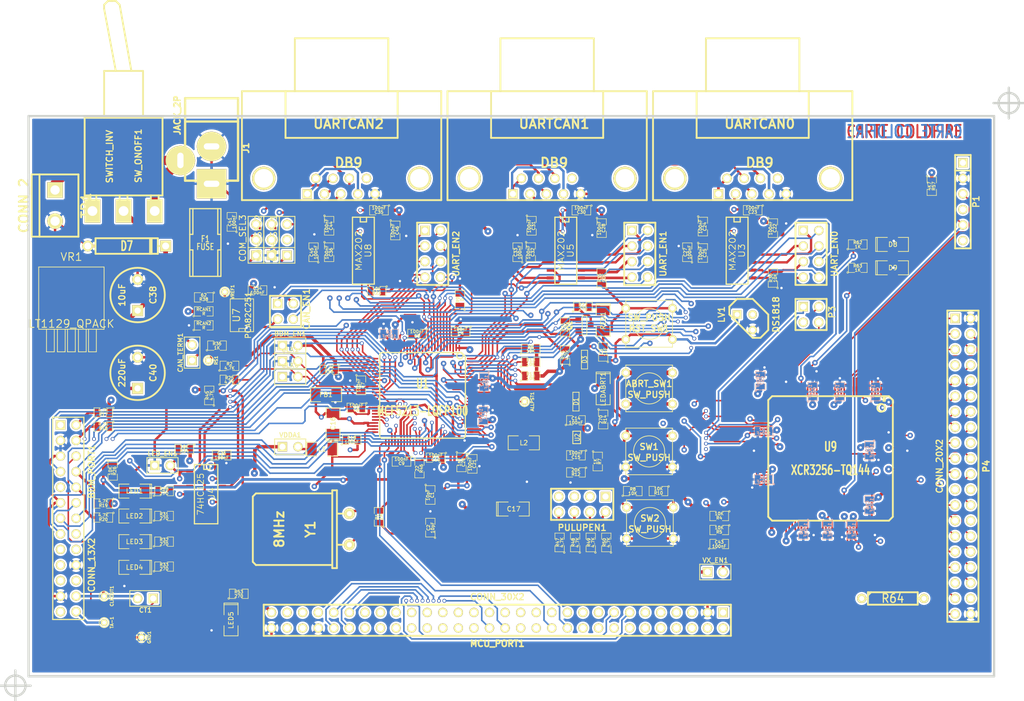
<source format=kicad_pcb>
(kicad_pcb (version 20221018) (generator pcbnew)
  (title_block (title "Demo Kicad") (date "2015-10-09") (rev "2"))
  (layers (0 "F.Cu" signal "Composant") (1 "In1.Cu" power "GND_layer") (2 "In2.Cu" power "VDD_layer") (31 "B.Cu" signal "Cuivre") (34 "B.Paste" user) (35 "F.Paste" user) (36 "B.SilkS" user "B.Silkscreen") (37 "F.SilkS" user "F.Silkscreen") (38 "B.Mask" user) (39 "F.Mask" user) (44 "Edge.Cuts" user))
  (net 0 "")
  (net 1 "/ALLPST")
  (net 2 "/AN2")
  (net 3 "/AN3")
  (net 4 "/AN4")
  (net 5 "/AN6")
  (net 6 "/BKPT-")
  (net 7 "/CLKIN/EXTAL")
  (net 8 "/CLKMOD0")
  (net 9 "/CLKMOD1")
  (net 10 "/DDAT0")
  (net 11 "/DDAT1")
  (net 12 "/DDAT2")
  (net 13 "/DDAT3")
  (net 14 "/DSCLK")
  (net 15 "/DSI")
  (net 16 "/DSO")
  (net 17 "/DTIN1")
  (net 18 "/GPT1")
  (net 19 "/GPT3")
  (net 20 "/IRQ-5")
  (net 21 "/IRQ-6")
  (net 22 "/IRQ-7")
  (net 23 "/JTAG_EN")
  (net 24 "/PST0")
  (net 25 "/PST1")
  (net 26 "/PST2")
  (net 27 "/PST3")
  (net 28 "/QSPI_CS3")
  (net 29 "/TCLK")
  (net 30 "/VDDPLL")
  (net 31 "/inout_user/CANRX")
  (net 32 "/inout_user/CAN_H")
  (net 33 "/inout_user/CAN_L")
  (net 34 "/inout_user/CTS0")
  (net 35 "/inout_user/CTS1")
  (net 36 "/inout_user/CTS2/CANH")
  (net 37 "/inout_user/PWM5")
  (net 38 "/inout_user/PWM7")
  (net 39 "/inout_user/RTS0")
  (net 40 "/inout_user/RTS1")
  (net 41 "/inout_user/RTS2")
  (net 42 "/inout_user/RXD0")
  (net 43 "/inout_user/RXD1")
  (net 44 "/inout_user/RXD2")
  (net 45 "/inout_user/RxD_CAN")
  (net 46 "/inout_user/TXD0")
  (net 47 "/inout_user/TXD1")
  (net 48 "/inout_user/TXD2/CANL")
  (net 49 "/inout_user/TxD_CAN")
  (net 50 "/inout_user/UCTS2")
  (net 51 "/inout_user/URTS0")
  (net 52 "/inout_user/URTS2")
  (net 53 "/inout_user/URXD1")
  (net 54 "/inout_user/URXD2")
  (net 55 "/inout_user/UTXD0")
  (net 56 "/xilinx/+3,3V_OUT")
  (net 57 "/xilinx/GLCK2")
  (net 58 "/xilinx/LED_TEST1")
  (net 59 "/xilinx/LED_TEST2")
  (net 60 "/xilinx/QSPI_CS2")
  (net 61 "/xilinx/TCK")
  (net 62 "/xilinx/TDI")
  (net 63 "/xilinx/TDO")
  (net 64 "/xilinx/TMS")
  (net 65 "/xilinx/XIL_D0")
  (net 66 "/xilinx/XIL_D1")
  (net 67 "/xilinx/XIL_D10")
  (net 68 "/xilinx/XIL_D11")
  (net 69 "/xilinx/XIL_D12")
  (net 70 "/xilinx/XIL_D13")
  (net 71 "/xilinx/XIL_D14")
  (net 72 "/xilinx/XIL_D15")
  (net 73 "/xilinx/XIL_D16")
  (net 74 "/xilinx/XIL_D17")
  (net 75 "/xilinx/XIL_D18")
  (net 76 "/xilinx/XIL_D19")
  (net 77 "/xilinx/XIL_D2")
  (net 78 "/xilinx/XIL_D20")
  (net 79 "/xilinx/XIL_D21")
  (net 80 "/xilinx/XIL_D22")
  (net 81 "/xilinx/XIL_D23")
  (net 82 "/xilinx/XIL_D24")
  (net 83 "/xilinx/XIL_D25")
  (net 84 "/xilinx/XIL_D26")
  (net 85 "/xilinx/XIL_D27")
  (net 86 "/xilinx/XIL_D28")
  (net 87 "/xilinx/XIL_D29")
  (net 88 "/xilinx/XIL_D3")
  (net 89 "/xilinx/XIL_D30")
  (net 90 "/xilinx/XIL_D31")
  (net 91 "/xilinx/XIL_D32")
  (net 92 "/xilinx/XIL_D33")
  (net 93 "/xilinx/XIL_D34")
  (net 94 "/xilinx/XIL_D35")
  (net 95 "/xilinx/XIL_D36")
  (net 96 "/xilinx/XIL_D4")
  (net 97 "/xilinx/XIL_D5")
  (net 98 "/xilinx/XIL_D6")
  (net 99 "/xilinx/XIL_D7")
  (net 100 "/xilinx/XIL_D8")
  (net 101 "/xilinx/XIL_D9")
  (net 102 "GND")
  (net 103 "Net-(ABRT_SW1-Pad1)")
  (net 104 "VDD")
  (net 105 "Net-(BDM_PORT1-Pad6)")
  (net 106 "/inout_user/RSTI-")
  (net 107 "Net-(BDM_PORT1-Pad26)")
  (net 108 "Net-(C3-Pad1)")
  (net 109 "Net-(C15-Pad1)")
  (net 110 "/inout_user/VCCA")
  (net 111 "GNDA")
  (net 112 "Net-(C23-Pad2)")
  (net 113 "Net-(C24-Pad1)")
  (net 114 "Net-(C24-Pad2)")
  (net 115 "Net-(C25-Pad1)")
  (net 116 "Net-(C25-Pad2)")
  (net 117 "Net-(C27-Pad1)")
  (net 118 "Net-(C30-Pad2)")
  (net 119 "Net-(C31-Pad1)")
  (net 120 "Net-(C31-Pad2)")
  (net 121 "Net-(C32-Pad1)")
  (net 122 "Net-(C32-Pad2)")
  (net 123 "Net-(C33-Pad1)")
  (net 124 "Net-(C35-Pad2)")
  (net 125 "Net-(C36-Pad1)")
  (net 126 "Net-(C36-Pad2)")
  (net 127 "Net-(C38-Pad1)")
  (net 128 "Net-(C43-Pad2)")
  (net 129 "Net-(C44-Pad1)")
  (net 130 "Net-(C44-Pad2)")
  (net 131 "Net-(C45-Pad1)")
  (net 132 "/inout_user/CANTX")
  (net 133 "Net-(CAN_TERM1-Pad2)")
  (net 134 "Net-(COM_SEL1-Pad3)")
  (net 135 "Net-(COM_SEL2-Pad3)")
  (net 136 "Net-(COM_SEL3-Pad3)")
  (net 137 "Net-(D1-Pad2)")
  (net 138 "Net-(D8-Pad1)")
  (net 139 "Net-(D9-Pad1)")
  (net 140 "Net-(F1-Pad1)")
  (net 141 "Net-(J1-Pad3)")
  (net 142 "Net-(L1-Pad1)")
  (net 143 "Net-(LED1-Pad1)")
  (net 144 "Net-(LED2-Pad1)")
  (net 145 "Net-(LED3-Pad1)")
  (net 146 "Net-(LED4-Pad1)")
  (net 147 "Net-(LED5-Pad1)")
  (net 148 "Net-(LEDABRT1-Pad2)")
  (net 149 "Net-(LED_EN1-Pad2)")
  (net 150 "/xilinx/IRQ-1")
  (net 151 "/inout_user/UCTS1")
  (net 152 "/inout_user/RTS0-")
  (net 153 "/inout_user/PWM1")
  (net 154 "/inout_user/PWM3")
  (net 155 "/xilinx/IRQ-2")
  (net 156 "/inout_user/QSPI_DOUT")
  (net 157 "/AN0")
  (net 158 "/inout_user/QSPI_DIN")
  (net 159 "/AN1")
  (net 160 "/inout_user/QSPI_SCLK")
  (net 161 "/QSPI_CS0")
  (net 162 "/xilinx/QSPI_CS1")
  (net 163 "/AN5")
  (net 164 "/xilinx/IRQ-3")
  (net 165 "/AN7")
  (net 166 "/IRQ-4")
  (net 167 "/DTIN0")
  (net 168 "/DTIN2")
  (net 169 "/inout_user/UTXD1")
  (net 170 "/inout_user/URTS1")
  (net 171 "/DTIN3")
  (net 172 "/inout_user/URXD0")
  (net 173 "/inout_user/UCTS0")
  (net 174 "/inout_user/UTXD2")
  (net 175 "/GPT0")
  (net 176 "/GPT2")
  (net 177 "/inout_user/RCON-")
  (net 178 "Net-(P3-Pad2)")
  (net 179 "Net-(P3-Pad4)")
  (net 180 "Net-(PULUPEN1-Pad2)")
  (net 181 "Net-(PULUPEN1-Pad4)")
  (net 182 "Net-(PULUPEN1-Pad6)")
  (net 183 "Net-(PULUPEN1-Pad8)")
  (net 184 "Net-(Q1-Pad2)")
  (net 185 "Net-(Q1-Pad3)")
  (net 186 "Net-(R9-Pad1)")
  (net 187 "Net-(R22-Pad2)")
  (net 188 "Net-(R23-Pad2)")
  (net 189 "Net-(R28-Pad2)")
  (net 190 "Net-(R30-Pad2)")
  (net 191 "Net-(R31-Pad2)")
  (net 192 "Net-(R32-Pad2)")
  (net 193 "Net-(R33-Pad2)")
  (net 194 "Net-(R35-Pad2)")
  (net 195 "Net-(R36-Pad1)")
  (net 196 "Net-(R46-Pad1)")
  (net 197 "Net-(U3-Pad9)")
  (net 198 "Net-(U3-Pad11)")
  (net 199 "Net-(U3-Pad12)")
  (net 200 "Net-(U5-Pad9)")
  (net 201 "Net-(U5-Pad11)")
  (net 202 "Net-(U5-Pad12)")
  (net 203 "Net-(U7-Pad5)")
  (net 204 "Net-(U8-Pad9)")
  (net 205 "Net-(U8-Pad10)")
  (net 206 "Net-(U8-Pad12)")
  (net 207 "Net-(UARTCAN0-Pad1)")
  (net 208 "Net-(UARTCAN1-Pad1)")
  (net 209 "Net-(UARTCAN2-Pad1)")
  (footprint "discret:SW_PUSH_SMALL" (layer "F.Cu") (at 172.339 100.33)
    (fp_text reference "ABRT_SW1")
    (fp_text value "SW_PUSH")
  )
  (footprint "connect:PINTST" (layer "F.Cu") (at 152.019 102.489 -90)
    (fp_text reference "ALLPST1")
    (fp_text value "CONN_1" hide)
  )
  (footprint "pin_array:PIN_ARRAY_2X1" (layer "F.Cu") (at 113.792 93.345)
    (fp_text reference "BDM_EN1")
    (fp_text value "JUMPER" hide)
  )
  (footprint "pin_array:pin_array_13x2" (layer "F.Cu") (at 77.597 121.539 -90)
    (fp_text reference "BDM_PORT1")
    (fp_text value "CONN_13X2")
  )
  (footprint "lib_smd:SM0805" (layer "F.Cu") (at 136.652 117.729 -90)
    (fp_text reference "C1")
    (fp_text value "10pF")
  )
  (footprint "lib_smd:SM0805" (layer "F.Cu") (at 136.652 123.063 90)
    (fp_text reference "C2")
    (fp_text value "10pF")
  )
  (footprint "lib_smd:SM0805" (layer "F.Cu") (at 164.846 94.361 90)
    (fp_text reference "C3")
    (fp_text value "1nF")
  )
  (footprint "lib_smd:SM0805" (layer "F.Cu") (at 141.605 91.059 180)
    (fp_text reference "C4")
    (fp_text value "100nF")
  )
  (footprint "lib_smd:SM0805" (layer "F.Cu") (at 134.493 91.44 180)
    (fp_text reference "C5")
    (fp_text value "100nF")
  )
  (footprint "lib_smd:SM0805" (layer "F.Cu") (at 125.349 99.822 -90)
    (fp_text reference "C7")
    (fp_text value "100nF")
  )
  (footprint "lib_smd:SM0805" (layer "F.Cu") (at 124.587 103.505 180)
    (fp_text reference "C8")
    (fp_text value "100nF")
  )
  (footprint "lib_smd:SM0805" (layer "F.Cu") (at 131.953 112.268 180)
    (fp_text reference "C9")
    (fp_text value "100nF")
  )
  (footprint "lib_smd:SM0805" (layer "F.Cu") (at 137.541 111.633 180)
    (fp_text reference "C10")
    (fp_text value "100nF")
  )
  (footprint "lib_smd:SM0805" (layer "F.Cu") (at 160.401 105.537)
    (fp_text reference "C14")
    (fp_text value "100nF")
  )
  (footprint "lib_smd:SM0805" (layer "F.Cu") (at 160.401 111.252 180)
    (fp_text reference "C15")
    (fp_text value "100nF")
  )
  (footprint "lib_smd:SM1206POL" (layer "F.Cu") (at 120.777 106.045 90)
    (fp_text reference "C16")
    (fp_text value "10uF" hide)
  )
  (footprint "lib_smd:SM1206POL" (layer "F.Cu") (at 150.241 120.015)
    (fp_text reference "C17")
    (fp_text value "100uF" hide)
  )
  (footprint "lib_smd:SM0805" (layer "F.Cu") (at 123.825 108.712)
    (fp_text reference "C18")
    (fp_text value "100nF")
  )
  (footprint "lib_smd:SM0805" (layer "F.Cu") (at 141.732 112.395 -90)
    (fp_text reference "C20")
    (fp_text value "1nF")
  )
  (footprint "lib_smd:SM0805" (layer "F.Cu") (at 143.51 112.649 -90)
    (fp_text reference "C21")
    (fp_text value "100nF")
  )
  (footprint "lib_smd:SM0805" (layer "F.Cu") (at 192.532 74.168 -90)
    (fp_text reference "C22")
    (fp_text value "100nF")
  )
  (footprint "lib_smd:SM0805" (layer "F.Cu") (at 189.23 71.247 180)
    (fp_text reference "C23")
    (fp_text value "100nF")
  )
  (footprint "lib_smd:SM0805" (layer "F.Cu") (at 181.102 73.914 -90)
    (fp_text reference "C24")
    (fp_text value "100nF")
  )
  (footprint "lib_smd:SM0805" (layer "F.Cu") (at 181.102 78.232 -90)
    (fp_text reference "C25")
    (fp_text value "100nF")
  )
  (footprint "lib_smd:SM0805" (layer "F.Cu") (at 102.616 111.252)
    (fp_text reference "C26")
    (fp_text value "100nF")
  )
  (footprint "lib_smd:SM0805" (layer "F.Cu") (at 178.562 78.105 90)
    (fp_text reference "C27")
    (fp_text value "100nF")
  )
  (footprint "lib_smd:SM0805" (layer "F.Cu") (at 164.592 74.168 -90)
    (fp_text reference "C28")
    (fp_text value "100nF")
  )
  (footprint "lib_smd:SM0805" (layer "F.Cu") (at 161.29 71.247 180)
    (fp_text reference "C30")
    (fp_text value "100nF")
  )
  (footprint "lib_smd:SM0805" (layer "F.Cu") (at 153.162 73.787 -90)
    (fp_text reference "C31")
    (fp_text value "100nF")
  )
  (footprint "lib_smd:SM0805" (layer "F.Cu") (at 153.035 78.105 -90)
    (fp_text reference "C32")
    (fp_text value "100nF")
  )
  (footprint "lib_smd:SM0805" (layer "F.Cu") (at 150.876 78.105 90)
    (fp_text reference "C33")
    (fp_text value "100nF")
  )
  (footprint "lib_smd:SM0805" (layer "F.Cu") (at 108.458 84.328)
    (fp_text reference "C34")
    (fp_text value "100nF")
  )
  (footprint "lib_smd:SM0805" (layer "F.Cu") (at 128.27 71.247 180)
    (fp_text reference "C35")
    (fp_text value "100nF")
  )
  (footprint "lib_smd:SM0805" (layer "F.Cu") (at 120.142 78.105 -90)
    (fp_text reference "C36")
    (fp_text value "100nF")
  )
  (footprint "discret:C2V8" (layer "F.Cu") (at 88.9 85.09 90)
    (fp_text reference "C38")
    (fp_text value "10uF")
  )
  (footprint "discret:C2V8" (layer "F.Cu") (at 88.9 97.79 90)
    (fp_text reference "C40")
    (fp_text value "220uF")
  )
  (footprint "lib_smd:SM0805" (layer "F.Cu") (at 104.267 73.152 90)
    (fp_text reference "C41")
    (fp_text value "100nF")
  )
  (footprint "lib_smd:SM0805" (layer "F.Cu") (at 183.769 125.73)
    (fp_text reference "C43")
    (fp_text value "100nF")
  )
  (footprint "lib_smd:SM0805" (layer "F.Cu") (at 120.142 73.787 -90)
    (fp_text reference "C44")
    (fp_text value "100nF")
  )
  (footprint "lib_smd:SM0805" (layer "F.Cu") (at 117.602 78.105 90)
    (fp_text reference "C45")
    (fp_text value "100nF")
  )
  (footprint "lib_smd:SM0805" (layer "F.Cu") (at 130.937 74.549 -90)
    (fp_text reference "C46")
    (fp_text value "100nF")
  )
  (footprint "pin_array:PIN_ARRAY_2X2" (layer "F.Cu") (at 113.03 87.757 -90)
    (fp_text reference "CAN_EN1")
    (fp_text value "CONN_2X2" hide)
  )
  (footprint "pin_array:PIN_ARRAY_2X1" (layer "F.Cu") (at 97.79 94.488 90)
    (fp_text reference "CAN_TERM1")
    (fp_text value "JUMPER" hide)
  )
  (footprint "pin_array:PIN_ARRAY_2X1" (layer "F.Cu") (at 113.792 98.425)
    (fp_text reference "CLK0")
    (fp_text value "JUMPER" hide)
  )
  (footprint "pin_array:PIN_ARRAY_2X1" (layer "F.Cu") (at 113.792 95.885)
    (fp_text reference "CLK1")
    (fp_text value "JUMPER" hide)
  )
  (footprint "connect:PINTST" (layer "F.Cu") (at 83.439 134.239 -90)
    (fp_text reference "CLKOUT1")
    (fp_text value "CONN_1" hide)
  )
  (footprint "pin_array:PIN_ARRAY_3X1" (layer "F.Cu") (at 113.284 76.073 90)
    (fp_text reference "COM_SEL1")
    (fp_text value "CONN_3" hide)
  )
  (footprint "pin_array:PIN_ARRAY_3X1" (layer "F.Cu") (at 110.744 76.073 90)
    (fp_text reference "COM_SEL2")
    (fp_text value "CONN_3" hide)
  )
  (footprint "pin_array:PIN_ARRAY_3X1" (layer "F.Cu") (at 108.204 76.073 90)
    (fp_text reference "COM_SEL3")
    (fp_text value "CONN_3" hide)
  )
  (footprint "pin_array:PIN_ARRAY_2X1" (layer "F.Cu") (at 90.17 134.62 180)
    (fp_text reference "CT1")
    (fp_text value "JUMPER" hide)
  )
  (footprint "lib_smd:ST23AK#1" (layer "F.Cu") (at 160.401 102.489 90)
    (fp_text reference "D1")
    (fp_text value "BAT54" hide)
  )
  (footprint "lib_smd:ST23AK#1" (layer "F.Cu") (at 161.798 95.631 90)
    (fp_text reference "D3")
    (fp_text value "BAT54" hide)
  )
  (footprint "discret:D5" (layer "F.Cu") (at 87.122 77.089)
    (fp_text reference "D7")
    (fp_text value "1N4004" hide)
  )
  (footprint "lib_smd:SM1206POL" (layer "F.Cu") (at 212.09 76.835)
    (fp_text reference "D8")
    (fp_text value "LED" hide)
  )
  (footprint "lib_smd:SM1206POL" (layer "F.Cu") (at 212.09 80.645)
    (fp_text reference "D9")
    (fp_text value "LED" hide)
  )
  (footprint "lib_smd:FSUPCMS" (layer "F.Cu") (at 99.949 76.454)
    (fp_text reference "F1")
    (fp_text value "FUSE")
  )
  (footprint "lib_smd:SM1206" (layer "F.Cu") (at 119.634 101.346 180)
    (fp_text reference "FB1")
    (fp_text value "BEAD" hide)
  )
  (footprint "connect:PINTST" (layer "F.Cu") (at 89.535 140.97 -90)
    (fp_text reference "GND1")
    (fp_text value "CONN_1" hide)
  )
  (footprint "connect:JACK_ALIM" (layer "F.Cu") (at 100.965 60.833 -90)
    (fp_text reference "J1")
    (fp_text value "JACK_2P")
  )
  (footprint "lib_smd:SM1206" (layer "F.Cu") (at 118.999 110.236)
    (fp_text reference "L1")
    (fp_text value "10uH" hide)
  )
  (footprint "lib_smd:SM1206" (layer "F.Cu") (at 151.892 109.22 180)
    (fp_text reference "L2")
    (fp_text value "10uH" hide)
  )
  (footprint "lib_smd:SM1206POL" (layer "F.Cu") (at 88.392 117.094 180)
    (fp_text reference "LED1")
    (fp_text value "LED" hide)
  )
  (footprint "lib_smd:SM1206POL" (layer "F.Cu") (at 88.392 121.158 180)
    (fp_text reference "LED2")
    (fp_text value "LED" hide)
  )
  (footprint "lib_smd:SM1206POL" (layer "F.Cu") (at 88.392 125.349 180)
    (fp_text reference "LED3")
    (fp_text value "LED" hide)
  )
  (footprint "lib_smd:SM1206POL" (layer "F.Cu") (at 88.392 129.54 180)
    (fp_text reference "LED4")
    (fp_text value "LED" hide)
  )
  (footprint "lib_smd:SM1206POL" (layer "F.Cu") (at 104.14 138.176 -90)
    (fp_text reference "LED5")
    (fp_text value "LED" hide)
  )
  (footprint "lib_smd:SM1206POL" (layer "F.Cu") (at 164.846 100.457 -90)
    (fp_text reference "LEDABRT1")
    (fp_text value "RED" hide)
  )
  (footprint "pin_array:PIN_ARRAY_2X1" (layer "F.Cu") (at 92.964 112.903)
    (fp_text reference "LED_EN1")
    (fp_text value "JUMPER" hide)
  )
  (footprint "discret:TO92-INVERT" (layer "F.Cu") (at 187.96 89.535 -90)
    (fp_text reference "LV1")
    (fp_text value "DS1818")
  )
  (footprint "pin_array:PIN_ARRAY_30X2" (layer "F.Cu") (at 147.574 138.176 180)
    (fp_text reference "MCU_PORT1")
    (fp_text value "CONN_30X2")
  )
  (footprint "pin_array:PIN_ARRAY-6X1" (layer "F.Cu") (at 223.52 69.85 -90)
    (fp_text reference "P1")
    (fp_text value "CONN_6" hide)
  )
  (footprint "pin_array:PIN_ARRAY_2X2" (layer "F.Cu") (at 198.755 88.265 -90)
    (fp_text reference "P3")
    (fp_text value "CONN_2X2" hide)
  )
  (footprint "pin_array:PIN_ARRAY_20X2" (layer "F.Cu") (at 223.52 113.03 -90)
    (fp_text reference "P4")
    (fp_text value "CONN_20X2")
  )
  (footprint "pin_array:pin_array_4x2" (layer "F.Cu") (at 161.417 119.253 180)
    (fp_text reference "PULUPEN1")
    (fp_text value "CONN_4X2" hide)
  )
  (footprint "lib_smd:SOT23EBC" (layer "F.Cu") (at 161.798 90.043 90)
    (fp_text reference "Q1")
    (fp_text value "3906" hide)
  )
  (footprint "lib_smd:SM0805" (layer "F.Cu") (at 128.27 121.285 90)
    (fp_text reference "R1")
    (fp_text value "1M")
  )
  (footprint "lib_smd:SM0805" (layer "F.Cu") (at 103.886 96.647)
    (fp_text reference "R2")
    (fp_text value "4,7K")
  )
  (footprint "lib_smd:SM0805" (layer "F.Cu") (at 183.769 121.158 180)
    (fp_text reference "R4")
    (fp_text value "10K")
  )
  (footprint "lib_smd:SM0805" (layer "F.Cu") (at 183.769 123.444 180)
    (fp_text reference "R5")
    (fp_text value "10K")
  )
  (footprint "lib_smd:SM0805" (layer "F.Cu") (at 153.035 93.853)
    (fp_text reference "R6")
    (fp_text value "10K")
  )
  (footprint "lib_smd:SM0805" (layer "F.Cu") (at 163.957 112.268 -90)
    (fp_text reference "R7")
    (fp_text value "1K")
  )
  (footprint "lib_smd:SM0805" (layer "F.Cu") (at 169.672 117.094)
    (fp_text reference "R8")
    (fp_text value "10K")
  )
  (footprint "lib_smd:SM0805" (layer "F.Cu") (at 141.478 85.852 90)
    (fp_text reference "R9")
    (fp_text value "0")
  )
  (footprint "lib_smd:SM0805" (layer "F.Cu") (at 173.863 117.094 180)
    (fp_text reference "R10")
    (fp_text value "10K")
  )
  (footprint "lib_smd:SM0805" (layer "F.Cu") (at 153.035 98.298)
    (fp_text reference "R11")
    (fp_text value "10K")
  )
  (footprint "lib_smd:SM0805" (layer "F.Cu") (at 160.401 114.046 180)
    (fp_text reference "R12")
    (fp_text value "20K")
  )
  (footprint "lib_smd:SM0805" (layer "F.Cu") (at 153.035 96.012)
    (fp_text reference "R13")
    (fp_text value "10K")
  )
  (footprint "lib_smd:SM0805" (layer "F.Cu") (at 164.846 105.41 -90)
    (fp_text reference "R14")
    (fp_text value "270")
  )
  (footprint "lib_smd:SM0805" (layer "F.Cu") (at 158.623 94.869 90)
    (fp_text reference "R15")
    (fp_text value "4,7K")
  )
  (footprint "lib_smd:SM0805" (layer "F.Cu") (at 120.142 97.282 180)
    (fp_text reference "R16")
    (fp_text value "4,7K")
  )
  (footprint "lib_smd:SM0805" (layer "F.Cu") (at 83.312 104.267 180)
    (fp_text reference "R17")
    (fp_text value "4,7K")
  )
  (footprint "lib_smd:SM0805" (layer "F.Cu") (at 83.312 106.553 180)
    (fp_text reference "R18")
    (fp_text value "4,7K")
  )
  (footprint "lib_smd:SM0805" (layer "F.Cu") (at 83.312 119.126 180)
    (fp_text reference "R19")
    (fp_text value "4,7K")
  )
  (footprint "lib_smd:SM0805" (layer "F.Cu") (at 83.312 121.412 180)
    (fp_text reference "R20")
    (fp_text value "4,7K")
  )
  (footprint "lib_smd:SM0805" (layer "F.Cu") (at 158.623 90.297 90)
    (fp_text reference "R21")
    (fp_text value "4,7K")
  )
  (footprint "lib_smd:SM0805" (layer "F.Cu") (at 161.544 86.995)
    (fp_text reference "R22")
    (fp_text value "270")
  )
  (footprint "lib_smd:SM0805" (layer "F.Cu") (at 127.889 84.455 180)
    (fp_text reference "R23")
    (fp_text value "10K")
  )
  (footprint "lib_smd:SM0805" (layer "F.Cu") (at 103.886 98.933)
    (fp_text reference "R25")
    (fp_text value "4,7K")
  )
  (footprint "lib_smd:SM0805" (layer "F.Cu") (at 84.836 113.792 -90)
    (fp_text reference "R26")
    (fp_text value "10K")
  )
  (footprint "lib_smd:SM0805" (layer "F.Cu") (at 93.218 117.094)
    (fp_text reference "R28")
    (fp_text value "270")
  )
  (footprint "lib_smd:SM0805" (layer "F.Cu") (at 192.532 82.296 90)
    (fp_text reference "R30")
    (fp_text value "10K")
  )
  (footprint "lib_smd:SM0805" (layer "F.Cu") (at 93.218 121.158)
    (fp_text reference "R31")
    (fp_text value "270")
  )
  (footprint "lib_smd:SM0805" (layer "F.Cu") (at 93.218 125.349)
    (fp_text reference "R32")
    (fp_text value "270")
  )
  (footprint "lib_smd:SM0805" (layer "F.Cu") (at 93.218 129.413)
    (fp_text reference "R33")
    (fp_text value "270")
  )
  (footprint "lib_smd:SM0805" (layer "F.Cu") (at 96.52 110.236 180)
    (fp_text reference "R34")
    (fp_text value "10K")
  )
  (footprint "lib_smd:SM0805" (layer "F.Cu") (at 164.592 82.296 90)
    (fp_text reference "R35")
    (fp_text value "10K")
  )
  (footprint "lib_smd:SM0805" (layer "F.Cu") (at 101.854 93.345)
    (fp_text reference "R36")
    (fp_text value "1K")
  )
  (footprint "lib_smd:SM0805" (layer "F.Cu") (at 99.695 85.471 180)
    (fp_text reference "R38")
    (fp_text value "62")
  )
  (footprint "lib_smd:SM0805" (layer "F.Cu") (at 100.584 101.473 90)
    (fp_text reference "R45")
    (fp_text value "4,7K")
  )
  (footprint "lib_smd:SM0805" (layer "F.Cu") (at 134.874 113.411 -90)
    (fp_text reference "R46")
    (fp_text value "22")
  )
  (footprint "lib_smd:SM0805" (layer "F.Cu") (at 157.734 125.476 90)
    (fp_text reference "R47")
    (fp_text value "4,7K")
  )
  (footprint "lib_smd:SM0805" (layer "F.Cu") (at 160.274 125.476 90)
    (fp_text reference "R48")
    (fp_text value "4,7K")
  )
  (footprint "lib_smd:SM0805" (layer "F.Cu") (at 162.814 125.476 90)
    (fp_text reference "R49")
    (fp_text value "4,7K")
  )
  (footprint "lib_smd:SM0805" (layer "F.Cu") (at 165.354 125.476 90)
    (fp_text reference "R50")
    (fp_text value "4,7K")
  )
  (footprint "lib_smd:SM0805" (layer "F.Cu") (at 105.41 133.858)
    (fp_text reference "R53")
    (fp_text value "270")
  )
  (footprint "lib_smd:SM0805" (layer "F.Cu") (at 218.44 67.31 -90)
    (fp_text reference "R57")
    (fp_text value "4K7")
  )
  (footprint "lib_smd:SM0805" (layer "F.Cu") (at 206.375 76.835)
    (fp_text reference "R62")
    (fp_text value "1K")
  )
  (footprint "lib_smd:SM0805" (layer "F.Cu") (at 206.375 80.645)
    (fp_text reference "R63")
    (fp_text value "1K")
  )
  (footprint "discret:R4" (layer "F.Cu") (at 212.09 134.62)
    (fp_text reference "R64")
    (fp_text value "3,3" hide)
  )
  (footprint "lib_smd:SM0805" (layer "F.Cu") (at 99.695 87.757)
    (fp_text reference "RCAN1")
    (fp_text value "R")
  )
  (footprint "lib_smd:SM0805" (layer "F.Cu") (at 99.695 90.043)
    (fp_text reference "RCAN2")
    (fp_text value "R")
  )
  (footprint "lib_smd:SM1206POL" (layer "F.Cu") (at 164.846 89.281 -90)
    (fp_text reference "RED1")
    (fp_text value "LED_RESET1" hide)
  )
  (footprint "connect:PINTST" (layer "F.Cu") (at 100.457 95.758 -90)
    (fp_text reference "RS1")
    (fp_text value "CONN_1" hide)
  )
  (footprint "discret:SW_PUSH_SMALL" (layer "F.Cu") (at 172.339 89.789 180)
    (fp_text reference "RST_SW1")
    (fp_text value "SW_PUSH")
  )
  (footprint "discret:SW_PUSH_SMALL" (layer "F.Cu") (at 172.339 110.617)
    (fp_text reference "SW1")
    (fp_text value "SW_PUSH")
  )
  (footprint "discret:SW_PUSH_SMALL" (layer "F.Cu") (at 172.466 122.301)
    (fp_text reference "SW2")
    (fp_text value "SW_PUSH")
  )
  (footprint "discret:SW_SPDT" (layer "F.Cu") (at 86.614 71.374 90)
    (fp_text reference "SW_ONOFF1")
    (fp_text value "SWITCH_INV")
  )
  (footprint "connect:PINTST" (layer "F.Cu") (at 83.439 138.557 -90)
    (fp_text reference "TA-1")
    (fp_text value "CONN_1" hide)
  )
  (footprint "connect:bornier2" (layer "F.Cu") (at 75.438 70.485 -90)
    (fp_text reference "TB1")
    (fp_text value "CONN_2")
  )
  (footprint "lib_smd:VQFP100" (layer "F.Cu") (at 135.382 101.473)
    (fp_text reference "U1")
    (fp_text value "MCF5213-LQFP100")
  )
  (footprint "lib_smd:SOT353" (layer "F.Cu") (at 160.528 108.331)
    (fp_text reference "U2")
    (fp_text value "74AHC1G14" hide)
  )
  (footprint "lib_smd:SO16E" (layer "F.Cu") (at 186.69 77.851 -90)
    (fp_text reference "U3")
    (fp_text value "MAX202")
  )
  (footprint "lib_smd:SO14E" (layer "F.Cu") (at 100.203 117.602 -90)
    (fp_text reference "U4")
    (fp_text value "74HC125")
  )
  (footprint "lib_smd:SO16E" (layer "F.Cu") (at 158.75 77.851 -90)
    (fp_text reference "U5")
    (fp_text value "MAX202")
  )
  (footprint "lib_smd:SO8E" (layer "F.Cu") (at 105.918 88.392 90)
    (fp_text reference "U7")
    (fp_text value "PCA82C251")
  )
  (footprint "lib_smd:SO16E" (layer "F.Cu") (at 125.73 77.851 -90)
    (fp_text reference "U8")
    (fp_text value "MAX202")
  )
  (footprint "lib_smd:TQFP144" (layer "F.Cu") (at 201.93 111.76)
    (fp_text reference "U9")
    (fp_text value "XCR3256-TQ144")
  )
  (footprint "connect:DB9FC" (layer "F.Cu") (at 189.103 67.31)
    (fp_text reference "UARTCAN0")
    (fp_text value "DB9")
  )
  (footprint "connect:DB9FC" (layer "F.Cu") (at 155.575 67.31)
    (fp_text reference "UARTCAN1")
    (fp_text value "DB9")
  )
  (footprint "connect:DB9FC" (layer "F.Cu") (at 122.047 67.31)
    (fp_text reference "UARTCAN2")
    (fp_text value "DB9")
  )
  (footprint "pin_array:pin_array_4x2" (layer "F.Cu") (at 198.755 78.359 -90)
    (fp_text reference "UART_EN0")
    (fp_text value "CONN_4X2" hide)
  )
  (footprint "pin_array:pin_array_4x2" (layer "F.Cu") (at 170.815 78.359 -90)
    (fp_text reference "UART_EN1")
    (fp_text value "CONN_4X2" hide)
  )
  (footprint "pin_array:pin_array_4x2" (layer "F.Cu") (at 137.033 78.359 -90)
    (fp_text reference "UART_EN2")
    (fp_text value "CONN_4X2" hide)
  )
  (footprint "pin_array:PIN_ARRAY_2X1" (layer "F.Cu") (at 113.792 109.855)
    (fp_text reference "VDDA1")
    (fp_text value "JUMPER" hide)
  )
  (footprint "lib_smd:DPAK5" (layer "F.Cu") (at 78.105 93.091)
    (fp_text reference "VR1")
    (fp_text value "LT1129_QPACK")
  )
  (footprint "connect:PINTST" (layer "F.Cu") (at 103.124 84.582 -90)
    (fp_text reference "VREF1")
    (fp_text value "CONN_1" hide)
  )
  (footprint "pin_array:PIN_ARRAY_2X1" (layer "F.Cu") (at 183.134 130.302)
    (fp_text reference "VX_EN1")
    (fp_text value "JUMPER" hide)
  )
  (footprint "discret:HC-18UH" (layer "F.Cu") (at 123.444 123.317 -90)
    (fp_text reference "Y1")
    (fp_text value "8MHz")
  )
  (footprint "lib_smd:SM0805" (layer "B.Cu") (at 129.921 91.44 180)
    (fp_text reference "C6")
    (fp_text value "100nF")
  )
  (footprint "lib_smd:SM0805" (layer "B.Cu") (at 145.288 104.775 90)
    (fp_text reference "C11")
    (fp_text value "100nF")
  )
  (footprint "lib_smd:SM0805" (layer "B.Cu") (at 145.415 99.314 -90)
    (fp_text reference "C12")
    (fp_text value "100nF")
  )
  (footprint "lib_smd:SM0805" (layer "B.Cu") (at 209.296 100.838 90)
    (fp_text reference "C51")
    (fp_text value "100nF")
  )
  (footprint "lib_smd:SM0805" (layer "B.Cu") (at 191.008 107.315 180)
    (fp_text reference "C52")
    (fp_text value "100nF")
  )
  (footprint "lib_smd:SM0805" (layer "B.Cu") (at 203.454 100.838 90)
    (fp_text reference "C53")
    (fp_text value "100nF")
  )
  (footprint "lib_smd:SM0805" (layer "B.Cu") (at 208.28 110.49 -90)
    (fp_text reference "C54")
    (fp_text value "100nF")
  )
  (footprint "lib_smd:SM0805" (layer "B.Cu") (at 201.422 123.444 -90)
    (fp_text reference "C55")
    (fp_text value "100nF")
  )
  (footprint "lib_smd:SM0805" (layer "B.Cu") (at 208.28 119.38 -90)
    (fp_text reference "C56")
    (fp_text value "100nF")
  )
  (footprint "lib_smd:SM0805" (layer "B.Cu") (at 190.5 99.06 90)
    (fp_text reference "C57")
    (fp_text value "100nF")
  )
  (footprint "lib_smd:SM0805" (layer "B.Cu") (at 199.009 100.838 90)
    (fp_text reference "C58")
    (fp_text value "100nF")
  )
  (footprint "lib_smd:SM0805" (layer "B.Cu") (at 205.359 123.444 -90)
    (fp_text reference "C59")
    (fp_text value "100nF")
  )
  (footprint "lib_smd:SM0805" (layer "B.Cu") (at 197.485 123.444 -90)
    (fp_text reference "C60")
    (fp_text value "100nF")
  )
  (footprint "lib_smd:SM0805" (layer "B.Cu") (at 191.008 115.189 180)
    (fp_text reference "C61")
    (fp_text value "100nF")
  )
  (gr_line (start 71.12 55.88) (end 71.12 147.32) (stroke (width 0.381)) (layer "Edge.Cuts"))
  (gr_line (start 228.6 55.88) (end 228.6 147.32) (stroke (width 0.381)) (layer "Edge.Cuts"))
  (gr_line (start 71.12 147.32) (end 228.6 147.32) (stroke (width 0.381)) (layer "Edge.Cuts"))
  (gr_line (start 228.6 55.88) (end 71.12 55.88) (stroke (width 0.381)) (layer "Edge.Cuts"))
  (gr_text "CARTE COLDFIRE" (at 213.995 58.42) (layer "F.Cu") (effects (font (size 2.032 1.524) (thickness 0.3048))))
  (gr_text "CARTE COLDFIRE" (at 213.995 58.42) (layer "B.Cu") (effects (font (size 2.032 1.524) (thickness 0.3048)) (justify mirror)))
  (target plus (at 231.00792 53.75656) (size 5) (width 0.381) (layer "Edge.Cuts"))
  (target plus (at 68.95592 148.86432) (size 5) (width 0.381) (layer "Edge.Cuts"))
  (segment (start 152.019 102.489) (end 143.129 102.4636) (width 0.254) (layer "F.Cu") (net 1))
  (segment (start 129.032 105.156) (end 128.8034 104.9782) (width 0.254) (layer "F.Cu") (net 2))
  (segment (start 128.8034 104.9782) (end 127.635 104.9782) (width 0.254) (layer "F.Cu") (net 2))
  (segment (start 129.54 105.41) (end 129.032 105.156) (width 0.254) (layer "F.Cu") (net 2))
  (via (at 129.54 105.41) (size 0.635) (drill 0.4) (layers "F.Cu" "B.Cu") (net 2))
  (segment (start 128.905 105.664) (end 129.032 105.918) (width 0.254) (layer "F.Cu") (net 3))
  (segment (start 129.032 105.918) (end 129.54 106.299) (width 0.254) (layer "F.Cu") (net 3))
  (segment (start 128.6764 105.4862) (end 128.905 105.664) (width 0.254) (layer "F.Cu") (net 3))
  (segment (start 127.635 105.4862) (end 128.6764 105.4862) (width 0.254) (layer "F.Cu") (net 3))
  (via (at 129.54 106.299) (size 0.635) (drill 0.4) (layers "F.Cu" "B.Cu") (net 3))
  (segment (start 131.064 107.442) (end 131.064 106.426) (width 0.254) (layer "F.Cu") (net 4))
  (segment (start 130.8862 107.6198) (end 130.8862 109.22) (width 0.254) (layer "F.Cu") (net 4))
  (segment (start 130.8862 107.6198) (end 131.064 107.442) (width 0.254) (layer "F.Cu") (net 4))
  (via (at 131.064 106.426) (size 0.635) (drill 0.4) (layers "F.Cu" "B.Cu") (net 4))
  (segment (start 129.159 110.871) (end 129.413 110.617) (width 0.254) (layer "F.Cu") (net 5))
  (segment (start 129.87528 110.15472) (end 129.8956 109.22) (width 0.254) (layer "F.Cu") (net 5))
  (segment (start 129.413 110.617) (end 129.87528 110.15472) (width 0.254) (layer "F.Cu") (net 5))
  (segment (start 129.159 111.3) (end 129.159 110.871) (width 0.254) (layer "F.Cu") (net 5))
  (segment (start 129.159 112.014) (end 129.159 111.3) (width 0.254) (layer "F.Cu") (net 5))
  (via (at 129.159 112.014) (size 0.889) (drill 0.4) (layers "F.Cu" "B.Cu") (net 5))
  (segment (start 157.734 138.049) (end 157.734 136.017) (width 0.254) (layer "B.Cu") (net 5))
  (segment (start 159.004 139.446) (end 159.004 139.319) (width 0.254) (layer "B.Cu") (net 5))
  (segment (start 159.004 139.319) (end 157.734 138.049) (width 0.254) (layer "B.Cu") (net 5))
  (segment (start 129.159 123.19) (end 129.159 112.014) (width 0.254) (layer "B.Cu") (net 5))
  (segment (start 138.43 132.461) (end 129.159 123.19) (width 0.254) (layer "B.Cu") (net 5))
  (segment (start 154.178 132.461) (end 138.43 132.461) (width 0.254) (layer "B.Cu") (net 5))
  (segment (start 157.734 136.017) (end 154.178 132.461) (width 0.254) (layer "B.Cu") (net 5))
  (segment (start 144.5514 107.4674) (end 143.129 107.4674) (width 0.254) (layer "F.Cu") (net 6))
  (segment (start 145.288 108.712) (end 145.288 108.204) (width 0.254) (layer "F.Cu") (net 6))
  (segment (start 146.685 109.855) (end 146.431 109.855) (width 0.254) (layer "F.Cu") (net 6))
  (segment (start 146.431 109.855) (end 145.288 108.712) (width 0.254) (layer "F.Cu") (net 6))
  (segment (start 82.3595 104.267) (end 80.899 104.267) (width 0.4318) (layer "F.Cu") (net 6))
  (segment (start 145.288 108.204) (end 144.5514 107.4674) (width 0.254) (layer "F.Cu") (net 6))
  (segment (start 78.867 106.299) (end 80.391 104.775) (width 0.381) (layer "F.Cu") (net 6))
  (segment (start 80.899 104.267) (end 80.391 104.775) (width 0.4318) (layer "F.Cu") (net 6))
  (via (at 146.685 109.855) (size 0.889) (drill 0.4) (layers "F.Cu" "B.Cu") (net 6))
  (via (at 87.63 112.141) (size 0.889) (drill 0.4) (layers "F.Cu" "B.Cu") (net 6))
  (segment (start 133.604 111.76) (end 141.732 111.76) (width 0.254) (layer "B.Cu") (net 6))
  (segment (start 97.917 113.665) (end 100.203 111.379) (width 0.254) (layer "B.Cu") (net 6))
  (segment (start 100.203 111.379) (end 107.696 111.379) (width 0.254) (layer "B.Cu") (net 6))
  (segment (start 127.508 110.617) (end 132.461 110.617) (width 0.254) (layer "B.Cu") (net 6))
  (segment (start 143.637 109.855) (end 146.685 109.855) (width 0.254) (layer "B.Cu") (net 6))
  (segment (start 107.696 111.379) (end 110.49 114.173) (width 0.254) (layer "B.Cu") (net 6))
  (segment (start 141.732 111.76) (end 143.637 109.855) (width 0.254) (layer "B.Cu") (net 6))
  (segment (start 95.377 113.665) (end 97.917 113.665) (width 0.254) (layer "B.Cu") (net 6))
  (segment (start 132.461 110.617) (end 133.604 111.76) (width 0.254) (layer "B.Cu") (net 6))
  (segment (start 110.49 114.173) (end 117.729 114.173) (width 0.254) (layer "B.Cu") (net 6))
  (segment (start 90.17 114.681) (end 94.361 114.681) (width 0.254) (layer "B.Cu") (net 6))
  (segment (start 119.253 112.649) (end 125.476 112.649) (width 0.254) (layer "B.Cu") (net 6))
  (segment (start 94.361 114.681) (end 95.377 113.665) (width 0.254) (layer "B.Cu") (net 6))
  (segment (start 117.729 114.173) (end 119.253 112.649) (width 0.254) (layer "B.Cu") (net 6))
  (segment (start 125.476 112.649) (end 127.508 110.617) (width 0.254) (layer "B.Cu") (net 6))
  (segment (start 87.63 112.141) (end 90.17 114.681) (width 0.254) (layer "B.Cu") (net 6))
  (segment (start 141.859 114.554) (end 141.224 114.554) (width 0.381) (layer "F.Cu") (net 7))
  (segment (start 141.224 114.554) (end 140.589 113.919) (width 0.381) (layer "F.Cu") (net 7))
  (segment (start 138.8745 116.7765) (end 139.446 116.205) (width 0.381) (layer "F.Cu") (net 7))
  (segment (start 123.8885 120.3325) (end 123.444 120.777) (width 0.381) (layer "F.Cu") (net 7))
  (segment (start 142.621 116.205) (end 142.621 115.316) (width 0.381) (layer "F.Cu") (net 7))
  (segment (start 128.27 120.3325) (end 123.8885 120.3325) (width 0.381) (layer "F.Cu") (net 7))
  (segment (start 140.3858 109.22) (end 140.3858 111.0488) (width 0.254) (layer "F.Cu") (net 7))
  (segment (start 142.621 115.316) (end 141.859 114.554) (width 0.381) (layer "F.Cu") (net 7))
  (segment (start 131.826 116.7765) (end 128.27 120.3325) (width 0.381) (layer "F.Cu") (net 7))
  (segment (start 140.589 113.919) (end 140.589 111.379) (width 0.381) (layer "F.Cu") (net 7))
  (segment (start 136.652 116.7765) (end 138.8745 116.7765) (width 0.381) (layer "F.Cu") (net 7))
  (segment (start 140.3858 111.0488) (end 140.589 111.379) (width 0.254) (layer "F.Cu") (net 7))
  (segment (start 136.652 116.7765) (end 131.826 116.7765) (width 0.381) (layer "F.Cu") (net 7))
  (via (at 142.621 116.205) (size 0.889) (drill 0.4) (layers "F.Cu" "B.Cu") (net 7))
  (via (at 139.446 116.205) (size 0.889) (drill 0.4) (layers "F.Cu" "B.Cu") (net 7))
  (segment (start 139.446 116.205) (end 142.621 116.205) (width 0.381) (layer "B.Cu") (net 7))
  (segment (start 123.19 101.981) (end 123.19 100.965) (width 0.254) (layer "F.Cu") (net 8))
  (segment (start 122.174 99.949) (end 118.11 99.949) (width 0.254) (layer "F.Cu") (net 8))
  (segment (start 107.188 98.933) (end 104.8385 98.933) (width 0.254) (layer "F.Cu") (net 8))
  (segment (start 126.238 102.235) (end 123.444 102.235) (width 0.254) (layer "F.Cu") (net 8))
  (segment (start 115.062 98.425) (end 113.792 97.155) (width 0.254) (layer "F.Cu") (net 8))
  (segment (start 113.792 97.155) (end 108.966 97.155) (width 0.254) (layer "F.Cu") (net 8))
  (segment (start 116.586 98.425) (end 115.062 98.425) (width 0.254) (layer "F.Cu") (net 8))
  (segment (start 123.19 100.965) (end 122.174 99.949) (width 0.254) (layer "F.Cu") (net 8))
  (segment (start 127.635 102.489) (end 126.492 102.489) (width 0.254) (layer "F.Cu") (net 8))
  (segment (start 126.492 102.489) (end 126.238 102.235) (width 0.254) (layer "F.Cu") (net 8))
  (segment (start 123.444 102.235) (end 123.19 101.981) (width 0.254) (layer "F.Cu") (net 8))
  (segment (start 108.966 97.155) (end 107.188 98.933) (width 0.254) (layer "F.Cu") (net 8))
  (segment (start 118.11 99.949) (end 116.586 98.425) (width 0.254) (layer "F.Cu") (net 8))
  (segment (start 113.792 94.615) (end 108.966 94.615) (width 0.254) (layer "F.Cu") (net 9))
  (segment (start 122.809 99.695) (end 122.555 99.441) (width 0.254) (layer "F.Cu") (net 9))
  (segment (start 118.618 99.441) (end 115.062 95.885) (width 0.254) (layer "F.Cu") (net 9))
  (segment (start 126.492 101.727) (end 124.587 101.727) (width 0.254) (layer "F.Cu") (net 9))
  (segment (start 108.966 94.615) (end 106.934 96.647) (width 0.254) (layer "F.Cu") (net 9))
  (segment (start 122.555 99.441) (end 118.618 99.441) (width 0.254) (layer "F.Cu") (net 9))
  (segment (start 122.809 99.949) (end 122.809 99.695) (width 0.254) (layer "F.Cu") (net 9))
  (segment (start 124.587 101.727) (end 122.809 99.949) (width 0.254) (layer "F.Cu") (net 9))
  (segment (start 127.635 101.981) (end 126.746 101.981) (width 0.254) (layer "F.Cu") (net 9))
  (segment (start 115.062 95.885) (end 113.792 94.615) (width 0.254) (layer "F.Cu") (net 9))
  (segment (start 106.934 96.647) (end 104.8385 96.647) (width 0.254) (layer "F.Cu") (net 9))
  (segment (start 126.746 101.981) (end 126.492 101.727) (width 0.254) (layer "F.Cu") (net 9))
  (segment (start 144.78 106.9594) (end 144.907 107.061) (width 0.254) (layer "F.Cu") (net 10))
  (segment (start 145.796 107.95) (end 146.558 107.95) (width 0.254) (layer "F.Cu") (net 10))
  (segment (start 143.129 106.9594) (end 144.78 106.9594) (width 0.254) (layer "F.Cu") (net 10))
  (segment (start 144.907 107.061) (end 145.796 107.95) (width 0.254) (layer "F.Cu") (net 10))
  (via (at 84.836 108.585) (size 0.635) (drill 0.4) (layers "F.Cu" "B.Cu") (net 10))
  (via (at 146.558 107.95) (size 0.889) (drill 0.4) (layers "F.Cu" "B.Cu") (net 10))
  (segment (start 120.523 103.886) (end 119.888 103.251) (width 0.254) (layer "B.Cu") (net 10))
  (segment (start 116.205 103.886) (end 116.205 105.664) (width 0.254) (layer "B.Cu") (net 10))
  (segment (start 122.682 103.886) (end 120.523 103.886) (width 0.254) (layer "B.Cu") (net 10))
  (segment (start 137.16 104.013) (end 135.509 104.013) (width 0.254) (layer "B.Cu") (net 10))
  (segment (start 134.493 102.997) (end 133.477 102.997) (width 0.254) (layer "B.Cu") (net 10))
  (segment (start 116.205 105.664) (end 115.824 106.045) (width 0.254) (layer "B.Cu") (net 10))
  (segment (start 116.84 103.251) (end 116.205 103.886) (width 0.254) (layer "B.Cu") (net 10))
  (segment (start 115.824 106.045) (end 110.3503 106.045) (width 0.254) (layer "B.Cu") (net 10))
  (segment (start 108.6993 107.696) (end 85.725 107.696) (width 0.254) (layer "B.Cu") (net 10))
  (segment (start 144.526 107.823) (end 140.97 107.823) (width 0.254) (layer "B.Cu") (net 10))
  (segment (start 135.509 104.013) (end 134.493 102.997) (width 0.254) (layer "B.Cu") (net 10))
  (segment (start 119.888 103.251) (end 116.84 103.251) (width 0.254) (layer "B.Cu") (net 10))
  (segment (start 110.3503 106.045) (end 108.6993 107.696) (width 0.254) (layer "B.Cu") (net 10))
  (segment (start 144.653 107.95) (end 144.526 107.823) (width 0.254) (layer "B.Cu") (net 10))
  (segment (start 122.936 103.632) (end 122.682 103.886) (width 0.254) (layer "B.Cu") (net 10))
  (segment (start 133.477 102.997) (end 132.842 103.632) (width 0.254) (layer "B.Cu") (net 10))
  (segment (start 146.558 107.95) (end 144.653 107.95) (width 0.254) (layer "B.Cu") (net 10))
  (segment (start 140.97 107.823) (end 137.16 104.013) (width 0.254) (layer "B.Cu") (net 10))
  (segment (start 132.842 103.632) (end 122.936 103.632) (width 0.254) (layer "B.Cu") (net 10))
  (segment (start 85.725 107.696) (end 84.836 108.585) (width 0.254) (layer "B.Cu") (net 10))
  (segment (start 145.2118 106.4768) (end 145.415 106.68) (width 0.254) (layer "F.Cu") (net 11))
  (segment (start 145.415 106.68) (end 146.558 106.68) (width 0.254) (layer "F.Cu") (net 11))
  (segment (start 143.129 106.4768) (end 145.2118 106.4768) (width 0.254) (layer "F.Cu") (net 11))
  (via (at 83.82 108.585) (size 0.635) (drill 0.4) (layers "F.Cu" "B.Cu") (net 11))
  (via (at 146.558 106.68) (size 0.889) (drill 0.4) (layers "F.Cu" "B.Cu") (net 11))
  (segment (start 127.381 100.838) (end 118.237 100.838) (width 0.254) (layer "B.Cu") (net 11))
  (segment (start 146.558 106.68) (end 145.542 106.68) (width 0.254) (layer "B.Cu") (net 11))
  (segment (start 85.217 107.188) (end 83.82 108.585) (width 0.254) (layer "B.Cu") (net 11))
  (segment (start 107.9881 107.188) (end 85.217 107.188) (width 0.254) (layer "B.Cu") (net 11))
  (segment (start 115.57 103.505) (end 111.6711 103.505) (width 0.254) (layer "B.Cu") (net 11))
  (segment (start 141.097 107.188) (end 136.017 102.108) (width 0.254) (layer "B.Cu") (net 11))
  (segment (start 141.097 107.188) (end 145.034 107.188) (width 0.254) (layer "B.Cu") (net 11))
  (segment (start 118.237 100.838) (end 115.57 103.505) (width 0.254) (layer "B.Cu") (net 11))
  (segment (start 136.017 102.108) (end 128.651 102.108) (width 0.254) (layer "B.Cu") (net 11))
  (segment (start 111.6711 103.505) (end 107.9881 107.188) (width 0.254) (layer "B.Cu") (net 11))
  (segment (start 128.651 102.108) (end 127.381 100.838) (width 0.254) (layer "B.Cu") (net 11))
  (segment (start 145.034 107.188) (end 145.542 106.68) (width 0.254) (layer "B.Cu") (net 11))
  (segment (start 139.827 103.378) (end 139.827 102.743) (width 0.254) (layer "F.Cu") (net 12))
  (segment (start 141.351 103.98252) (end 140.43152 103.98252) (width 0.254) (layer "F.Cu") (net 12))
  (segment (start 141.351 103.98252) (end 143.129 103.9622) (width 0.254) (layer "F.Cu") (net 12))
  (segment (start 140.43152 103.98252) (end 139.827 103.378) (width 0.254) (layer "F.Cu") (net 12))
  (via (at 139.827 102.743) (size 0.889) (drill 0.4) (layers "F.Cu" "B.Cu") (net 12))
  (via (at 81.788 108.585) (size 0.635) (drill 0.4) (layers "F.Cu" "B.Cu") (net 12))
  (segment (start 81.788 107.442) (end 81.788 108.585) (width 0.254) (layer "B.Cu") (net 12))
  (segment (start 139.065 102.489) (end 139.573 102.489) (width 0.254) (layer "B.Cu") (net 12))
  (segment (start 136.779 100.203) (end 139.065 102.489) (width 0.254) (layer "B.Cu") (net 12))
  (segment (start 131.572 100.203) (end 136.779 100.203) (width 0.254) (layer "B.Cu") (net 12))
  (segment (start 131.572 100.203) (end 129.667 98.298) (width 0.254) (layer "B.Cu") (net 12))
  (segment (start 116.713 100.076) (end 111.571 100.076) (width 0.254) (layer "B.Cu") (net 12))
  (segment (start 127.762 98.298) (end 126.111 96.647) (width 0.254) (layer "B.Cu") (net 12))
  (segment (start 105.983 105.664) (end 83.566 105.664) (width 0.254) (layer "B.Cu") (net 12))
  (segment (start 120.142 96.647) (end 116.713 100.076) (width 0.254) (layer "B.Cu") (net 12))
  (segment (start 129.667 98.298) (end 127.762 98.298) (width 0.254) (layer "B.Cu") (net 12))
  (segment (start 83.566 105.664) (end 81.788 107.442) (width 0.254) (layer "B.Cu") (net 12))
  (segment (start 126.111 96.647) (end 120.142 96.647) (width 0.254) (layer "B.Cu") (net 12))
  (segment (start 111.571 100.076) (end 105.983 105.664) (width 0.254) (layer "B.Cu") (net 12))
  (segment (start 139.573 102.489) (end 139.827 102.743) (width 0.254) (layer "B.Cu") (net 12))
  (segment (start 141.3002 103.4542) (end 143.129 103.4796) (width 0.254) (layer "F.Cu") (net 13))
  (segment (start 140.97 103.124) (end 141.3002 103.4542) (width 0.254) (layer "F.Cu") (net 13))
  (via (at 140.97 103.124) (size 0.889) (drill 0.4) (layers "F.Cu" "B.Cu") (net 13))
  (via (at 80.264 108.585) (size 0.635) (drill 0.4) (layers "F.Cu" "B.Cu") (net 13))
  (segment (start 142.367 101.854) (end 142.367 102.87) (width 0.254) (layer "B.Cu") (net 13))
  (segment (start 119.634 95.631) (end 126.619 95.631) (width 0.254) (layer "B.Cu") (net 13))
  (segment (start 142.113 103.124) (end 140.97 103.124) (width 0.254) (layer "B.Cu") (net 13))
  (segment (start 82.296 104.648) (end 105.075 104.648) (width 0.254) (layer "B.Cu") (net 13))
  (segment (start 80.264 108.585) (end 80.264 106.68) (width 0.254) (layer "B.Cu") (net 13))
  (segment (start 130.429 97.282) (end 132.207 99.06) (width 0.254) (layer "B.Cu") (net 13))
  (segment (start 128.27 97.282) (end 130.429 97.282) (width 0.254) (layer "B.Cu") (net 13))
  (segment (start 126.619 95.631) (end 128.27 97.282) (width 0.254) (layer "B.Cu") (net 13))
  (segment (start 110.998 97.663) (end 111.506 97.155) (width 0.254) (layer "B.Cu") (net 13))
  (segment (start 111.506 97.155) (end 118.11 97.155) (width 0.254) (layer "B.Cu") (net 13))
  (segment (start 110.998 98.725) (end 110.998 97.663) (width 0.254) (layer "B.Cu") (net 13))
  (segment (start 139.3825 100.9015) (end 137.541 99.06) (width 0.254) (layer "B.Cu") (net 13))
  (segment (start 142.367 102.87) (end 142.113 103.124) (width 0.254) (layer "B.Cu") (net 13))
  (segment (start 118.11 97.155) (end 119.634 95.631) (width 0.254) (layer "B.Cu") (net 13))
  (segment (start 141.4145 100.9015) (end 139.3825 100.9015) (width 0.254) (layer "B.Cu") (net 13))
  (segment (start 132.207 99.06) (end 137.541 99.06) (width 0.254) (layer "B.Cu") (net 13))
  (segment (start 80.264 106.68) (end 82.296 104.648) (width 0.254) (layer "B.Cu") (net 13))
  (segment (start 105.075 104.648) (end 110.998 98.725) (width 0.254) (layer "B.Cu") (net 13))
  (segment (start 141.4145 100.9015) (end 142.367 101.854) (width 0.254) (layer "B.Cu") (net 13))
  (segment (start 82.3595 106.553) (end 81.153 106.553) (width 0.4318) (layer "F.Cu") (net 14))
  (segment (start 81.153 106.553) (end 80.645 107.061) (width 0.4318) (layer "F.Cu") (net 14))
  (segment (start 78.867 108.839) (end 80.645 107.061) (width 0.381) (layer "F.Cu") (net 14))
  (segment (start 140.97 101.854) (end 142.0876 102.9716) (width 0.254) (layer "F.Cu") (net 14))
  (segment (start 142.0876 102.9716) (end 143.129 102.9716) (width 0.254) (layer "F.Cu") (net 14))
  (via (at 140.97 101.854) (size 0.889) (drill 0.4) (layers "F.Cu" "B.Cu") (net 14))
  (segment (start 80.518 109.347) (end 81.026 108.839) (width 0.254) (layer "B.Cu") (net 14))
  (segment (start 105.629 105.156) (end 111.217 99.568) (width 0.254) (layer "B.Cu") (net 14))
  (segment (start 140.9065 101.7905) (end 140.97 101.854) (width 0.254) (layer "B.Cu") (net 14))
  (segment (start 128.016 97.79) (end 130.175 97.79) (width 0.254) (layer "B.Cu") (net 14))
  (segment (start 79.756 109.347) (end 80.518 109.347) (width 0.254) (layer "B.Cu") (net 14))
  (segment (start 81.026 108.839) (end 81.026 106.807) (width 0.254) (layer "B.Cu") (net 14))
  (segment (start 119.888 96.139) (end 126.365 96.139) (width 0.254) (layer "B.Cu") (net 14))
  (segment (start 82.677 105.156) (end 105.629 105.156) (width 0.254) (layer "B.Cu") (net 14))
  (segment (start 139.2555 101.7905) (end 137.033 99.568) (width 0.254) (layer "B.Cu") (net 14))
  (segment (start 111.217 99.568) (end 116.459 99.568) (width 0.254) (layer "B.Cu") (net 14))
  (segment (start 81.026 106.807) (end 82.677 105.156) (width 0.254) (layer "B.Cu") (net 14))
  (segment (start 131.953 99.568) (end 137.033 99.568) (width 0.254) (layer "B.Cu") (net 14))
  (segment (start 78.867 108.839) (end 79.756 109.347) (width 0.254) (layer "B.Cu") (net 14))
  (segment (start 140.9065 101.7905) (end 139.2555 101.7905) (width 0.254) (layer "B.Cu") (net 14))
  (segment (start 116.459 99.568) (end 119.888 96.139) (width 0.254) (layer "B.Cu") (net 14))
  (segment (start 126.365 96.139) (end 128.016 97.79) (width 0.254) (layer "B.Cu") (net 14))
  (segment (start 130.175 97.79) (end 131.953 99.568) (width 0.254) (layer "B.Cu") (net 14))
  (segment (start 141.9352 105.9688) (end 143.129 105.9688) (width 0.254) (layer "F.Cu") (net 15))
  (segment (start 141.478 106.426) (end 141.9352 105.9688) (width 0.254) (layer "F.Cu") (net 15))
  (segment (start 82.3595 119.126) (end 82.3595 117.4115) (width 0.4318) (layer "F.Cu") (net 15))
  (segment (start 82.3595 117.4115) (end 78.867 113.919) (width 0.4318) (layer "F.Cu") (net 15))
  (via (at 141.478 106.426) (size 0.889) (drill 0.4) (layers "F.Cu" "B.Cu") (net 15))
  (segment (start 84.328 106.68) (end 107.2007 106.68) (width 0.254) (layer "B.Cu") (net 15))
  (segment (start 136.398 101.346) (end 140.716 105.664) (width 0.254) (layer "B.Cu") (net 15))
  (segment (start 117.221 101.092) (end 117.983 100.33) (width 0.254) (layer "B.Cu") (net 15))
  (segment (start 83.058 109.22) (end 83.058 107.95) (width 0.254) (layer "B.Cu") (net 15))
  (segment (start 129.159 101.346) (end 136.398 101.346) (width 0.254) (layer "B.Cu") (net 15))
  (segment (start 79.248 113.03) (end 83.058 109.22) (width 0.254) (layer "B.Cu") (net 15))
  (segment (start 128.143 100.33) (end 129.159 101.346) (width 0.254) (layer "B.Cu") (net 15))
  (segment (start 107.2007 106.68) (end 112.7887 101.092) (width 0.254) (layer "B.Cu") (net 15))
  (segment (start 83.058 107.95) (end 84.328 106.68) (width 0.254) (layer "B.Cu") (net 15))
  (segment (start 112.7887 101.092) (end 117.221 101.092) (width 0.254) (layer "B.Cu") (net 15))
  (segment (start 78.867 113.919) (end 79.248 113.03) (width 0.254) (layer "B.Cu") (net 15))
  (segment (start 117.983 100.33) (end 128.143 100.33) (width 0.254) (layer "B.Cu") (net 15))
  (segment (start 140.716 105.664) (end 141.478 106.426) (width 0.254) (layer "B.Cu") (net 15))
  (segment (start 78.867 116.459) (end 80.391 117.983) (width 0.381) (layer "F.Cu") (net 16))
  (segment (start 142.0114 105.4862) (end 143.129 105.4608) (width 0.254) (layer "F.Cu") (net 16))
  (segment (start 80.391 117.983) (end 80.391 120.269) (width 0.381) (layer "F.Cu") (net 16))
  (segment (start 81.534 121.412) (end 80.391 120.269) (width 0.4318) (layer "F.Cu") (net 16))
  (segment (start 82.3595 121.412) (end 81.534 121.412) (width 0.4318) (layer "F.Cu") (net 16))
  (segment (start 141.478 105.283) (end 142.0114 105.4862) (width 0.254) (layer "F.Cu") (net 16))
  (via (at 141.478 105.283) (size 0.635) (drill 0.4) (layers "F.Cu" "B.Cu") (net 16))
  (segment (start 77.597 110.744) (end 77.597 115.189) (width 0.254) (layer "B.Cu") (net 16))
  (segment (start 116.967 100.584) (end 112.1537 100.584) (width 0.254) (layer "B.Cu") (net 16))
  (segment (start 81.28 110.109) (end 78.232 110.109) (width 0.254) (layer "B.Cu") (net 16))
  (segment (start 120.396 97.155) (end 116.967 100.584) (width 0.254) (layer "B.Cu") (net 16))
  (segment (start 125.857 97.155) (end 120.396 97.155) (width 0.254) (layer "B.Cu") (net 16))
  (segment (start 82.55 108.839) (end 81.28 110.109) (width 0.254) (layer "B.Cu") (net 16))
  (segment (start 77.597 115.189) (end 78.867 116.459) (width 0.254) (layer "B.Cu") (net 16))
  (segment (start 84.074 106.172) (end 82.55 107.696) (width 0.254) (layer "B.Cu") (net 16))
  (segment (start 106.5657 106.172) (end 84.074 106.172) (width 0.254) (layer "B.Cu") (net 16))
  (segment (start 129.54 100.838) (end 125.857 97.155) (width 0.254) (layer "B.Cu") (net 16))
  (segment (start 141.478 105.283) (end 140.97 105.156) (width 0.254) (layer "B.Cu") (net 16))
  (segment (start 136.652 100.838) (end 140.97 105.156) (width 0.254) (layer "B.Cu") (net 16))
  (segment (start 129.54 100.838) (end 136.652 100.838) (width 0.254) (layer "B.Cu") (net 16))
  (segment (start 112.1537 100.584) (end 106.5657 106.172) (width 0.254) (layer "B.Cu") (net 16))
  (segment (start 82.55 107.696) (end 82.55 108.839) (width 0.254) (layer "B.Cu") (net 16))
  (segment (start 78.232 110.109) (end 77.597 110.744) (width 0.254) (layer "B.Cu") (net 16))
  (segment (start 99.822 117.729) (end 99.822 107.569) (width 0.381) (layer "F.Cu") (net 17))
  (segment (start 99.822 107.569) (end 104.013 103.378) (width 0.381) (layer "F.Cu") (net 17))
  (segment (start 129.159 100.965) (end 130.937 99.187) (width 0.254) (layer "F.Cu") (net 17))
  (segment (start 130.937 99.187) (end 130.937 95.25) (width 0.254) (layer "F.Cu") (net 17))
  (segment (start 97.409 118.872) (end 98.679 118.872) (width 0.381) (layer "F.Cu") (net 17))
  (segment (start 127.635 100.9904) (end 129.159 100.965) (width 0.254) (layer "F.Cu") (net 17))
  (segment (start 98.679 118.872) (end 99.822 117.729) (width 0.381) (layer "F.Cu") (net 17))
  (via (at 130.937 95.25) (size 0.635) (drill 0.4) (layers "F.Cu" "B.Cu") (net 17))
  (via (at 104.013 103.378) (size 0.635) (drill 0.4) (layers "F.Cu" "B.Cu") (net 17))
  (segment (start 109.982 93.472) (end 109.982 97.917) (width 0.254) (layer "B.Cu") (net 17))
  (segment (start 130.937 95.758) (end 130.683 96.012) (width 0.254) (layer "B.Cu") (net 17))
  (segment (start 128.397 95.504) (end 128.397 94.869) (width 0.254) (layer "B.Cu") (net 17))
  (segment (start 130.937 95.25) (end 130.937 95.758) (width 0.254) (layer "B.Cu") (net 17))
  (segment (start 128.905 96.012) (end 128.397 95.504) (width 0.254) (layer "B.Cu") (net 17))
  (segment (start 109.982 97.917) (end 104.521 103.378) (width 0.254) (layer "B.Cu") (net 17))
  (segment (start 128.397 94.869) (end 125.73 92.202) (width 0.254) (layer "B.Cu") (net 17))
  (segment (start 111.252 92.202) (end 109.982 93.472) (width 0.254) (layer "B.Cu") (net 17))
  (segment (start 125.73 92.202) (end 111.252 92.202) (width 0.254) (layer "B.Cu") (net 17))
  (segment (start 130.683 96.012) (end 128.905 96.012) (width 0.254) (layer "B.Cu") (net 17))
  (segment (start 104.521 103.378) (end 104.013 103.378) (width 0.254) (layer "B.Cu") (net 17))
  (segment (start 133.3754 106.6546) (end 133.3754 109.22) (width 0.254) (layer "F.Cu") (net 18))
  (segment (start 134.112 106.045) (end 133.731 106.299) (width 0.254) (layer "F.Cu") (net 18))
  (segment (start 133.731 106.299) (end 133.3754 106.6546) (width 0.254) (layer "F.Cu") (net 18))
  (via (at 134.112 106.045) (size 0.635) (drill 0.4) (layers "F.Cu" "B.Cu") (net 18))
  (via (at 135.382 135.001) (size 0.635) (drill 0.4) (layers "F.Cu" "B.Cu") (net 18))
  (segment (start 122.174 136.398) (end 125.349 133.223) (width 0.254) (layer "B.Cu") (net 18))
  (segment (start 135.382 134.366) (end 135.382 135.001) (width 0.254) (layer "B.Cu") (net 18))
  (segment (start 122.174 138.176) (end 122.174 136.398) (width 0.254) (layer "B.Cu") (net 18))
  (segment (start 134.239 133.223) (end 135.382 134.366) (width 0.254) (layer "B.Cu") (net 18))
  (segment (start 125.349 133.223) (end 134.239 133.223) (width 0.254) (layer "B.Cu") (net 18))
  (segment (start 123.444 139.446) (end 122.174 138.176) (width 0.254) (layer "B.Cu") (net 18))
  (segment (start 134.874 107.569) (end 134.8994 109.22) (width 0.254) (layer "F.Cu") (net 19))
  (segment (start 135.001 106.934) (end 134.874 107.569) (width 0.254) (layer "F.Cu") (net 19))
  (via (at 137.16 135.001) (size 0.635) (drill 0.4) (layers "F.Cu" "B.Cu") (net 19))
  (via (at 135.001 106.934) (size 0.635) (drill 0.4) (layers "F.Cu" "B.Cu") (net 19))
  (segment (start 135.128 132.207) (end 137.16 134.239) (width 0.254) (layer "B.Cu") (net 19))
  (segment (start 119.634 136.398) (end 123.825 132.207) (width 0.254) (layer "B.Cu") (net 19))
  (segment (start 119.634 138.176) (end 119.634 136.398) (width 0.254) (layer "B.Cu") (net 19))
  (segment (start 123.825 132.207) (end 135.128 132.207) (width 0.254) (layer "B.Cu") (net 19))
  (segment (start 120.904 139.446) (end 119.634 138.176) (width 0.254) (layer "B.Cu") (net 19))
  (segment (start 137.16 134.239) (end 137.16 135.001) (width 0.254) (layer "B.Cu") (net 19))
  (segment (start 141.5034 99.9744) (end 143.129 99.9744) (width 0.254) (layer "F.Cu") (net 20))
  (segment (start 176.276 119.761) (end 168.656 119.761) (width 0.4318) (layer "F.Cu") (net 20))
  (segment (start 138.811 97.282) (end 138.811 96.266) (width 0.254) (layer "F.Cu") (net 20))
  (segment (start 176.276 119.761) (end 176.276 118.5545) (width 0.4318) (layer "F.Cu") (net 20))
  (segment (start 160.909 100.457) (end 163.83 97.536) (width 0.381) (layer "F.Cu") (net 20))
  (segment (start 138.811 97.282) (end 141.5034 99.9744) (width 0.254) (layer "F.Cu") (net 20))
  (segment (start 176.276 118.5545) (end 174.8155 117.094) (width 0.4318) (layer "F.Cu") (net 20))
  (segment (start 149.733 99.695) (end 149.733 98.425) (width 0.254) (layer "F.Cu") (net 20))
  (segment (start 166.497 117.602) (end 168.656 119.761) (width 0.381) (layer "F.Cu") (net 20))
  (segment (start 150.495 100.457) (end 149.733 99.695) (width 0.254) (layer "F.Cu") (net 20))
  (segment (start 166.497 108.331) (end 166.497 117.602) (width 0.381) (layer "F.Cu") (net 20))
  (segment (start 149.733 98.425) (end 149.987 98.171) (width 0.254) (layer "F.Cu") (net 20))
  (segment (start 168.021 106.807) (end 166.497 108.331) (width 0.381) (layer "F.Cu") (net 20))
  (segment (start 166.497 97.917) (end 166.497 103.759) (width 0.381) (layer "F.Cu") (net 20))
  (segment (start 166.116 97.536) (end 166.497 97.917) (width 0.381) (layer "F.Cu") (net 20))
  (segment (start 166.497 103.759) (end 168.021 105.283) (width 0.381) (layer "F.Cu") (net 20))
  (segment (start 168.021 105.283) (end 168.021 106.807) (width 0.381) (layer "F.Cu") (net 20))
  (segment (start 149.987 98.171) (end 150.495 98.171) (width 0.254) (layer "F.Cu") (net 20))
  (segment (start 150.495 100.457) (end 160.909 100.457) (width 0.381) (layer "F.Cu") (net 20))
  (segment (start 163.83 97.536) (end 166.116 97.536) (width 0.381) (layer "F.Cu") (net 20))
  (via (at 150.495 98.171) (size 0.635) (drill 0.4) (layers "F.Cu" "B.Cu") (net 20))
  (via (at 138.811 96.266) (size 0.889) (drill 0.4) (layers "F.Cu" "B.Cu") (net 20))
  (segment (start 138.811 96.266) (end 138.811 97.028) (width 0.254) (layer "B.Cu") (net 20))
  (segment (start 143.51 97.028) (end 148.59 97.028) (width 0.254) (layer "B.Cu") (net 20))
  (segment (start 138.811 97.028) (end 139.7 97.917) (width 0.254) (layer "B.Cu") (net 20))
  (segment (start 142.621 97.917) (end 143.51 97.028) (width 0.254) (layer "B.Cu") (net 20))
  (segment (start 139.7 97.917) (end 142.621 97.917) (width 0.254) (layer "B.Cu") (net 20))
  (segment (start 150.495 98.171) (end 149.733 98.171) (width 0.254) (layer "B.Cu") (net 20))
  (segment (start 149.733 98.171) (end 148.59 97.028) (width 0.254) (layer "B.Cu") (net 20))
  (segment (start 151.0665 97.282) (end 152.0825 98.298) (width 0.254) (layer "F.Cu") (net 21))
  (segment (start 140.716 97.663) (end 141.5288 98.4758) (width 0.254) (layer "F.Cu") (net 21))
  (segment (start 140.335 96.139) (end 140.716 96.52) (width 0.254) (layer "F.Cu") (net 21))
  (segment (start 150.495 97.282) (end 151.0665 97.282) (width 0.254) (layer "F.Cu") (net 21))
  (segment (start 140.716 96.52) (end 140.716 97.663) (width 0.254) (layer "F.Cu") (net 21))
  (segment (start 141.5288 98.4758) (end 143.129 98.4758) (width 0.254) (layer "F.Cu") (net 21))
  (via (at 150.495 97.282) (size 0.635) (drill 0.4) (layers "F.Cu" "B.Cu") (net 21))
  (via (at 140.335 96.139) (size 0.889) (drill 0.4) (layers "F.Cu" "B.Cu") (net 21))
  (segment (start 150.495 97.282) (end 149.733 97.282) (width 0.254) (layer "B.Cu") (net 21))
  (segment (start 142.367 97.282) (end 143.129 96.52) (width 0.254) (layer "B.Cu") (net 21))
  (segment (start 148.971 96.52) (end 143.129 96.52) (width 0.254) (layer "B.Cu") (net 21))
  (segment (start 140.335 96.774) (end 140.843 97.282) (width 0.254) (layer "B.Cu") (net 21))
  (segment (start 140.335 96.139) (end 140.335 96.774) (width 0.254) (layer "B.Cu") (net 21))
  (segment (start 140.843 97.282) (end 142.367 97.282) (width 0.254) (layer "B.Cu") (net 21))
  (segment (start 149.733 97.282) (end 148.971 96.52) (width 0.254) (layer "B.Cu") (net 21))
  (segment (start 157.9245 101.5365) (end 159.4485 101.5365) (width 0.381) (layer "F.Cu") (net 22))
  (segment (start 149.225 97.282) (end 149.225 100.203) (width 0.254) (layer "F.Cu") (net 22))
  (segment (start 157.607 101.219) (end 157.9245 101.5365) (width 0.381) (layer "F.Cu") (net 22))
  (segment (start 150.495 96.393) (end 149.86 96.647) (width 0.254) (layer "F.Cu") (net 22))
  (segment (start 141.605 97.79) (end 141.7828 97.9678) (width 0.254) (layer "F.Cu") (net 22))
  (segment (start 150.241 101.219) (end 157.607 101.219) (width 0.381) (layer "F.Cu") (net 22))
  (segment (start 149.86 96.647) (end 149.225 97.282) (width 0.254) (layer "F.Cu") (net 22))
  (segment (start 152.0825 96.012) (end 150.876 96.012) (width 0.254) (layer "F.Cu") (net 22))
  (segment (start 141.605 96.266) (end 141.605 97.79) (width 0.254) (layer "F.Cu") (net 22))
  (segment (start 149.225 100.203) (end 150.241 101.219) (width 0.254) (layer "F.Cu") (net 22))
  (segment (start 141.7828 97.9678) (end 143.129 97.9678) (width 0.254) (layer "F.Cu") (net 22))
  (segment (start 150.876 96.012) (end 150.495 96.393) (width 0.254) (layer "F.Cu") (net 22))
  (via (at 141.605 96.266) (size 0.889) (drill 0.4) (layers "F.Cu" "B.Cu") (net 22))
  (via (at 150.495 96.393) (size 0.635) (drill 0.4) (layers "F.Cu" "B.Cu") (net 22))
  (segment (start 149.733 96.393) (end 150.495 96.393) (width 0.254) (layer "B.Cu") (net 22))
  (segment (start 141.986 95.885) (end 141.605 96.266) (width 0.254) (layer "B.Cu") (net 22))
  (segment (start 149.225 95.885) (end 149.733 96.393) (width 0.254) (layer "B.Cu") (net 22))
  (segment (start 141.986 95.885) (end 149.225 95.885) (width 0.254) (layer "B.Cu") (net 22))
  (segment (start 126.5174 95.2754) (end 127.635 95.4786) (width 0.254) (layer "F.Cu") (net 23))
  (segment (start 125.476 92.964) (end 125.603 93.345) (width 0.254) (layer "F.Cu") (net 23))
  (segment (start 119.1895 97.282) (end 119.1895 95.1865) (width 0.4318) (layer "F.Cu") (net 23))
  (segment (start 125.603 93.345) (end 125.603 94.361) (width 0.254) (layer "F.Cu") (net 23))
  (segment (start 117.348 93.345) (end 115.062 93.345) (width 0.4318) (layer "F.Cu") (net 23))
  (segment (start 119.1895 95.1865) (end 117.348 93.345) (width 0.4318) (layer "F.Cu") (net 23))
  (segment (start 125.603 94.361) (end 126.5174 95.2754) (width 0.254) (layer "F.Cu") (net 23))
  (via (at 125.476 92.964) (size 0.635) (drill 0.4) (layers "F.Cu" "B.Cu") (net 23))
  (segment (start 125.476 92.964) (end 116.078 92.964) (width 0.254) (layer "B.Cu") (net 23))
  (segment (start 116.078 92.964) (end 115.062 93.345) (width 0.254) (layer "B.Cu") (net 23))
  (segment (start 136.37768 107.07768) (end 135.7 106.4) (width 0.254) (layer "F.Cu") (net 24))
  (segment (start 135.7 106.4) (end 135.7 105.6) (width 0.254) (layer "F.Cu") (net 24))
  (segment (start 136.37768 107.1) (end 136.37768 107.07768) (width 0.254) (layer "F.Cu") (net 24))
  (segment (start 136.398 109.22) (end 136.37768 107.81792) (width 0.254) (layer "F.Cu") (net 24))
  (segment (start 136.37768 107.81792) (end 136.37768 107.1) (width 0.254) (layer "F.Cu") (net 24))
  (via (at 135.7 105.6) (size 0.889) (drill 0.4) (layers "F.Cu" "B.Cu") (net 24))
  (segment (start 135.89 105.79) (end 135.7 105.6) (width 0.254) (layer "B.Cu") (net 24))
  (segment (start 127.635 108.077) (end 135.001 108.077) (width 0.254) (layer "B.Cu") (net 24))
  (segment (start 74.676 118.491) (end 75.438 117.729) (width 0.254) (layer "B.Cu") (net 24))
  (segment (start 80.01 117.348) (end 80.01 113.919) (width 0.254) (layer "B.Cu") (net 24))
  (segment (start 135.001 108.077) (end 135.89 107.188) (width 0.254) (layer "B.Cu") (net 24))
  (segment (start 76.327 124.079) (end 74.676 122.428) (width 0.254) (layer "B.Cu") (net 24))
  (segment (start 83.185 110.744) (end 84.963 110.744) (width 0.254) (layer "B.Cu") (net 24))
  (segment (start 135.89 107.188) (end 135.89 105.79) (width 0.254) (layer "B.Cu") (net 24))
  (segment (start 111.506 111.125) (end 115.951 111.125) (width 0.254) (layer "B.Cu") (net 24))
  (segment (start 115.951 111.125) (end 119.507 107.569) (width 0.254) (layer "B.Cu") (net 24))
  (segment (start 86.941 108.766) (end 109.147 108.766) (width 0.254) (layer "B.Cu") (net 24))
  (segment (start 75.438 117.729) (end 79.629 117.729) (width 0.254) (layer "B.Cu") (net 24))
  (segment (start 127.127 107.569) (end 127.635 108.077) (width 0.254) (layer "B.Cu") (net 24))
  (segment (start 79.629 117.729) (end 80.01 117.348) (width 0.254) (layer "B.Cu") (net 24))
  (segment (start 80.01 113.919) (end 83.185 110.744) (width 0.254) (layer "B.Cu") (net 24))
  (segment (start 74.676 122.428) (end 74.676 118.491) (width 0.254) (layer "B.Cu") (net 24))
  (segment (start 84.963 110.744) (end 86.941 108.766) (width 0.254) (layer "B.Cu") (net 24))
  (segment (start 109.147 108.766) (end 111.506 111.125) (width 0.254) (layer "B.Cu") (net 24))
  (segment (start 119.507 107.569) (end 127.127 107.569) (width 0.254) (layer "B.Cu") (net 24))
  (segment (start 136.8806 105.9434) (end 136.906 105.918) (width 0.254) (layer "F.Cu") (net 25))
  (segment (start 136.8806 109.22) (end 136.8806 105.9434) (width 0.254) (layer "F.Cu") (net 25))
  (via (at 136.906 105.918) (size 0.635) (drill 0.4) (layers "F.Cu" "B.Cu") (net 25))
  (segment (start 135.382 108.585) (end 136.906 107.061) (width 0.254) (layer "B.Cu") (net 25))
  (segment (start 111.125 111.887) (end 116.151 111.887) (width 0.254) (layer "B.Cu") (net 25))
  (segment (start 108.712 109.474) (end 111.125 111.887) (width 0.254) (layer "B.Cu") (net 25))
  (segment (start 116.151 111.887) (end 119.961 108.077) (width 0.254) (layer "B.Cu") (net 25))
  (segment (start 80.518 114.173) (end 83.439 111.252) (width 0.254) (layer "B.Cu") (net 25))
  (segment (start 80.518 119.888) (end 80.518 114.173) (width 0.254) (layer "B.Cu") (net 25))
  (segment (start 83.439 111.252) (end 85.217 111.252) (width 0.254) (layer "B.Cu") (net 25))
  (segment (start 85.217 111.252) (end 86.995 109.474) (width 0.254) (layer "B.Cu") (net 25))
  (segment (start 86.995 109.474) (end 108.712 109.474) (width 0.254) (layer "B.Cu") (net 25))
  (segment (start 126.873 108.077) (end 127.381 108.585) (width 0.254) (layer "B.Cu") (net 25))
  (segment (start 127.381 108.585) (end 135.382 108.585) (width 0.254) (layer "B.Cu") (net 25))
  (segment (start 119.961 108.077) (end 126.873 108.077) (width 0.254) (layer "B.Cu") (net 25))
  (segment (start 136.906 107.061) (end 136.906 105.918) (width 0.254) (layer "B.Cu") (net 25))
  (segment (start 78.867 121.539) (end 80.518 119.888) (width 0.254) (layer "B.Cu") (net 25))
  (segment (start 138.3792 106.8208) (end 138.7 106.5) (width 0.254) (layer "F.Cu") (net 26))
  (segment (start 138.3792 109.22) (end 138.3792 107.9754) (width 0.254) (layer "F.Cu") (net 26))
  (segment (start 138.3792 107.9754) (end 138.3792 106.8208) (width 0.254) (layer "F.Cu") (net 26))
  (via (at 138.7 106.5) (size 0.635) (drill 0.4) (layers "F.Cu" "B.Cu") (net 26))
  (segment (start 83.693 111.76) (end 81.026 114.427) (width 0.254) (layer "B.Cu") (net 26))
  (segment (start 138.7 106.5) (end 136.017 109.093) (width 0.254) (layer "B.Cu") (net 26))
  (segment (start 136.017 109.093) (end 127.127 109.093) (width 0.254) (layer "B.Cu") (net 26))
  (segment (start 87.122 110.109) (end 85.471 111.76) (width 0.254) (layer "B.Cu") (net 26))
  (segment (start 85.471 111.76) (end 83.693 111.76) (width 0.254) (layer "B.Cu") (net 26))
  (segment (start 81.026 114.427) (end 81.026 121.285) (width 0.254) (layer "B.Cu") (net 26))
  (segment (start 87.122 110.109) (end 108.331 110.109) (width 0.254) (layer "B.Cu") (net 26))
  (segment (start 127.127 109.093) (end 126.619 108.585) (width 0.254) (layer "B.Cu") (net 26))
  (segment (start 77.597 122.809) (end 76.327 121.539) (width 0.254) (layer "B.Cu") (net 26))
  (segment (start 81.026 121.285) (end 79.502 122.809) (width 0.254) (layer "B.Cu") (net 26))
  (segment (start 116.351 112.649) (end 110.871 112.649) (width 0.254) (layer "B.Cu") (net 26))
  (segment (start 79.502 122.809) (end 77.597 122.809) (width 0.254) (layer "B.Cu") (net 26))
  (segment (start 108.331 110.109) (end 110.871 112.649) (width 0.254) (layer "B.Cu") (net 26))
  (segment (start 120.415 108.585) (end 116.351 112.649) (width 0.254) (layer "B.Cu") (net 26))
  (segment (start 126.619 108.585) (end 120.415 108.585) (width 0.254) (layer "B.Cu") (net 26))
  (segment (start 138.8872 109.22) (end 138.8872 107.8992) (width 0.254) (layer "F.Cu") (net 27))
  (segment (start 138.8872 107.8992) (end 139.065 107.442) (width 0.254) (layer "F.Cu") (net 27))
  (via (at 139.065 107.442) (size 0.635) (drill 0.4) (layers "F.Cu" "B.Cu") (net 27))
  (segment (start 76.835 122.809) (end 77.597 123.571) (width 0.254) (layer "B.Cu") (net 27))
  (segment (start 75.819 120.269) (end 75.184 120.904) (width 0.254) (layer "B.Cu") (net 27))
  (segment (start 75.819 122.809) (end 76.835 122.809) (width 0.254) (layer "B.Cu") (net 27))
  (segment (start 126.365 109.093) (end 127 109.728) (width 0.254) (layer "B.Cu") (net 27))
  (segment (start 77.597 124.968) (end 77.978 125.349) (width 0.254) (layer "B.Cu") (net 27))
  (segment (start 77.597 123.571) (end 77.597 124.968) (width 0.254) (layer "B.Cu") (net 27))
  (segment (start 83.82 112.395) (end 85.598 112.395) (width 0.254) (layer "B.Cu") (net 27))
  (segment (start 107.95 110.744) (end 110.49 113.284) (width 0.254) (layer "B.Cu") (net 27))
  (segment (start 75.184 122.174) (end 75.819 122.809) (width 0.254) (layer "B.Cu") (net 27))
  (segment (start 120.969 109.093) (end 126.365 109.093) (width 0.254) (layer "B.Cu") (net 27))
  (segment (start 79.629 125.349) (end 81.534 123.444) (width 0.254) (layer "B.Cu") (net 27))
  (segment (start 127 109.728) (end 136.779 109.728) (width 0.254) (layer "B.Cu") (net 27))
  (segment (start 87.249 110.744) (end 107.95 110.744) (width 0.254) (layer "B.Cu") (net 27))
  (segment (start 136.779 109.728) (end 139.065 107.442) (width 0.254) (layer "B.Cu") (net 27))
  (segment (start 116.778 113.284) (end 120.969 109.093) (width 0.254) (layer "B.Cu") (net 27))
  (segment (start 81.534 123.444) (end 81.534 114.681) (width 0.254) (layer "B.Cu") (net 27))
  (segment (start 77.978 125.349) (end 79.629 125.349) (width 0.254) (layer "B.Cu") (net 27))
  (segment (start 110.49 113.284) (end 116.778 113.284) (width 0.254) (layer "B.Cu") (net 27))
  (segment (start 77.597 120.269) (end 75.819 120.269) (width 0.254) (layer "B.Cu") (net 27))
  (segment (start 81.534 114.681) (end 83.82 112.395) (width 0.254) (layer "B.Cu") (net 27))
  (segment (start 75.184 120.904) (end 75.184 122.174) (width 0.254) (layer "B.Cu") (net 27))
  (segment (start 85.598 112.395) (end 87.249 110.744) (width 0.254) (layer "B.Cu") (net 27))
  (segment (start 78.867 118.999) (end 77.597 120.269) (width 0.254) (layer "B.Cu") (net 27))
  (segment (start 136.779 95.321) (end 135.880068 94.422068) (width 0.254) (layer "F.Cu") (net 28))
  (segment (start 135.880068 94.422068) (end 135.880068 94.42206) (width 0.254) (layer "F.Cu") (net 28))
  (segment (start 135.880068 94.42206) (end 135.8646 93.726) (width 0.254) (layer "F.Cu") (net 28))
  (segment (start 136.271 97.282) (end 136.398 97.282) (width 0.254) (layer "F.Cu") (net 28))
  (segment (start 136.398 97.282) (end 136.779 96.901) (width 0.254) (layer "F.Cu") (net 28))
  (segment (start 136.779 95.7) (end 136.779 95.321) (width 0.254) (layer "F.Cu") (net 28))
  (segment (start 136.779 96.901) (end 136.779 95.7) (width 0.254) (layer "F.Cu") (net 28))
  (via (at 153.035 92.71) (size 0.635) (drill 0.4) (layers "F.Cu" "B.Cu") (net 28))
  (via (at 136.271 97.282) (size 0.889) (drill 0.4) (layers "F.Cu" "B.Cu") (net 28))
  (segment (start 136.779 97.282) (end 137.0711 96.9899) (width 0.254) (layer "B.Cu") (net 28))
  (segment (start 137.0711 95.66656) (end 137.0711 96.9899) (width 0.254) (layer "B.Cu") (net 28))
  (segment (start 136.271 97.282) (end 136.779 97.282) (width 0.254) (layer "B.Cu") (net 28))
  (segment (start 152.654 92.964) (end 153.035 92.71) (width 0.254) (layer "B.Cu") (net 28))
  (segment (start 139.573 92.964) (end 152.654 92.964) (width 0.254) (layer "B.Cu") (net 28))
  (segment (start 137.0711 95.66656) (end 139.573 92.964) (width 0.254) (layer "B.Cu") (net 28))
  (segment (start 83.312 113.411) (end 83.8835 112.8395) (width 0.4318) (layer "F.Cu") (net 29))
  (segment (start 122.555 115.189) (end 134.0485 115.189) (width 0.4318) (layer "F.Cu") (net 29))
  (segment (start 83.312 115.316) (end 83.312 134.112) (width 0.4318) (layer "F.Cu") (net 29))
  (segment (start 83.8835 112.8395) (end 84.836 112.8395) (width 0.4318) (layer "F.Cu") (net 29))
  (segment (start 134.0485 115.189) (end 134.874 114.3635) (width 0.4318) (layer "F.Cu") (net 29))
  (segment (start 83.312 115.316) (end 83.312 113.411) (width 0.4318) (layer "F.Cu") (net 29))
  (segment (start 122.428 115.316) (end 122.555 115.189) (width 0.4318) (layer "F.Cu") (net 29))
  (segment (start 83.312 134.112) (end 83.439 134.239) (width 0.4318) (layer "F.Cu") (net 29))
  (via (at 83.312 115.316) (size 0.889) (drill 0.4) (layers "F.Cu" "B.Cu") (net 29))
  (via (at 122.428 115.316) (size 0.889) (drill 0.4) (layers "F.Cu" "B.Cu") (net 29))
  (segment (start 122.301 115.189) (end 122.428 115.316) (width 0.4318) (layer "B.Cu") (net 29))
  (segment (start 83.439 134.239) (end 78.867 134.239) (width 0.4318) (layer "B.Cu") (net 29))
  (segment (start 83.439 115.316) (end 85.09 116.967) (width 0.4318) (layer "B.Cu") (net 29))
  (segment (start 85.09 116.967) (end 93.345 116.967) (width 0.4318) (layer "B.Cu") (net 29))
  (segment (start 83.312 115.316) (end 83.439 115.316) (width 0.4318) (layer "B.Cu") (net 29))
  (segment (start 106.045 115.189) (end 122.301 115.189) (width 0.4318) (layer "B.Cu") (net 29))
  (segment (start 93.853 116.459) (end 104.775 116.459) (width 0.4318) (layer "B.Cu") (net 29))
  (segment (start 88.519 134.239) (end 88.9 134.62) (width 0.4318) (layer "B.Cu") (net 29))
  (segment (start 83.439 134.239) (end 88.519 134.239) (width 0.4318) (layer "B.Cu") (net 29))
  (segment (start 104.775 116.459) (end 106.045 115.189) (width 0.4318) (layer "B.Cu") (net 29))
  (segment (start 93.345 116.967) (end 93.853 116.459) (width 0.4318) (layer "B.Cu") (net 29))
  (segment (start 149.733 111.6965) (end 150.114 112.0775) (width 0.381) (layer "F.Cu") (net 30))
  (segment (start 140.8938 109.22) (end 140.8938 110.7948) (width 0.254) (layer "F.Cu") (net 30))
  (segment (start 150.241 111.9505) (end 150.114 112.0775) (width 0.254) (layer "F.Cu") (net 30))
  (segment (start 143.51 111.6965) (end 141.986 111.6965) (width 0.381) (layer "F.Cu") (net 30))
  (segment (start 150.241 109.22) (end 150.241 111.9505) (width 0.254) (layer "F.Cu") (net 30))
  (segment (start 140.8938 110.7948) (end 141.732 111.4425) (width 0.254) (layer "F.Cu") (net 30))
  (segment (start 143.51 111.6965) (end 149.733 111.6965) (width 0.381) (layer "F.Cu") (net 30))
  (segment (start 141.986 111.6965) (end 141.732 111.4425) (width 0.381) (layer "F.Cu") (net 30))
  (segment (start 135.636 86.106) (end 135.636 88.646) (width 0.254) (layer "F.Cu") (net 31))
  (segment (start 135.763 89.027) (end 135.636 88.646) (width 0.254) (layer "F.Cu") (net 31))
  (segment (start 134.747 85.217) (end 135.636 86.106) (width 0.254) (layer "F.Cu") (net 31))
  (segment (start 136.3853 92.329) (end 136.271 91.94038) (width 0.254) (layer "F.Cu") (net 31))
  (segment (start 136.271 91.94038) (end 136.271 89.535) (width 0.254) (layer "F.Cu") (net 31))
  (segment (start 136.3726 93.726) (end 136.3853 92.329) (width 0.254) (layer "F.Cu") (net 31))
  (segment (start 136.271 89.535) (end 135.763 89.027) (width 0.254) (layer "F.Cu") (net 31))
  (via (at 135.636 88.646) (size 0.635) (drill 0.4) (layers "F.Cu" "B.Cu") (net 31))
  (via (at 150.622 88.9) (size 0.889) (drill 0.4) (layers "F.Cu" "B.Cu") (net 31))
  (via (at 134.747 85.217) (size 0.889) (drill 0.4) (layers "F.Cu" "B.Cu") (net 31))
  (segment (start 149.86 88.138) (end 150.622 88.9) (width 0.254) (layer "B.Cu") (net 31))
  (segment (start 127.381 85.598) (end 134.366 85.598) (width 0.254) (layer "B.Cu") (net 31))
  (segment (start 141.097 88.138) (end 149.86 88.138) (width 0.254) (layer "B.Cu") (net 31))
  (segment (start 136.144 89.408) (end 139.827 89.408) (width 0.254) (layer "B.Cu") (net 31))
  (segment (start 135.636 89.154) (end 136.144 89.408) (width 0.254) (layer "B.Cu") (net 31))
  (segment (start 135.636 88.646) (end 135.636 89.154) (width 0.254) (layer "B.Cu") (net 31))
  (segment (start 139.827 89.408) (end 141.097 88.138) (width 0.254) (layer "B.Cu") (net 31))
  (segment (start 134.366 85.598) (end 134.747 85.217) (width 0.254) (layer "B.Cu") (net 31))
  (segment (start 126.111 84.328) (end 118.999 84.328) (width 0.254) (layer "B.Cu") (net 31))
  (segment (start 118.999 84.328) (end 114.3 89.027) (width 0.254) (layer "B.Cu") (net 31))
  (segment (start 127.381 85.598) (end 126.111 84.328) (width 0.254) (layer "B.Cu") (net 31))
  (segment (start 108.077 80.137) (end 111.76 80.137) (width 0.381) (layer "F.Cu") (net 32))
  (segment (start 103.251 89.027) (end 104.775 89.027) (width 0.381) (layer "F.Cu") (net 32))
  (segment (start 100.457 91.186) (end 100.457 90.551) (width 0.381) (layer "F.Cu") (net 32))
  (segment (start 104.775 89.027) (end 105.618 88.184) (width 0.381) (layer "F.Cu") (net 32))
  (segment (start 105.618 82.596) (end 108.077 80.137) (width 0.381) (layer "F.Cu") (net 32))
  (segment (start 99.187 92.456) (end 100.457 91.186) (width 0.381) (layer "F.Cu") (net 32))
  (segment (start 97.79 95.758) (end 99.187 94.361) (width 0.381) (layer "F.Cu") (net 32))
  (segment (start 99.187 94.361) (end 99.187 92.456) (width 0.381) (layer "F.Cu") (net 32))
  (segment (start 102.489 89.027) (end 103.251 89.027) (width 0.381) (layer "F.Cu") (net 32))
  (segment (start 101.219 89.408) (end 102.108 89.408) (width 0.381) (layer "F.Cu") (net 32))
  (segment (start 100.6475 90.043) (end 101.219 89.408) (width 0.381) (layer "F.Cu") (net 32))
  (segment (start 100.457 90.551) (end 100.6475 90.043) (width 0.381) (layer "F.Cu") (net 32))
  (segment (start 102.108 89.408) (end 102.489 89.027) (width 0.381) (layer "F.Cu") (net 32))
  (segment (start 111.76 80.137) (end 113.284 78.613) (width 0.381) (layer "F.Cu") (net 32))
  (segment (start 105.618 88.184) (end 105.618 82.596) (width 0.381) (layer "F.Cu") (net 32))
  (segment (start 104.648 87.757) (end 103.251 87.757) (width 0.381) (layer "F.Cu") (net 33))
  (segment (start 108.204 78.613) (end 104.956 81.861) (width 0.381) (layer "F.Cu") (net 33))
  (segment (start 104.956 81.861) (end 104.956 87.449) (width 0.381) (layer "F.Cu") (net 33))
  (segment (start 100.6475 87.757) (end 103.251 87.757) (width 0.4318) (layer "F.Cu") (net 33))
  (segment (start 100.6475 85.471) (end 100.6475 87.757) (width 0.762) (layer "F.Cu") (net 33))
  (segment (start 104.956 87.449) (end 104.648 87.757) (width 0.381) (layer "F.Cu") (net 33))
  (segment (start 177.038 80.518) (end 176.022 79.502) (width 0.381) (layer "F.Cu") (net 34))
  (segment (start 184.15 82.296) (end 180.594 82.296) (width 0.381) (layer "F.Cu") (net 34))
  (segment (start 175.006 63.754) (end 185.801 63.754) (width 0.381) (layer "F.Cu") (net 34))
  (segment (start 178.816 80.518) (end 177.038 80.518) (width 0.381) (layer "F.Cu") (net 34))
  (segment (start 176.022 79.502) (end 176.022 71.12) (width 0.381) (layer "F.Cu") (net 34))
  (segment (start 180.594 82.296) (end 178.816 80.518) (width 0.381) (layer "F.Cu") (net 34))
  (segment (start 185.801 63.754) (end 187.833 66.04) (width 0.381) (layer "F.Cu") (net 34))
  (segment (start 176.022 71.12) (end 173.482 68.58) (width 0.381) (layer "F.Cu") (net 34))
  (segment (start 173.482 65.278) (end 175.006 63.754) (width 0.381) (layer "F.Cu") (net 34))
  (segment (start 173.482 68.58) (end 173.482 65.278) (width 0.381) (layer "F.Cu") (net 34))
  (segment (start 148.717 79.121) (end 151.892 82.296) (width 0.381) (layer "F.Cu") (net 35))
  (segment (start 148.717 65.278) (end 148.717 79.121) (width 0.381) (layer "F.Cu") (net 35))
  (segment (start 150.241 63.754) (end 148.717 65.278) (width 0.381) (layer "F.Cu") (net 35))
  (segment (start 154.305 66.04) (end 154.305 65.151) (width 0.381) (layer "F.Cu") (net 35))
  (segment (start 152.908 63.754) (end 150.241 63.754) (width 0.381) (layer "F.Cu") (net 35))
  (segment (start 154.305 65.151) (end 152.908 63.754) (width 0.381) (layer "F.Cu") (net 35))
  (segment (start 151.892 82.296) (end 156.21 82.296) (width 0.381) (layer "F.Cu") (net 35))
  (segment (start 119.38 67.183) (end 115.443 67.183) (width 0.381) (layer "F.Cu") (net 36))
  (segment (start 110.998 69.85) (end 109.474 71.374) (width 0.381) (layer "F.Cu") (net 36))
  (segment (start 120.777 66.04) (end 120.523 66.04) (width 0.381) (layer "F.Cu") (net 36))
  (segment (start 112.776 69.85) (end 110.998 69.85) (width 0.381) (layer "F.Cu") (net 36))
  (segment (start 120.523 66.04) (end 119.38 67.183) (width 0.381) (layer "F.Cu") (net 36))
  (segment (start 115.443 67.183) (end 112.776 69.85) (width 0.381) (layer "F.Cu") (net 36))
  (via (at 109.474 71.374) (size 0.889) (drill 0.4) (layers "F.Cu" "B.Cu") (net 36))
  (segment (start 133.8834 110.4646) (end 133.8834 109.22) (width 0.254) (layer "F.Cu") (net 37))
  (segment (start 134.239 110.871) (end 133.8834 110.4646) (width 0.254) (layer "F.Cu") (net 37))
  (via (at 134.239 110.871) (size 0.635) (drill 0.4) (layers "F.Cu" "B.Cu") (net 37))
  (via (at 138.049 135.001) (size 0.635) (drill 0.4) (layers "F.Cu" "B.Cu") (net 37))
  (segment (start 147.574 136.271) (end 147.574 138.176) (width 0.254) (layer "B.Cu") (net 37))
  (segment (start 145.542 134.239) (end 147.574 136.271) (width 0.254) (layer "B.Cu") (net 37))
  (segment (start 138.049 134.493) (end 138.303 134.239) (width 0.254) (layer "B.Cu") (net 37))
  (segment (start 138.049 135.001) (end 138.049 134.493) (width 0.254) (layer "B.Cu") (net 37))
  (segment (start 147.574 138.176) (end 148.844 139.446) (width 0.254) (layer "B.Cu") (net 37))
  (segment (start 138.303 134.239) (end 145.542 134.239) (width 0.254) (layer "B.Cu") (net 37))
  (segment (start 135.382 109.22) (end 135.382 110.49) (width 0.254) (layer "F.Cu") (net 38))
  (segment (start 135.382 110.49) (end 135.128 110.871) (width 0.254) (layer "F.Cu") (net 38))
  (via (at 138.938 135.001) (size 0.635) (drill 0.4) (layers "F.Cu" "B.Cu") (net 38))
  (via (at 135.128 110.871) (size 0.635) (drill 0.4) (layers "F.Cu" "B.Cu") (net 38))
  (segment (start 145.034 138.176) (end 146.304 139.446) (width 0.254) (layer "B.Cu") (net 38))
  (segment (start 143.891 135.001) (end 145.034 136.144) (width 0.254) (layer "B.Cu") (net 38))
  (segment (start 145.034 136.144) (end 145.034 138.176) (width 0.254) (layer "B.Cu") (net 38))
  (segment (start 138.938 135.001) (end 143.891 135.001) (width 0.254) (layer "B.Cu") (net 38))
  (segment (start 185.42 83.058) (end 185.674 82.804) (width 0.381) (layer "F.Cu") (net 39))
  (segment (start 178.435 81.28) (end 180.213 83.058) (width 0.381) (layer "F.Cu") (net 39))
  (segment (start 190.5 66.04) (end 190.5 65.786) (width 0.4318) (layer "F.Cu") (net 39))
  (segment (start 185.674 82.804) (end 185.674 81.661) (width 0.381) (layer "F.Cu") (net 39))
  (segment (start 185.039 81.026) (end 184.15 81.026) (width 0.4318) (layer "F.Cu") (net 39))
  (segment (start 185.674 81.661) (end 185.039 81.026) (width 0.381) (layer "F.Cu") (net 39))
  (segment (start 175.26 80.137) (end 176.403 81.28) (width 0.381) (layer "F.Cu") (net 39))
  (segment (start 180.213 83.058) (end 185.42 83.058) (width 0.381) (layer "F.Cu") (net 39))
  (segment (start 176.403 81.28) (end 178.435 81.28) (width 0.381) (layer "F.Cu") (net 39))
  (segment (start 172.72 64.643) (end 172.72 68.961) (width 0.381) (layer "F.Cu") (net 39))
  (segment (start 172.72 68.961) (end 175.26 71.501) (width 0.381) (layer "F.Cu") (net 39))
  (segment (start 175.26 71.501) (end 175.26 80.137) (width 0.381) (layer "F.Cu") (net 39))
  (segment (start 190.5 65.786) (end 187.579 62.865) (width 0.4318) (layer "F.Cu") (net 39))
  (segment (start 174.498 62.865) (end 172.72 64.643) (width 0.381) (layer "F.Cu") (net 39))
  (segment (start 187.579 62.865) (end 174.498 62.865) (width 0.381) (layer "F.Cu") (net 39))
  (segment (start 151.257 83.058) (end 157.48 83.058) (width 0.381) (layer "F.Cu") (net 40))
  (segment (start 157.734 82.042) (end 157.734 82.804) (width 0.381) (layer "F.Cu") (net 40))
  (segment (start 157.734 82.804) (end 157.48 83.058) (width 0.381) (layer "F.Cu") (net 40))
  (segment (start 156.718 81.026) (end 157.734 82.042) (width 0.381) (layer "F.Cu") (net 40))
  (segment (start 147.955 64.77) (end 149.86 62.865) (width 0.381) (layer "F.Cu") (net 40))
  (segment (start 147.955 79.756) (end 147.955 64.77) (width 0.381) (layer "F.Cu") (net 40))
  (segment (start 154.305 62.865) (end 156.972 65.532) (width 0.381) (layer "F.Cu") (net 40))
  (segment (start 147.955 79.756) (end 151.257 83.058) (width 0.381) (layer "F.Cu") (net 40))
  (segment (start 149.86 62.865) (end 154.305 62.865) (width 0.381) (layer "F.Cu") (net 40))
  (segment (start 156.21 81.026) (end 156.718 81.026) (width 0.381) (layer "F.Cu") (net 40))
  (segment (start 156.972 65.532) (end 156.972 66.04) (width 0.381) (layer "F.Cu") (net 40))
  (segment (start 126.746 75.311) (end 127.381 75.946) (width 0.381) (layer "F.Cu") (net 41))
  (segment (start 127.381 75.946) (end 128.27 75.946) (width 0.381) (layer "F.Cu") (net 41))
  (segment (start 123.444 70.485) (end 126.746 73.787) (width 0.381) (layer "F.Cu") (net 41))
  (segment (start 123.444 66.04) (end 123.444 70.485) (width 0.381) (layer "F.Cu") (net 41))
  (segment (start 126.746 73.787) (end 126.746 75.311) (width 0.381) (layer "F.Cu") (net 41))
  (segment (start 187.833 77.216) (end 189.23 77.216) (width 0.381) (layer "F.Cu") (net 42))
  (segment (start 187.198 67.183) (end 185.674 67.183) (width 0.381) (layer "F.Cu") (net 42))
  (segment (start 186.944 74.041) (end 186.944 76.327) (width 0.381) (layer "F.Cu") (net 42))
  (segment (start 184.404 70.358) (end 184.404 71.501) (width 0.381) (layer "F.Cu") (net 42))
  (segment (start 184.404 71.501) (end 186.944 74.041) (width 0.381) (layer "F.Cu") (net 42))
  (segment (start 189.103 68.58) (end 189.103 68.453) (width 0.381) (layer "F.Cu") (net 42))
  (segment (start 186.944 76.327) (end 187.833 77.216) (width 0.381) (layer "F.Cu") (net 42))
  (segment (start 185.039 69.723) (end 184.404 70.358) (width 0.381) (layer "F.Cu") (net 42))
  (segment (start 188.087 67.437) (end 187.452 67.437) (width 0.381) (layer "F.Cu") (net 42))
  (segment (start 189.103 68.453) (end 188.087 67.437) (width 0.381) (layer "F.Cu") (net 42))
  (segment (start 185.039 67.818) (end 185.039 69.723) (width 0.381) (layer "F.Cu") (net 42))
  (segment (start 185.674 67.183) (end 185.039 67.818) (width 0.381) (layer "F.Cu") (net 42))
  (segment (start 187.452 67.437) (end 187.198 67.183) (width 0.381) (layer "F.Cu") (net 42))
  (segment (start 159.639 77.216) (end 161.29 77.216) (width 0.381) (layer "F.Cu") (net 43))
  (segment (start 151.511 69.215) (end 153.035 70.739) (width 0.381) (layer "F.Cu") (net 43))
  (segment (start 152.019 67.31) (end 151.511 67.818) (width 0.381) (layer "F.Cu") (net 43))
  (segment (start 154.305 67.31) (end 152.019 67.31) (width 0.381) (layer "F.Cu") (net 43))
  (segment (start 159.004 74.041) (end 159.004 76.581) (width 0.381) (layer "F.Cu") (net 43))
  (segment (start 159.004 76.581) (end 159.639 77.216) (width 0.381) (layer "F.Cu") (net 43))
  (segment (start 155.702 70.739) (end 159.004 74.041) (width 0.381) (layer "F.Cu") (net 43))
  (segment (start 153.035 70.739) (end 155.702 70.739) (width 0.381) (layer "F.Cu") (net 43))
  (segment (start 151.511 67.818) (end 151.511 69.215) (width 0.381) (layer "F.Cu") (net 43))
  (segment (start 155.575 68.58) (end 154.305 67.31) (width 0.381) (layer "F.Cu") (net 43))
  (segment (start 118.11 70.358) (end 117.221 71.628) (width 0.381) (layer "F.Cu") (net 44))
  (segment (start 120.269 70.358) (end 118.11 70.358) (width 0.381) (layer "F.Cu") (net 44))
  (segment (start 122.047 68.58) (end 120.269 70.358) (width 0.381) (layer "F.Cu") (net 44))
  (segment (start 117.221 71.628) (end 112.014 71.628) (width 0.381) (layer "F.Cu") (net 44))
  (via (at 112.014 71.628) (size 0.889) (drill 0.4) (layers "F.Cu" "B.Cu") (net 44))
  (segment (start 108.585 86.487) (end 109.474 86.487) (width 0.381) (layer "F.Cu") (net 45))
  (segment (start 109.474 86.487) (end 110.744 85.217) (width 0.381) (layer "F.Cu") (net 45))
  (segment (start 113.03 85.217) (end 114.3 86.487) (width 0.381) (layer "F.Cu") (net 45))
  (segment (start 110.744 85.217) (end 113.03 85.217) (width 0.381) (layer "F.Cu") (net 45))
  (segment (start 189.23 75.946) (end 188.341 75.946) (width 0.381) (layer "F.Cu") (net 46))
  (segment (start 188.341 75.946) (end 187.706 75.311) (width 0.381) (layer "F.Cu") (net 46))
  (segment (start 185.293 71.374) (end 185.293 70.612) (width 0.381) (layer "F.Cu") (net 46))
  (segment (start 187.706 75.311) (end 187.706 73.787) (width 0.381) (layer "F.Cu") (net 46))
  (segment (start 187.706 73.787) (end 185.293 71.374) (width 0.381) (layer "F.Cu") (net 46))
  (segment (start 186.182 69.723) (end 186.436 68.58) (width 0.381) (layer "F.Cu") (net 46))
  (segment (start 185.293 70.612) (end 186.182 69.723) (width 0.381) (layer "F.Cu") (net 46))
  (segment (start 159.766 75.311) (end 160.401 75.946) (width 0.381) (layer "F.Cu") (net 47))
  (segment (start 160.401 75.946) (end 161.29 75.946) (width 0.381) (layer "F.Cu") (net 47))
  (segment (start 154.305 69.977) (end 155.956 69.977) (width 0.381) (layer "F.Cu") (net 47))
  (segment (start 155.956 69.977) (end 159.766 73.787) (width 0.381) (layer "F.Cu") (net 47))
  (segment (start 159.766 73.787) (end 159.766 75.311) (width 0.381) (layer "F.Cu") (net 47))
  (segment (start 152.908 68.58) (end 154.305 69.977) (width 0.381) (layer "F.Cu") (net 47))
  (segment (start 122.0978 65.0748) (end 120.523 63.5) (width 0.381) (layer "F.Cu") (net 48))
  (segment (start 117.856 63.5) (end 112.522 68.834) (width 0.381) (layer "F.Cu") (net 48))
  (segment (start 106.807 74.676) (end 108.204 76.073) (width 0.381) (layer "F.Cu") (net 48))
  (segment (start 120.523 63.5) (end 117.856 63.5) (width 0.381) (layer "F.Cu") (net 48))
  (segment (start 112.522 68.834) (end 109.22 68.834) (width 0.381) (layer "F.Cu") (net 48))
  (segment (start 120.65 67.945) (end 122.0978 66.4972) (width 0.381) (layer "F.Cu") (net 48))
  (segment (start 119.38 68.58) (end 120.65 67.945) (width 0.381) (layer "F.Cu") (net 48))
  (segment (start 109.22 68.834) (end 106.807 71.247) (width 0.381) (layer "F.Cu") (net 48))
  (segment (start 122.0978 66.4972) (end 122.0978 65.0748) (width 0.381) (layer "F.Cu") (net 48))
  (segment (start 106.807 71.247) (end 106.807 74.676) (width 0.381) (layer "F.Cu") (net 48))
  (segment (start 108.585 90.297) (end 110.49 90.297) (width 0.381) (layer "F.Cu") (net 49))
  (segment (start 110.49 90.297) (end 111.76 89.027) (width 0.381) (layer "F.Cu") (net 49))
  (segment (start 124.714 92.202) (end 124.714 93.472) (width 0.254) (layer "F.Cu") (net 50))
  (segment (start 126.4412 95.9612) (end 127.635 95.9866) (width 0.254) (layer "F.Cu") (net 50))
  (segment (start 138.684 84.328) (end 134.493 84.328) (width 0.254) (layer "F.Cu") (net 50))
  (segment (start 131.064 87.757) (end 129.159 87.757) (width 0.254) (layer "F.Cu") (net 50))
  (segment (start 134.493 84.328) (end 131.064 87.757) (width 0.254) (layer "F.Cu") (net 50))
  (segment (start 124.841 93.98) (end 124.968 94.488) (width 0.254) (layer "F.Cu") (net 50))
  (segment (start 124.714 93.472) (end 124.841 93.98) (width 0.254) (layer "F.Cu") (net 50))
  (segment (start 129.159 87.757) (end 124.714 92.202) (width 0.254) (layer "F.Cu") (net 50))
  (segment (start 140.208 82.169) (end 140.208 82.804) (width 0.254) (layer "F.Cu") (net 50))
  (segment (start 124.968 94.488) (end 126.4412 95.9612) (width 0.254) (layer "F.Cu") (net 50))
  (segment (start 140.208 82.804) (end 138.684 84.328) (width 0.254) (layer "F.Cu") (net 50))
  (via (at 140.208 82.169) (size 0.889) (drill 0.4) (layers "F.Cu" "B.Cu") (net 50))
  (via (at 124.841 93.98) (size 0.635) (drill 0.4) (layers "F.Cu" "B.Cu") (net 50))
  (segment (start 140.208 82.169) (end 138.303 82.169) (width 0.254) (layer "B.Cu") (net 50))
  (segment (start 137.287 91.948) (end 137.16 85.344) (width 0.254) (layer "F.Cu") (net 51))
  (segment (start 137.3886 93.726) (end 137.3886 92.3036) (width 0.254) (layer "F.Cu") (net 51))
  (segment (start 137.3886 92.3036) (end 137.287 91.948) (width 0.254) (layer "F.Cu") (net 51))
  (via (at 123.19 85.598) (size 0.889) (drill 0.4) (layers "F.Cu" "B.Cu") (net 51))
  (via (at 137.16 85.344) (size 0.889) (drill 0.4) (layers "F.Cu" "B.Cu") (net 51))
  (segment (start 137.16 86.233) (end 137.16 85.344) (width 0.254) (layer "B.Cu") (net 51))
  (segment (start 153.035 85.598) (end 155.067 83.566) (width 0.254) (layer "B.Cu") (net 51))
  (segment (start 123.952 84.836) (end 125.349 84.836) (width 0.254) (layer "B.Cu") (net 51))
  (segment (start 196.723 73.025) (end 185.801 83.947) (width 0.254) (layer "B.Cu") (net 51))
  (segment (start 179.197 83.947) (end 178.054 82.804) (width 0.254) (layer "B.Cu") (net 51))
  (segment (start 137.16 84.582) (end 137.16 85.344) (width 0.254) (layer "B.Cu") (net 51))
  (segment (start 173.736 82.804) (end 172.593 83.947) (width 0.254) (layer "B.Cu") (net 51))
  (segment (start 125.349 84.836) (end 126.873 86.36) (width 0.254) (layer "B.Cu") (net 51))
  (segment (start 172.593 83.947) (end 164.846 83.947) (width 0.254) (layer "B.Cu") (net 51))
  (segment (start 143.637 85.598) (end 141.859 83.82) (width 0.254) (layer "B.Cu") (net 51))
  (segment (start 201.676 73.533) (end 201.168 73.025) (width 0.254) (layer "B.Cu") (net 51))
  (segment (start 164.846 83.947) (end 164.465 83.566) (width 0.254) (layer "B.Cu") (net 51))
  (segment (start 178.054 82.804) (end 173.736 82.804) (width 0.254) (layer "B.Cu") (net 51))
  (segment (start 153.035 85.598) (end 143.637 85.598) (width 0.254) (layer "B.Cu") (net 51))
  (segment (start 200.025 79.629) (end 201.676 77.978) (width 0.254) (layer "B.Cu") (net 51))
  (segment (start 141.859 83.82) (end 137.922 83.82) (width 0.254) (layer "B.Cu") (net 51))
  (segment (start 126.873 86.36) (end 137.033 86.36) (width 0.254) (layer "B.Cu") (net 51))
  (segment (start 185.801 83.947) (end 179.197 83.947) (width 0.254) (layer "B.Cu") (net 51))
  (segment (start 137.922 83.82) (end 137.16 84.582) (width 0.254) (layer "B.Cu") (net 51))
  (segment (start 123.19 85.598) (end 123.952 84.836) (width 0.254) (layer "B.Cu") (net 51))
  (segment (start 155.067 83.566) (end 164.465 83.566) (width 0.254) (layer "B.Cu") (net 51))
  (segment (start 201.168 73.025) (end 196.723 73.025) (width 0.254) (layer "B.Cu") (net 51))
  (segment (start 137.033 86.36) (end 137.16 86.233) (width 0.254) (layer "B.Cu") (net 51))
  (segment (start 201.676 77.978) (end 201.676 73.533) (width 0.254) (layer "B.Cu") (net 51))
  (segment (start 127.635 97.4852) (end 125.4252 97.4852) (width 0.254) (layer "F.Cu") (net 52))
  (segment (start 122.428 94.488) (end 122.174 93.98) (width 0.254) (layer "F.Cu") (net 52))
  (segment (start 128.397 86.233) (end 130.302 86.233) (width 0.254) (layer "F.Cu") (net 52))
  (segment (start 125.4252 97.4852) (end 122.428 94.488) (width 0.254) (layer "F.Cu") (net 52))
  (segment (start 130.302 86.233) (end 133.858 82.677) (width 0.254) (layer "F.Cu") (net 52))
  (segment (start 122.174 92.456) (end 128.397 86.233) (width 0.254) (layer "F.Cu") (net 52))
  (segment (start 122.174 93.98) (end 122.174 92.456) (width 0.254) (layer "F.Cu") (net 52))
  (segment (start 133.858 82.677) (end 134.366 82.55) (width 0.254) (layer "F.Cu") (net 52))
  (via (at 122.174 93.98) (size 0.635) (drill 0.4) (layers "F.Cu" "B.Cu") (net 52))
  (via (at 134.366 82.55) (size 0.889) (drill 0.4) (layers "F.Cu" "B.Cu") (net 52))
  (segment (start 135.128 80.899) (end 137.033 80.899) (width 0.254) (layer "B.Cu") (net 52))
  (segment (start 137.033 80.899) (end 138.303 79.629) (width 0.254) (layer "B.Cu") (net 52))
  (segment (start 134.366 81.661) (end 135.128 80.899) (width 0.254) (layer "B.Cu") (net 52))
  (segment (start 134.366 82.55) (end 134.366 81.661) (width 0.254) (layer "B.Cu") (net 52))
  (segment (start 143.9164 95.4786) (end 143.129 95.4786) (width 0.254) (layer "F.Cu") (net 53))
  (segment (start 145.161 91.567) (end 145.161 94.234) (width 0.254) (layer "F.Cu") (net 53))
  (segment (start 148.844 87.884) (end 145.161 91.567) (width 0.254) (layer "F.Cu") (net 53))
  (segment (start 148.844 84.836) (end 148.844 87.884) (width 0.254) (layer "F.Cu") (net 53))
  (segment (start 145.161 94.234) (end 143.9164 95.4786) (width 0.254) (layer "F.Cu") (net 53))
  (via (at 148.844 84.836) (size 0.889) (drill 0.4) (layers "F.Cu" "B.Cu") (net 53))
  (segment (start 167.386 78.359) (end 170.815 78.359) (width 0.254) (layer "B.Cu") (net 53))
  (segment (start 150.749 83.312) (end 153.289 80.772) (width 0.254) (layer "B.Cu") (net 53))
  (segment (start 153.289 80.772) (end 164.973 80.772) (width 0.254) (layer "B.Cu") (net 53))
  (segment (start 150.749 84.455) (end 150.749 83.312) (width 0.254) (layer "B.Cu") (net 53))
  (segment (start 149.19452 85.18652) (end 150.01748 85.18652) (width 0.254) (layer "B.Cu") (net 53))
  (segment (start 170.815 78.359) (end 172.085 77.089) (width 0.254) (layer "B.Cu") (net 53))
  (segment (start 150.01748 85.18652) (end 150.749 84.455) (width 0.254) (layer "B.Cu") (net 53))
  (segment (start 148.844 84.836) (end 149.19452 85.18652) (width 0.254) (layer "B.Cu") (net 53))
  (segment (start 164.973 80.772) (end 167.386 78.359) (width 0.254) (layer "B.Cu") (net 53))
  (segment (start 125.9078 96.4438) (end 127.635 96.4692) (width 0.254) (layer "F.Cu") (net 54))
  (segment (start 139.446 82.677) (end 138.303 83.82) (width 0.254) (layer "F.Cu") (net 54))
  (segment (start 123.952 93.98) (end 123.952 94.488) (width 0.254) (layer "F.Cu") (net 54))
  (segment (start 128.905 87.249) (end 123.952 92.202) (width 0.254) (layer "F.Cu") (net 54))
  (segment (start 123.952 94.488) (end 125.9078 96.4438) (width 0.254) (layer "F.Cu") (net 54))
  (segment (start 130.81 87.249) (end 128.905 87.249) (width 0.254) (layer "F.Cu") (net 54))
  (segment (start 123.952 92.202) (end 123.952 93.98) (width 0.254) (layer "F.Cu") (net 54))
  (segment (start 139.446 78.232) (end 139.446 82.677) (width 0.254) (layer "F.Cu") (net 54))
  (segment (start 134.239 83.82) (end 130.81 87.249) (width 0.254) (layer "F.Cu") (net 54))
  (segment (start 138.303 83.82) (end 134.239 83.82) (width 0.254) (layer "F.Cu") (net 54))
  (segment (start 138.303 77.089) (end 139.446 78.232) (width 0.254) (layer "F.Cu") (net 54))
  (via (at 123.952 93.98) (size 0.635) (drill 0.4) (layers "F.Cu" "B.Cu") (net 54))
  (segment (start 137.8839 92.3036) (end 137.795 91.948) (width 0.254) (layer "F.Cu") (net 55))
  (segment (start 137.795 91.948) (end 137.795 86.995) (width 0.254) (layer "F.Cu") (net 55))
  (segment (start 138.176 86.614) (end 138.176 85.598) (width 0.254) (layer "F.Cu") (net 55))
  (segment (start 137.795 86.995) (end 138.176 86.614) (width 0.254) (layer "F.Cu") (net 55))
  (segment (start 137.8712 93.726) (end 137.8839 92.3036) (width 0.254) (layer "F.Cu") (net 55))
  (via (at 138.176 85.598) (size 0.635) (drill 0.4) (layers "F.Cu" "B.Cu") (net 55))
  (via (at 124.587 85.852) (size 0.889) (drill 0.4) (layers "F.Cu" "B.Cu") (net 55))
  (segment (start 198.755 75.819) (end 200.025 74.549) (width 0.254) (layer "B.Cu") (net 55))
  (segment (start 154.94 84.455) (end 172.847 84.455) (width 0.254) (layer "B.Cu") (net 55))
  (segment (start 153.289 86.106) (end 154.94 84.455) (width 0.254) (layer "B.Cu") (net 55))
  (segment (start 138.176 86.106) (end 138.176 85.598) (width 0.254) (layer "B.Cu") (net 55))
  (segment (start 125.222 86.868) (end 137.414 86.868) (width 0.254) (layer "B.Cu") (net 55))
  (segment (start 186.563 84.455) (end 195.199 75.819) (width 0.254) (layer "B.Cu") (net 55))
  (segment (start 137.414 86.868) (end 138.176 86.106) (width 0.254) (layer "B.Cu") (net 55))
  (segment (start 141.605 84.328) (end 143.383 86.106) (width 0.254) (layer "B.Cu") (net 55))
  (segment (start 173.99 83.312) (end 177.673 83.312) (width 0.254) (layer "B.Cu") (net 55))
  (segment (start 139.065 84.328) (end 141.605 84.328) (width 0.254) (layer "B.Cu") (net 55))
  (segment (start 195.199 75.819) (end 198.755 75.819) (width 0.254) (layer "B.Cu") (net 55))
  (segment (start 172.847 84.455) (end 173.99 83.312) (width 0.254) (layer "B.Cu") (net 55))
  (segment (start 177.673 83.312) (end 178.816 84.455) (width 0.254) (layer "B.Cu") (net 55))
  (segment (start 124.587 86.233) (end 125.222 86.868) (width 0.254) (layer "B.Cu") (net 55))
  (segment (start 138.176 85.217) (end 139.065 84.328) (width 0.254) (layer "B.Cu") (net 55))
  (segment (start 143.383 86.106) (end 153.289 86.106) (width 0.254) (layer "B.Cu") (net 55))
  (segment (start 178.816 84.455) (end 186.563 84.455) (width 0.254) (layer "B.Cu") (net 55))
  (segment (start 124.587 85.852) (end 124.587 86.233) (width 0.254) (layer "B.Cu") (net 55))
  (segment (start 138.176 85.598) (end 138.176 85.217) (width 0.254) (layer "B.Cu") (net 55))
  (segment (start 137.62736 123.73864) (end 137.3505 124.0155) (width 0.381) (layer "F.Cu") (net 57))
  (segment (start 139.8778 111.0488) (end 139.954 111.379) (width 0.254) (layer "F.Cu") (net 57))
  (segment (start 138.049 121.031) (end 138.049 123.317) (width 0.381) (layer "F.Cu") (net 57))
  (segment (start 139.8778 109.22) (end 139.8778 111.0488) (width 0.254) (layer "F.Cu") (net 57))
  (segment (start 137.62736 123.73864) (end 139.15644 125.26772) (width 0.254) (layer "F.Cu") (net 57))
  (segment (start 202.4761 111.0107) (end 212.9155 111.0107) (width 0.254) (layer "F.Cu") (net 57))
  (segment (start 179.63642 124.44222) (end 189.04458 124.44222) (width 0.254) (layer "F.Cu") (net 57))
  (segment (start 168.4179 123.00204) (end 178.19624 123.00204) (width 0.254) (layer "F.Cu") (net 57))
  (segment (start 189.04458 124.44222) (end 202.4761 111.0107) (width 0.254) (layer "F.Cu") (net 57))
  (segment (start 130.048 124.0155) (end 128.27 122.2375) (width 0.381) (layer "F.Cu") (net 57))
  (segment (start 128.27 122.2375) (end 127.0635 122.2375) (width 0.381) (layer "F.Cu") (net 57))
  (segment (start 139.15644 125.26772) (end 166.15222 125.26772) (width 0.254) (layer "F.Cu") (net 57))
  (segment (start 139.954 111.379) (end 139.954 114.3) (width 0.381) (layer "F.Cu") (net 57))
  (segment (start 139.954 114.3) (end 141.224 115.697) (width 0.381) (layer "F.Cu") (net 57))
  (segment (start 166.15222 125.26772) (end 168.4179 123.00204) (width 0.254) (layer "F.Cu") (net 57))
  (segment (start 141.224 115.697) (end 141.224 117.856) (width 0.381) (layer "F.Cu") (net 57))
  (segment (start 127.0635 122.2375) (end 123.444 125.857) (width 0.381) (layer "F.Cu") (net 57))
  (segment (start 141.224 117.856) (end 138.049 121.031) (width 0.381) (layer "F.Cu") (net 57))
  (segment (start 136.652 124.0155) (end 130.048 124.0155) (width 0.381) (layer "F.Cu") (net 57))
  (segment (start 137.3505 124.0155) (end 136.652 124.0155) (width 0.381) (layer "F.Cu") (net 57))
  (segment (start 138.049 123.317) (end 137.62736 123.73864) (width 0.381) (layer "F.Cu") (net 57))
  (segment (start 178.19624 123.00204) (end 179.63642 124.44222) (width 0.254) (layer "F.Cu") (net 57))
  (segment (start 205.4225 77.83068) (end 205.66126 78.06944) (width 0.254) (layer "F.Cu") (net 58))
  (segment (start 197.1802 98.7552) (end 197.1802 100.7745) (width 0.254) (layer "F.Cu") (net 58))
  (segment (start 205.66126 78.06944) (end 205.66126 78.74) (width 0.254) (layer "F.Cu") (net 58))
  (segment (start 197.104 98.679) (end 197.1802 98.7552) (width 0.254) (layer "F.Cu") (net 58))
  (segment (start 205.4225 76.835) (end 205.4225 77.83068) (width 0.254) (layer "F.Cu") (net 58))
  (via (at 205.66126 78.74) (size 0.889) (drill 0.4) (layers "F.Cu" "B.Cu") (net 58))
  (via (at 197.104 98.679) (size 0.889) (drill 0.4) (layers "F.Cu" "B.Cu") (net 58))
  (segment (start 202.819 91.44) (end 202.819 81.58226) (width 0.254) (layer "B.Cu") (net 58))
  (segment (start 197.104 96.647) (end 197.104 98.679) (width 0.254) (layer "B.Cu") (net 58))
  (segment (start 198.628 95.123) (end 197.104 96.647) (width 0.254) (layer "B.Cu") (net 58))
  (segment (start 199.136 95.123) (end 202.819 91.44) (width 0.254) (layer "B.Cu") (net 58))
  (segment (start 202.819 81.58226) (end 205.66126 78.74) (width 0.254) (layer "B.Cu") (net 58))
  (segment (start 199.136 95.123) (end 198.628 95.123) (width 0.254) (layer "B.Cu") (net 58))
  (segment (start 205.4225 84.35594) (end 204.56652 85.21192) (width 0.254) (layer "F.Cu") (net 59))
  (segment (start 205.4225 80.645) (end 205.4225 84.35594) (width 0.254) (layer "F.Cu") (net 59))
  (segment (start 198.247 98.806) (end 198.247 97.282) (width 0.254) (layer "F.Cu") (net 59))
  (segment (start 198.247 97.282) (end 199.39 96.139) (width 0.254) (layer "F.Cu") (net 59))
  (segment (start 197.6755 99.3775) (end 198.247 98.806) (width 0.254) (layer "F.Cu") (net 59))
  (segment (start 197.6755 100.7745) (end 197.6755 99.3775) (width 0.254) (layer "F.Cu") (net 59))
  (via (at 199.39 96.139) (size 0.889) (drill 0.4) (layers "F.Cu" "B.Cu") (net 59))
  (via (at 204.56652 85.21192) (size 0.889) (drill 0.4) (layers "F.Cu" "B.Cu") (net 59))
  (segment (start 204.56652 85.21192) (end 204.56652 90.96248) (width 0.254) (layer "B.Cu") (net 59))
  (segment (start 199.39 96.139) (end 204.56652 90.96248) (width 0.254) (layer "B.Cu") (net 59))
  (segment (start 135.89 95.19) (end 135.382 94.682) (width 0.2) (layer "F.Cu") (net 60))
  (segment (start 178.054 110.363) (end 178.054 108.077) (width 0.254) (layer "F.Cu") (net 60))
  (segment (start 182.51678 106.68) (end 182.87492 107.03814) (width 0.254) (layer "F.Cu") (net 60))
  (segment (start 178.054 108.077) (end 179.451 106.68) (width 0.254) (layer "F.Cu") (net 60))
  (segment (start 135.89 96.139) (end 135.89 95.19) (width 0.2) (layer "F.Cu") (net 60))
  (segment (start 135.382 93.726) (end 135.382 94.682) (width 0.254) (layer "F.Cu") (net 60))
  (segment (start 179.451 106.68) (end 182.51678 106.68) (width 0.254) (layer "F.Cu") (net 60))
  (segment (start 182.87492 107.03814) (end 189.85738 107.03814) (width 0.254) (layer "F.Cu") (net 60))
  (segment (start 190.9445 107.0102) (end 189.88532 107.0102) (width 0.254) (layer "F.Cu") (net 60))
  (segment (start 189.85738 107.03814) (end 189.88532 107.0102) (width 0.254) (layer "F.Cu") (net 60))
  (via (at 174.752 89.408) (size 0.889) (drill 0.4) (layers "F.Cu" "B.Cu") (net 60))
  (via (at 154.432 91.948) (size 0.635) (drill 0.4) (layers "F.Cu" "B.Cu") (net 60))
  (via (at 135.89 96.139) (size 0.889) (drill 0.4) (layers "F.Cu" "B.Cu") (net 60))
  (via (at 178.054 110.363) (size 0.889) (drill 0.4) (layers "F.Cu" "B.Cu") (net 60))
  (segment (start 173.609 90.043) (end 165.608 90.043) (width 0.254) (layer "B.Cu") (net 60))
  (segment (start 139.065 92.456) (end 152.273 92.456) (width 0.254) (layer "B.Cu") (net 60))
  (segment (start 152.273 92.456) (end 152.781 91.948) (width 0.254) (layer "B.Cu") (net 60))
  (segment (start 159.512 89.408) (end 156.972 91.948) (width 0.254) (layer "B.Cu") (net 60))
  (segment (start 174.244 89.408) (end 173.609 90.043) (width 0.254) (layer "B.Cu") (net 60))
  (segment (start 174.752 89.408) (end 174.244 89.408) (width 0.254) (layer "B.Cu") (net 60))
  (segment (start 152.781 91.948) (end 154.432 91.948) (width 0.254) (layer "B.Cu") (net 60))
  (segment (start 136.017 95.504) (end 139.065 92.456) (width 0.254) (layer "B.Cu") (net 60))
  (segment (start 156.972 91.948) (end 154.432 91.948) (width 0.254) (layer "B.Cu") (net 60))
  (segment (start 135.89 96.139) (end 136.017 95.504) (width 0.254) (layer "B.Cu") (net 60))
  (segment (start 165.608 90.043) (end 164.973 89.408) (width 0.254) (layer "B.Cu") (net 60))
  (segment (start 164.973 89.408) (end 159.512 89.408) (width 0.254) (layer "B.Cu") (net 60))
  (segment (start 201.1807 121.68632) (end 204.14488 118.72214) (width 0.254) (layer "F.Cu") (net 61))
  (segment (start 204.14488 118.72214) (end 204.14488 116.9543) (width 0.254) (layer "F.Cu") (net 61))
  (segment (start 201.1807 122.7455) (end 201.1807 121.68632) (width 0.254) (layer "F.Cu") (net 61))
  (segment (start 218.86418 69.00418) (end 218.44 69.00418) (width 0.254) (layer "F.Cu") (net 61))
  (segment (start 223.52 73.66) (end 218.86418 69.00418) (width 0.254) (layer "F.Cu") (net 61))
  (segment (start 218.44 68.2625) (end 218.44 69.00418) (width 0.254) (layer "F.Cu") (net 61))
  (via (at 204.14488 116.9543) (size 0.889) (drill 0.4) (layers "F.Cu" "B.Cu") (net 61))
  (segment (start 205.867 91.313) (end 223.52 73.66) (width 0.254) (layer "B.Cu") (net 61))
  (segment (start 204.14488 116.9543) (end 204.2287 116.9543) (width 0.254) (layer "B.Cu") (net 61))
  (segment (start 204.2287 116.9543) (end 205.867 115.316) (width 0.254) (layer "B.Cu") (net 61))
  (segment (start 205.867 91.313) (end 205.867 115.316) (width 0.254) (layer "B.Cu") (net 61))
  (segment (start 209.1817 100.7745) (end 209.1817 101.83368) (width 0.254) (layer "F.Cu") (net 62))
  (segment (start 209.1817 101.83368) (end 210.43138 103.08336) (width 0.254) (layer "F.Cu") (net 62))
  (segment (start 210.43138 103.08336) (end 210.43138 103.47706) (width 0.254) (layer "F.Cu") (net 62))
  (via (at 210.43138 103.47706) (size 0.889) (drill 0.4) (layers "F.Cu" "B.Cu") (net 62))
  (segment (start 208.6737 114.5667) (end 209.37982 113.86058) (width 0.254) (layer "F.Cu") (net 63))
  (segment (start 208.6737 122.7455) (end 208.6737 114.5667) (width 0.254) (layer "F.Cu") (net 63))
  (via (at 209.37982 113.86058) (size 0.889) (drill 0.4) (layers "F.Cu" "B.Cu") (net 63))
  (segment (start 224.50806 74.78776) (end 222.83928 74.78776) (width 0.254) (layer "F.Cu") (net 64))
  (segment (start 223.52 68.58) (end 224.57918 69.63918) (width 0.254) (layer "F.Cu") (net 64))
  (segment (start 224.57918 69.63918) (end 224.57918 74.71664) (width 0.254) (layer "F.Cu") (net 64))
  (segment (start 222.83928 74.78776) (end 201.1807 96.44634) (width 0.254) (layer "F.Cu") (net 64))
  (segment (start 224.57918 74.71664) (end 224.50806 74.78776) (width 0.254) (layer "F.Cu") (net 64))
  (segment (start 201.1807 96.44634) (end 201.1807 100.7745) (width 0.254) (layer "F.Cu") (net 64))
  (segment (start 214.77478 88.9) (end 205.1812 98.49358) (width 0.254) (layer "F.Cu") (net 65))
  (segment (start 205.1812 98.49358) (end 205.1812 100.7745) (width 0.254) (layer "F.Cu") (net 65))
  (segment (start 222.25 88.9) (end 214.77478 88.9) (width 0.254) (layer "F.Cu") (net 65))
  (segment (start 205.6765 100.7745) (end 205.6765 98.60026) (width 0.254) (layer "F.Cu") (net 66))
  (segment (start 212.83676 91.44) (end 222.25 91.44) (width 0.254) (layer "F.Cu") (net 66))
  (segment (start 205.6765 98.60026) (end 212.83676 91.44) (width 0.254) (layer "F.Cu") (net 66))
  (segment (start 221.9579 114.0079) (end 222.25 114.3) (width 0.254) (layer "F.Cu") (net 67))
  (segment (start 212.9155 114.0079) (end 221.9579 114.0079) (width 0.254) (layer "F.Cu") (net 67))
  (segment (start 216.46388 115.5065) (end 216.68994 115.28044) (width 0.254) (layer "F.Cu") (net 68))
  (segment (start 212.9155 115.5065) (end 216.46388 115.5065) (width 0.254) (layer "F.Cu") (net 68))
  (via (at 216.68994 115.28044) (size 0.889) (drill 0.4) (layers "F.Cu" "B.Cu") (net 68))
  (segment (start 220.9165 119.38) (end 222.25 119.38) (width 0.254) (layer "F.Cu") (net 69))
  (segment (start 219.5449 118.0084) (end 220.9165 119.38) (width 0.254) (layer "F.Cu") (net 69))
  (segment (start 212.9155 118.0084) (end 219.5449 118.0084) (width 0.254) (layer "F.Cu") (net 69))
  (segment (start 219.837 119.507) (end 222.25 121.92) (width 0.254) (layer "F.Cu") (net 70))
  (segment (start 212.9155 119.507) (end 219.837 119.507) (width 0.254) (layer "F.Cu") (net 70))
  (segment (start 212.9155 120.5103) (end 218.3003 120.5103) (width 0.254) (layer "F.Cu") (net 71))
  (segment (start 218.3003 120.5103) (end 222.25 124.46) (width 0.254) (layer "F.Cu") (net 71))
  (segment (start 218.186 123.80468) (end 218.186 123.825) (width 0.254) (layer "F.Cu") (net 72))
  (segment (start 210.6803 123.80468) (end 218.186 123.80468) (width 0.254) (layer "F.Cu") (net 72))
  (segment (start 221.361 127) (end 222.25 127) (width 0.254) (layer "F.Cu") (net 72))
  (segment (start 218.186 123.825) (end 221.361 127) (width 0.254) (layer "F.Cu") (net 72))
  (segment (start 210.6803 122.7455) (end 210.6803 123.80468) (width 0.254) (layer "F.Cu") (net 72))
  (segment (start 222.25 129.54) (end 212.41512 129.54) (width 0.254) (layer "F.Cu") (net 73))
  (segment (start 206.6798 122.7455) (end 206.6798 123.80468) (width 0.254) (layer "F.Cu") (net 73))
  (segment (start 212.41512 129.54) (end 206.6798 123.80468) (width 0.254) (layer "F.Cu") (net 73))
  (segment (start 210.07324 125.27534) (end 208.79816 125.27534) (width 0.254) (layer "F.Cu") (net 74))
  (segment (start 208.79816 125.27534) (end 207.1751 123.65228) (width 0.254) (layer "F.Cu") (net 74))
  (segment (start 207.1751 123.65228) (end 207.1751 122.7455) (width 0.254) (layer "F.Cu") (net 74))
  (via (at 210.07324 125.27534) (size 0.889) (drill 0.4) (layers "F.Cu" "B.Cu") (net 74))
  (segment (start 220.77172 133.14172) (end 222.25 134.62) (width 0.254) (layer "F.Cu") (net 75))
  (segment (start 205.1812 122.7455) (end 205.1812 126.76378) (width 0.254) (layer "F.Cu") (net 75))
  (segment (start 205.1812 126.76378) (end 211.55914 133.14172) (width 0.254) (layer "F.Cu") (net 75))
  (segment (start 211.55914 133.14172) (end 220.77172 133.14172) (width 0.254) (layer "F.Cu") (net 75))
  (segment (start 204.6859 122.7455) (end 204.6859 127.50546) (width 0.254) (layer "F.Cu") (net 76))
  (segment (start 204.6859 127.50546) (end 214.34044 137.16) (width 0.254) (layer "F.Cu") (net 76))
  (segment (start 214.34044 137.16) (end 222.25 137.16) (width 0.254) (layer "F.Cu") (net 76))
  (segment (start 222.25 93.98) (end 211.50072 93.98) (width 0.254) (layer "F.Cu") (net 77))
  (segment (start 207.6831 97.79762) (end 207.6831 100.7745) (width 0.254) (layer "F.Cu") (net 77))
  (segment (start 211.50072 93.98) (end 207.6831 97.79762) (width 0.254) (layer "F.Cu") (net 77))
  (segment (start 225.86442 92.51442) (end 225.86442 94.98838) (width 0.254) (layer "F.Cu") (net 78))
  (segment (start 208.1784 97.9043) (end 208.1784 100.7745) (width 0.254) (layer "F.Cu") (net 78))
  (segment (start 225.7933 95.0595) (end 211.0232 95.0595) (width 0.254) (layer "F.Cu") (net 78))
  (segment (start 224.79 91.44) (end 225.86442 92.51442) (width 0.254) (layer "F.Cu") (net 78))
  (segment (start 211.0232 95.0595) (end 208.1784 97.9043) (width 0.254) (layer "F.Cu") (net 78))
  (segment (start 225.86442 94.98838) (end 225.7933 95.0595) (width 0.254) (layer "F.Cu") (net 78))
  (segment (start 206.1845 98.69424) (end 206.1845 100.7745) (width 0.254) (layer "F.Cu") (net 79))
  (segment (start 212.16874 92.71) (end 206.1845 98.69424) (width 0.254) (layer "F.Cu") (net 79))
  (segment (start 224.79 93.98) (end 223.52 92.71) (width 0.254) (layer "F.Cu") (net 79))
  (segment (start 223.52 92.71) (end 212.16874 92.71) (width 0.254) (layer "F.Cu") (net 79))
  (segment (start 223.52 97.79) (end 224.79 96.52) (width 0.254) (layer "F.Cu") (net 80))
  (segment (start 209.29346 97.79) (end 223.52 97.79) (width 0.254) (layer "F.Cu") (net 80))
  (segment (start 208.6737 100.7745) (end 208.6737 98.40976) (width 0.254) (layer "F.Cu") (net 80))
  (segment (start 208.6737 98.40976) (end 209.29346 97.79) (width 0.254) (layer "F.Cu") (net 80))
  (segment (start 211.1248 100.33) (end 223.52 100.33) (width 0.254) (layer "F.Cu") (net 81))
  (segment (start 223.52 100.33) (end 224.79 99.06) (width 0.254) (layer "F.Cu") (net 81))
  (segment (start 210.6803 100.7745) (end 211.1248 100.33) (width 0.254) (layer "F.Cu") (net 81))
  (segment (start 223.52 102.87) (end 224.79 101.6) (width 0.254) (layer "F.Cu") (net 82))
  (segment (start 221.58452 102.87) (end 223.52 102.87) (width 0.254) (layer "F.Cu") (net 82))
  (segment (start 220.44152 104.013) (end 221.58452 102.87) (width 0.254) (layer "F.Cu") (net 82))
  (segment (start 212.9155 104.013) (end 220.44152 104.013) (width 0.254) (layer "F.Cu") (net 82))
  (segment (start 212.9155 105.5116) (end 223.4184 105.5116) (width 0.254) (layer "F.Cu") (net 83))
  (segment (start 223.4184 105.5116) (end 224.79 104.14) (width 0.254) (layer "F.Cu") (net 83))
  (segment (start 212.9155 106.5149) (end 218.53144 106.5149) (width 0.254) (layer "F.Cu") (net 84))
  (segment (start 218.53144 106.5149) (end 219.96654 107.95) (width 0.254) (layer "F.Cu") (net 84))
  (segment (start 223.52 107.95) (end 224.79 106.68) (width 0.254) (layer "F.Cu") (net 84))
  (segment (start 219.96654 107.95) (end 223.52 107.95) (width 0.254) (layer "F.Cu") (net 84))
  (segment (start 212.9155 108.0135) (end 213.97468 108.0135) (width 0.254) (layer "F.Cu") (net 85))
  (segment (start 213.9823 108.00588) (end 214.91448 108.00588) (width 0.254) (layer "F.Cu") (net 85))
  (segment (start 213.97468 108.0135) (end 213.9823 108.00588) (width 0.254) (layer "F.Cu") (net 85))
  (via (at 214.91448 108.00588) (size 0.889) (drill 0.4) (layers "F.Cu" "B.Cu") (net 85))
  (segment (start 223.68764 110.65764) (end 224.79 111.76) (width 0.254) (layer "F.Cu") (net 86))
  (segment (start 218.75496 110.65764) (end 223.68764 110.65764) (width 0.254) (layer "F.Cu") (net 86))
  (segment (start 217.10142 109.0041) (end 218.75496 110.65764) (width 0.254) (layer "F.Cu") (net 86))
  (segment (start 212.9155 109.0041) (end 217.10142 109.0041) (width 0.254) (layer "F.Cu") (net 86))
  (segment (start 219.456 116.64442) (end 220.57868 116.64442) (width 0.254) (layer "F.Cu") (net 87))
  (segment (start 221.6531 115.57) (end 223.52 115.57) (width 0.254) (layer "F.Cu") (net 87))
  (segment (start 220.57868 116.64442) (end 221.6531 115.57) (width 0.254) (layer "F.Cu") (net 87))
  (segment (start 212.9155 116.5098) (end 213.97468 116.5098) (width 0.254) (layer "F.Cu") (net 87))
  (segment (start 219.38488 116.5733) (end 219.456 116.64442) (width 0.254) (layer "F.Cu") (net 87))
  (segment (start 213.97468 116.5098) (end 214.03818 116.5733) (width 0.254) (layer "F.Cu") (net 87))
  (segment (start 223.52 115.57) (end 224.79 114.3) (width 0.254) (layer "F.Cu") (net 87))
  (segment (start 214.03818 116.5733) (end 219.38488 116.5733) (width 0.254) (layer "F.Cu") (net 87))
  (segment (start 207.1751 101.83368) (end 207.6196 102.27818) (width 0.254) (layer "F.Cu") (net 88))
  (segment (start 207.6196 102.27818) (end 207.6196 102.30612) (width 0.254) (layer "F.Cu") (net 88))
  (segment (start 207.1751 100.7745) (end 207.1751 101.83368) (width 0.254) (layer "F.Cu") (net 88))
  (segment (start 207.6196 102.30612) (end 207.62214 102.30612) (width 0.254) (layer "F.Cu") (net 88))
  (via (at 207.62214 102.30612) (size 0.889) (drill 0.4) (layers "F.Cu" "B.Cu") (net 88))
  (segment (start 212.9155 116.0145) (end 216.19464 116.0145) (width 0.254) (layer "F.Cu") (net 89))
  (segment (start 219.6084 116.14912) (end 220.0021 115.75542) (width 0.254) (layer "F.Cu") (net 89))
  (segment (start 216.19464 116.0145) (end 216.32926 116.14912) (width 0.254) (layer "F.Cu") (net 89))
  (segment (start 216.32926 116.14912) (end 219.6084 116.14912) (width 0.254) (layer "F.Cu") (net 89))
  (via (at 220.0021 115.75542) (size 0.889) (drill 0.4) (layers "F.Cu" "B.Cu") (net 89))
  (segment (start 212.9155 117.0051) (end 219.2147 117.0051) (width 0.254) (layer "F.Cu") (net 90))
  (segment (start 223.52 118.11) (end 224.79 119.38) (width 0.254) (layer "F.Cu") (net 90))
  (segment (start 219.2147 117.0051) (end 220.3196 118.11) (width 0.254) (layer "F.Cu") (net 90))
  (segment (start 220.3196 118.11) (end 223.52 118.11) (width 0.254) (layer "F.Cu") (net 90))
  (segment (start 206.502 126.238) (end 206.502 125.58522) (width 0.254) (layer "F.Cu") (net 91))
  (segment (start 205.6765 122.7455) (end 205.6765 124.75972) (width 0.254) (layer "F.Cu") (net 91))
  (segment (start 206.502 125.58522) (end 205.6765 124.75972) (width 0.254) (layer "F.Cu") (net 91))
  (via (at 206.502 126.238) (size 0.889) (drill 0.4) (layers "F.Cu" "B.Cu") (net 91))
  (segment (start 223.37776 120.9294) (end 223.37776 123.04776) (width 0.254) (layer "F.Cu") (net 92))
  (segment (start 212.9155 119.0117) (end 219.94368 119.0117) (width 0.254) (layer "F.Cu") (net 92))
  (segment (start 219.94368 119.0117) (end 221.79026 120.85828) (width 0.254) (layer "F.Cu") (net 92))
  (segment (start 223.37776 123.04776) (end 224.79 124.46) (width 0.254) (layer "F.Cu") (net 92))
  (segment (start 223.30664 120.85828) (end 223.37776 120.9294) (width 0.254) (layer "F.Cu") (net 92))
  (segment (start 221.79026 120.85828) (end 223.30664 120.85828) (width 0.254) (layer "F.Cu") (net 92))
  (segment (start 221.58452 125.73) (end 223.52 125.73) (width 0.254) (layer "F.Cu") (net 93))
  (segment (start 211.85632 120.88876) (end 212.32876 121.3612) (width 0.254) (layer "F.Cu") (net 93))
  (segment (start 217.21572 121.3612) (end 221.58452 125.73) (width 0.254) (layer "F.Cu") (net 93))
  (segment (start 212.9155 118.5037) (end 211.85632 118.5037) (width 0.254) (layer "F.Cu") (net 93))
  (segment (start 212.32876 121.3612) (end 217.21572 121.3612) (width 0.254) (layer "F.Cu") (net 93))
  (segment (start 223.52 125.73) (end 224.79 127) (width 0.254) (layer "F.Cu") (net 93))
  (segment (start 211.85632 118.5037) (end 211.85632 120.88876) (width 0.254) (layer "F.Cu") (net 93))
  (segment (start 214.30234 128.27) (end 223.52 128.27) (width 0.254) (layer "F.Cu") (net 94))
  (segment (start 223.52 128.27) (end 224.79 129.54) (width 0.254) (layer "F.Cu") (net 94))
  (segment (start 210.1723 124.13996) (end 214.30234 128.27) (width 0.254) (layer "F.Cu") (net 94))
  (segment (start 210.1723 122.7455) (end 210.1723 124.13996) (width 0.254) (layer "F.Cu") (net 94))
  (segment (start 224.79 132.08) (end 223.52 130.81) (width 0.254) (layer "F.Cu") (net 95))
  (segment (start 212.95868 130.81) (end 206.1845 124.03582) (width 0.254) (layer "F.Cu") (net 95))
  (segment (start 206.1845 124.03582) (end 206.1845 122.7455) (width 0.254) (layer "F.Cu") (net 95))
  (segment (start 223.52 130.81) (end 212.95868 130.81) (width 0.254) (layer "F.Cu") (net 95))
  (segment (start 221.59468 99.71532) (end 222.25 99.06) (width 0.254) (layer "F.Cu") (net 96))
  (segment (start 210.1723 100.7745) (end 210.1723 99.71532) (width 0.254) (layer "F.Cu") (net 96))
  (segment (start 210.1723 99.71532) (end 221.59468 99.71532) (width 0.254) (layer "F.Cu") (net 96))
  (segment (start 212.9155 103.5177) (end 220.3323 103.5177) (width 0.254) (layer "F.Cu") (net 97))
  (segment (start 220.3323 103.5177) (end 222.25 101.6) (width 0.254) (layer "F.Cu") (net 97))
  (segment (start 221.3737 105.0163) (end 222.25 104.14) (width 0.254) (layer "F.Cu") (net 98))
  (segment (start 212.9155 105.0163) (end 221.3737 105.0163) (width 0.254) (layer "F.Cu") (net 98))
  (segment (start 221.5769 106.0069) (end 222.25 106.68) (width 0.254) (layer "F.Cu") (net 99))
  (segment (start 212.9155 106.0069) (end 221.5769 106.0069) (width 0.254) (layer "F.Cu") (net 99))
  (segment (start 216.46388 107.0102) (end 212.9155 107.0102) (width 0.254) (layer "F.Cu") (net 100))
  (segment (start 222.25 109.22) (end 218.67368 109.22) (width 0.254) (layer "F.Cu") (net 100))
  (segment (start 218.67368 109.22) (end 216.46388 107.0102) (width 0.254) (layer "F.Cu") (net 100))
  (segment (start 217.6399 111.76) (end 222.25 111.76) (width 0.254) (layer "F.Cu") (net 101))
  (segment (start 215.392 109.5121) (end 217.6399 111.76) (width 0.254) (layer "F.Cu") (net 101))
  (segment (start 212.9155 109.5121) (end 215.392 109.5121) (width 0.254) (layer "F.Cu") (net 101))
  (segment (start 213.44636 112.014) (end 213.97468 112.014) (width 0.4) (layer "F.Cu") (net 102))
  (segment (start 134.3914 94.9452) (end 135.001 95.5548) (width 0.4) (layer "F.Cu") (net 102))
  (segment (start 103.5685 112.3315) (end 103.378 112.522) (width 0.4) (layer "F.Cu") (net 102))
  (segment (start 78.105 93.091) (end 78.105 84.328) (width 0.4) (layer "F.Cu") (net 102))
  (segment (start 126.619 103.632) (end 126.746 103.505) (width 0.4) (layer "F.Cu") (net 102))
  (segment (start 109.4105 84.328) (end 109.601 84.328) (width 0.4) (layer "F.Cu") (net 102))
  (segment (start 78.74 138.938) (end 77.597 137.795) (width 0.4) (layer "F.Cu") (net 102))
  (segment (start 131.826 107.95) (end 131.826 105.537) (width 0.4) (layer "F.Cu") (net 102))
  (segment (start 190.9445 113.0173) (end 189.88532 113.0173) (width 0.254) (layer "F.Cu") (net 102))
  (segment (start 132.588 104.775) (end 132.588 103.632) (width 0.4) (layer "F.Cu") (net 102))
  (segment (start 194.6783 100.7745) (end 194.6783 99.25304) (width 0.254) (layer "F.Cu") (net 102))
  (segment (start 189.88532 116.5098) (end 189.88532 114.0079) (width 0.254) (layer "F.Cu") (net 102))
  (segment (start 192.532 83.2485) (end 192.532 87.503) (width 0.4) (layer "F.Cu") (net 102))
  (segment (start 110.744 141.859) (end 110.744 139.446) (width 0.4) (layer "F.Cu") (net 102))
  (segment (start 138.049 95.123) (end 137.668 95.504) (width 0.4) (layer "F.Cu") (net 102))
  (segment (start 108.077 89.027) (end 108.585 89.027) (width 0.4) (layer "F.Cu") (net 102))
  (segment (start 209.1817 124.24918) (end 209.16646 124.26442) (width 0.4) (layer "F.Cu") (net 102))
  (segment (start 131.699 82.804) (end 130.048 84.455) (width 0.4) (layer "F.Cu") (net 102))
  (segment (start 131.8768 109.22) (end 131.8768 108.1278) (width 0.254) (layer "F.Cu") (net 102))
  (segment (start 74.549 117.221) (end 76.327 118.999) (width 0.4) (layer "F.Cu") (net 102))
  (segment (start 203.454 99.71532) (end 202.6793 99.71532) (width 0.254) (layer "F.Cu") (net 102))
  (segment (start 98.7425 90.043) (end 97.282 90.043) (width 0.4) (layer "F.Cu") (net 102))
  (segment (start 76.327 111.379) (end 75.311 111.379) (width 0.4) (layer "F.Cu") (net 102))
  (segment (start 129.3876 93.726) (end 129.8702 93.726) (width 0.254) (layer "F.Cu") (net 102))
  (segment (start 191.008 75.438) (end 191.897 75.438) (width 0.4) (layer "F.Cu") (net 102))
  (segment (start 213.44636 111.506) (end 213.44636 112.014) (width 0.254) (layer "F.Cu") (net 102))
  (segment (start 136.5885 112.8395) (end 137.287 113.538) (width 0.4) (layer "F.Cu") (net 102))
  (segment (start 74.422 133.477) (end 75.184 134.239) (width 0.4) (layer "F.Cu") (net 102))
  (segment (start 176.276 124.841) (end 168.656 124.841) (width 0.4) (layer "F.Cu") (net 102))
  (segment (start 135.763 102.997) (end 137.668 105.029) (width 0.4) (layer "F.Cu") (net 102))
  (segment (start 213.44636 111.506) (end 213.97468 111.506) (width 0.254) (layer "F.Cu") (net 102))
  (segment (start 75.184 134.239) (end 76.327 134.239) (width 0.4) (layer "F.Cu") (net 102))
  (segment (start 209.677 98.69424) (end 209.677 100.7745) (width 0.254) (layer "F.Cu") (net 102))
  (segment (start 143.129 99.4664) (end 144.8054 99.4664) (width 0.254) (layer "F.Cu") (net 102))
  (segment (start 143.129 104.4702) (end 144.8054 104.4702) (width 0.4) (layer "F.Cu") (net 102))
  (segment (start 93.599 106.934) (end 91.694 108.839) (width 0.4) (layer "F.Cu") (net 102))
  (segment (start 105.664 74.676) (end 103.632 76.708) (width 0.4) (layer "F.Cu") (net 102))
  (segment (start 140.3858 93.726) (end 140.3858 91.3257) (width 0.254) (layer "F.Cu") (net 102))
  (segment (start 127.635 103.4796) (end 129.3114 103.4542) (width 0.254) (layer "F.Cu") (net 102))
  (segment (start 161.163 68.58) (end 163.957 68.58) (width 0.4) (layer "F.Cu") (net 102))
  (segment (start 89.535 140.97) (end 81.28 140.97) (width 0.4) (layer "F.Cu") (net 102))
  (segment (start 137.3886 109.22) (end 137.3886 110.7694) (width 0.2) (layer "F.Cu") (net 102))
  (segment (start 191.897 75.438) (end 192.532 75.1205) (width 0.4) (layer "F.Cu") (net 102))
  (segment (start 166.243 90.932) (end 166.243 89.535) (width 0.4) (layer "F.Cu") (net 102))
  (segment (start 129.8702 92.3417) (end 128.9685 91.44) (width 0.4) (layer "F.Cu") (net 102))
  (segment (start 106.48 88.192) (end 107.315 89.027) (width 0.4) (layer "F.Cu") (net 102))
  (segment (start 136.652 118.6815) (end 136.652 120.396) (width 0.4) (layer "F.Cu") (net 102))
  (segment (start 104.267 72.1995) (end 104.9655 72.1995) (width 0.4) (layer "F.Cu") (net 102))
  (segment (start 163.957 68.58) (end 166.624 71.247) (width 0.4) (layer "F.Cu") (net 102))
  (segment (start 100.965 60.833) (end 100.965 66.929) (width 0.4) (layer "F.Cu") (net 102))
  (segment (start 193.2305 83.2485) (end 193.929 83.947) (width 0.4) (layer "F.Cu") (net 102))
  (segment (start 104.267 72.1995) (end 104.267 69.088) (width 0.4) (layer "F.Cu") (net 102))
  (segment (start 139.3952 108.1024) (end 139.3952 109.22) (width 0.254) (layer "F.Cu") (net 102))
  (segment (start 144.8054 99.4664) (end 145.415 100.076) (width 0.254) (layer "F.Cu") (net 102))
  (segment (start 189.88532 113.0173) (end 189.88532 114.0079) (width 0.254) (layer "F.Cu") (net 102))
  (segment (start 137.668 95.504) (end 137.668 98.298) (width 0.4) (layer "F.Cu") (net 102))
  (segment (start 134.366 92.2655) (end 133.5405 91.44) (width 0.4) (layer "F.Cu") (net 102))
  (segment (start 139.7 107.823) (end 139.446 108.077) (width 0.4) (layer "F.Cu") (net 102))
  (segment (start 163.068 75.311) (end 163.068 74.676) (width 0.4) (layer "F.Cu") (net 102))
  (segment (start 212.9155 111.506) (end 213.44636 111.506) (width 0.254) (layer "F.Cu") (net 102))
  (segment (start 104.267 69.088) (end 102.108 66.929) (width 0.4) (layer "F.Cu") (net 102))
  (segment (start 150.876 77.1525) (end 150.876 75.311) (width 0.4) (layer "F.Cu") (net 102))
  (segment (start 178.562 77.1525) (end 177.2285 77.1525) (width 0.4) (layer "F.Cu") (net 102))
  (segment (start 75.438 81.661) (end 78.105 84.328) (width 0.4) (layer "F.Cu") (net 102))
  (segment (start 123.571 99.695) (end 123.571 99.06) (width 0.4) (layer "F.Cu") (net 102))
  (segment (start 164.592 83.312) (end 168.529 87.249) (width 0.4) (layer "F.Cu") (net 102))
  (segment (start 145.415 100.076) (end 146.812 100.076) (width 0.4) (layer "F.Cu") (net 102))
  (segment (start 158.242 106.045) (end 158.242 108.585) (width 0.4) (layer "F.Cu") (net 102))
  (segment (start 86.741 125.349) (end 86.741 129.54) (width 0.4) (layer "F.Cu") (net 102))
  (segment (start 80.772 77.089) (end 75.438 73.025) (width 0.4) (layer "F.Cu") (net 102))
  (segment (start 79.375 138.938) (end 78.74 138.938) (width 0.4) (layer "F.Cu") (net 102))
  (segment (start 106.48 82.931) (end 106.48 88.192) (width 0.4) (layer "F.Cu") (net 102))
  (segment (start 194.183 74.168) (end 194.691 73.66) (width 0.4) (layer "F.Cu") (net 102))
  (segment (start 176.149 87.249) (end 168.529 87.249) (width 0.4) (layer "F.Cu") (net 102))
  (segment (start 107.315 89.027) (end 108.585 89.027) (width 0.4) (layer "F.Cu") (net 102))
  (segment (start 75.311 111.379) (end 74.549 112.141) (width 0.4) (layer "F.Cu") (net 102))
  (segment (start 213.83244 112.5093) (end 213.97468 112.65154) (width 0.4) (layer "F.Cu") (net 102))
  (segment (start 140.6525 90.4875) (end 140.6525 91.059) (width 0.4) (layer "F.Cu") (net 102))
  (segment (start 126.619 104.394) (end 126.619 103.632) (width 0.4) (layer "F.Cu") (net 102))
  (segment (start 122.301 102.616) (end 121.158 102.616) (width 0.4) (layer "F.Cu") (net 102))
  (segment (start 85.979 77.089) (end 88.9 80.01) (width 0.4) (layer "F.Cu") (net 102))
  (segment (start 131.064 111.252) (end 131.064 112.2045) (width 0.4) (layer "F.Cu") (net 102))
  (segment (start 177.2285 77.1525) (end 177.165 77.089) (width 0.4) (layer "F.Cu") (net 102))
  (segment (start 126.746 103.505) (end 126.746 103.4796) (width 0.254) (layer "F.Cu") (net 102))
  (segment (start 183.134 128.27) (end 183.134 133.604) (width 0.4) (layer "F.Cu") (net 102))
  (segment (start 144.653 113.03) (end 144.0815 113.6015) (width 0.4) (layer "F.Cu") (net 102))
  (segment (start 88.646 123.063) (end 86.741 121.158) (width 0.4) (layer "F.Cu") (net 102))
  (segment (start 159.4485 111.252) (end 159.4485 109.0295) (width 0.4) (layer "F.Cu") (net 102))
  (segment (start 146.7485 103.8225) (end 146.812 103.886) (width 0.4) (layer "F.Cu") (net 102))
  (segment (start 135.001 95.5548) (end 135.001 97.663) (width 0.4) (layer "F.Cu") (net 102))
  (segment (start 104.14 140.462) (end 105.537 141.859) (width 0.4) (layer "F.Cu") (net 102))
  (segment (start 124.587 104.521) (end 126.492 104.521) (width 0.254) (layer "F.Cu") (net 102))
  (segment (start 77.597 137.795) (end 77.597 135.509) (width 0.4) (layer "F.Cu") (net 102))
  (segment (start 95.25 123.063) (end 88.646 123.063) (width 0.4) (layer "F.Cu") (net 102))
  (segment (start 133.731 89.535) (end 133.731 91.2495) (width 0.4) (layer "F.Cu") (net 102))
  (segment (start 107.242 82.169) (end 106.48 82.931) (width 0.4) (layer "F.Cu") (net 102))
  (segment (start 93.599 96.774) (end 92.075 95.25) (width 0.4) (layer "F.Cu") (net 102))
  (segment (start 104.14 139.827) (end 104.14 140.462) (width 0.4) (layer "F.Cu") (net 102))
  (segment (start 102.108 66.929) (end 100.965 66.929) (width 0.4) (layer "F.Cu") (net 102))
  (segment (start 109.601 84.328) (end 110.109 83.82) (width 0.4) (layer "F.Cu") (net 102))
  (segment (start 181.864 134.874) (end 181.864 136.906) (width 0.4) (layer "F.Cu") (net 102))
  (segment (start 182.8165 127.9525) (end 183.134 128.27) (width 0.4) (layer "F.Cu") (net 102))
  (segment (start 136.652 120.396) (end 136.652 122.1105) (width 0.4) (layer "F.Cu") (net 102))
  (segment (start 131.826 105.537) (end 132.588 104.775) (width 0.4) (layer "F.Cu") (net 102))
  (segment (start 121.158 102.616) (end 121.285 102.489) (width 0.4) (layer "F.Cu") (net 102))
  (segment (start 164.846 90.932) (end 164.846 93.4085) (width 0.4) (layer "F.Cu") (net 102))
  (segment (start 151.892 120.015) (end 152.4 119.507) (width 0.4) (layer "F.Cu") (net 102))
  (segment (start 86.741 121.158) (end 86.741 125.349) (width 0.4) (layer "F.Cu") (net 102))
  (segment (start 137.668 107.823) (end 137.668 105.029) (width 0.4) (layer "F.Cu") (net 102))
  (segment (start 140.208 95.123) (end 138.049 95.123) (width 0.4) (layer "F.Cu") (net 102))
  (segment (start 183.134 133.604) (end 181.864 134.874) (width 0.4) (layer "F.Cu") (net 102))
  (segment (start 212.68182 76.835) (end 213.741 76.835) (width 0.4) (layer "F.Cu") (net 102))
  (segment (start 117.602 77.1525) (end 117.602 75.311) (width 0.4) (layer "F.Cu") (net 102))
  (segment (start 140.3858 94.9198) (end 140.208 95.123) (width 0.4) (layer "F.Cu") (net 102))
  (segment (start 204.6859 100.7745) (end 204.6859 99.71532) (width 0.254) (layer "F.Cu") (net 102))
  (segment (start 199.1741 124.27204) (end 199.1741 122.7455) (width 0.254) (layer "F.Cu") (net 102))
  (segment (start 145.288 103.8225) (end 146.7485 103.8225) (width 0.4) (layer "F.Cu") (net 102))
  (segment (start 125.349 100.7745) (end 124.587 100.711) (width 0.4) (layer "F.Cu") (net 102))
  (segment (start 134.366 93.726) (end 134.3914 94.9452) (width 0.254) (layer "F.Cu") (net 102))
  (segment (start 213.97468 112.36706) (end 213.97468 112.014) (width 0.4) (layer "F.Cu") (net 102))
  (segment (start 212.68182 76.69276) (end 212.68182 76.835) (width 0.4) (layer "F.Cu") (net 102))
  (segment (start 110.109 83.82) (end 111.252 83.82) (width 0.4) (layer "F.Cu") (net 102))
  (segment (start 137.3886 109.22) (end 137.3886 108.077) (width 0.4) (layer "F.Cu") (net 102))
  (segment (start 92.075 95.25) (end 88.9 95.25) (width 0.4) (layer "F.Cu") (net 102))
  (segment (start 85.9155 114.7445) (end 84.836 114.7445) (width 0.4) (layer "F.Cu") (net 102))
  (segment (start 104.9655 72.1995) (end 105.664 72.898) (width 0.4) (layer "F.Cu") (net 102))
  (segment (start 166.624 71.247) (end 166.624 74.422) (width 0.4) (layer "F.Cu") (net 102))
  (segment (start 144.0815 113.6015) (end 143.51 113.6015) (width 0.4) (layer "F.Cu") (net 102))
  (segment (start 182.8165 125.73) (end 182.8165 127.9525) (width 0.4) (layer "F.Cu") (net 102))
  (segment (start 140.335 107.823) (end 139.7 107.823) (width 0.4) (layer "F.Cu") (net 102))
  (segment (start 123.19 103.505) (end 122.301 102.616) (width 0.4) (layer "F.Cu") (net 102))
  (segment (start 159.4485 109.0295) (end 159.512 108.966) (width 0.4) (layer "F.Cu") (net 102))
  (segment (start 128.9685 91.44) (end 128.9685 89.8525) (width 0.4) (layer "F.Cu") (net 102))
  (segment (start 131.8768 108.1278) (end 131.826 107.95) (width 0.4) (layer "F.Cu") (net 102))
  (segment (start 212.9155 112.014) (end 213.44636 112.014) (width 0.4) (layer "F.Cu") (net 102))
  (segment (start 74.422 130.429) (end 74.422 133.477) (width 0.4) (layer "F.Cu") (net 102))
  (segment (start 128.27 74.676) (end 130.1115 74.676) (width 0.4) (layer "F.Cu") (net 102))
  (segment (start 194.691 73.66) (end 194.691 73.406) (width 0.4) (layer "F.Cu") (net 102))
  (segment (start 91.694 108.839) (end 91.694 112.903) (width 0.4) (layer "F.Cu") (net 102))
  (segment (start 117.602 75.311) (end 117.729 75.184) (width 0.4) (layer "F.Cu") (net 102))
  (segment (start 108.712 82.169) (end 107.242 82.169) (width 0.4) (layer "F.Cu") (net 102))
  (segment (start 213.97468 110.5027) (end 214.45474 110.5027) (width 0.4) (layer "F.Cu") (net 102))
  (segment (start 86.741 115.57) (end 85.9155 114.7445) (width 0.4) (layer "F.Cu") (net 102))
  (segment (start 168.529 113.157) (end 176.149 113.157) (width 0.4) (layer "F.Cu") (net 102))
  (segment (start 127.635 99.9744) (end 126.4412 99.9744) (width 0.254) (layer "F.Cu") (net 102))
  (segment (start 164.846 90.932) (end 166.243 90.932) (width 0.4) (layer "F.Cu") (net 102))
  (segment (start 97.409 121.412) (end 96.901 121.412) (width 0.4) (layer "F.Cu") (net 102))
  (segment (start 189.88532 114.0079) (end 190.9445 114.0079) (width 0.254) (layer "F.Cu") (net 102))
  (segment (start 213.83244 112.5093) (end 213.97468 112.36706) (width 0.4) (layer "F.Cu") (net 102))
  (segment (start 141.3764 109.22) (end 141.859 109.22) (width 0.381) (layer "F.Cu") (net 102))
  (segment (start 212.9155 113.0173) (end 213.97468 113.0173) (width 0.254) (layer "F.Cu") (net 102))
  (segment (start 81.28 140.843) (end 79.375 138.938) (width 0.4) (layer "F.Cu") (net 102))
  (segment (start 137.3886 108.077) (end 137.668 107.823) (width 0.4) (layer "F.Cu") (net 102))
  (segment (start 159.4485 114.046) (end 159.4485 111.252) (width 0.4) (layer "F.Cu") (net 102))
  (segment (start 86.741 117.094) (end 86.741 115.57) (width 0.4) (layer "F.Cu") (net 102))
  (segment (start 126.4412 99.9744) (end 125.349 100.7745) (width 0.4) (layer "F.Cu") (net 102))
  (segment (start 189.88532 116.5098) (end 190.9445 116.5098) (width 0.254) (layer "F.Cu") (net 102))
  (segment (start 77.597 130.429) (end 74.422 130.429) (width 0.4) (layer "F.Cu") (net 102))
  (segment (start 211.4042 107.5055) (end 212.9155 107.5055) (width 0.254) (layer "F.Cu") (net 102))
  (segment (start 139.4206 108.077) (end 139.3952 108.1024) (width 0.4) (layer "F.Cu") (net 102))
  (segment (start 110.744 141.859) (end 115.951 141.859) (width 0.4) (layer "F.Cu") (net 102))
  (segment (start 141.351 108.077) (end 141.097 107.823) (width 0.4) (layer "F.Cu") (net 102))
  (segment (start 166.624 74.422) (end 165.9255 75.1205) (width 0.4) (layer "F.Cu") (net 102))
  (segment (start 131.8768 110.4392) (end 131.064 111.252) (width 0.254) (layer "F.Cu") (net 102))
  (segment (start 134.366 93.726) (end 134.366 92.2655) (width 0.254) (layer "F.Cu") (net 102))
  (segment (start 109.4105 82.8675) (end 108.712 82.169) (width 0.4) (layer "F.Cu") (net 102))
  (segment (start 140.335 104.4956) (end 143.129 104.4702) (width 0.4) (layer "F.Cu") (net 102))
  (segment (start 136.5885 111.633) (end 136.5885 112.8395) (width 0.4) (layer "F.Cu") (net 102))
  (segment (start 212.9155 110.5027) (end 213.97468 110.5027) (width 0.254) (layer "F.Cu") (net 102))
  (segment (start 109.4105 84.328) (end 109.4105 82.8675) (width 0.4) (layer "F.Cu") (net 102))
  (segment (start 115.951 141.859) (end 118.364 139.446) (width 0.4) (layer "F.Cu") (net 102))
  (segment (start 202.6793 100.7745) (end 202.6793 99.71532) (width 0.254) (layer "F.Cu") (net 102))
  (segment (start 89.408 112.903) (end 86.741 115.57) (width 0.4) (layer "F.Cu") (net 102))
  (segment (start 74.549 112.141) (end 74.549 117.221) (width 0.4) (layer "F.Cu") (net 102))
  (segment (start 137.668 98.298) (end 137.668 105.029) (width 0.4) (layer "F.Cu") (net 102))
  (segment (start 141.3764 109.22) (end 141.3764 108.077) (width 0.254) (layer "F.Cu") (net 102))
  (segment (start 177.165 125.73) (end 176.276 124.841) (width 0.4) (layer "F.Cu") (net 102))
  (segment (start 80.772 77.089) (end 85.979 77.089) (width 0.4) (layer "F.Cu") (net 102))
  (segment (start 192.532 75.1205) (end 193.167 75.311) (width 0.4) (layer "F.Cu") (net 102))
  (segment (start 135.001 97.663) (end 135.636 98.298) (width 0.4) (layer "F.Cu") (net 102))
  (segment (start 105.537 141.859) (end 110.744 141.859) (width 0.4) (layer "F.Cu") (net 102))
  (segment (start 93.599 106.934) (end 93.599 96.774) (width 0.4) (layer "F.Cu") (net 102))
  (segment (start 189.43828 110.5027) (end 190.9445 110.5027) (width 0.254) (layer "F.Cu") (net 102))
  (segment (start 141.859 109.22) (end 142.24 108.839) (width 0.4) (layer "F.Cu") (net 102))
  (segment (start 123.6345 103.505) (end 123.19 103.505) (width 0.4) (layer "F.Cu") (net 102))
  (segment (start 166.243 89.535) (end 168.529 87.249) (width 0.4) (layer "F.Cu") (net 102))
  (segment (start 131.8768 109.22) (end 131.8768 110.4392) (width 0.254) (layer "F.Cu") (net 102))
  (segment (start 213.97468 112.65154) (end 213.97468 113.0173) (width 0.4) (layer "F.Cu") (net 102))
  (segment (start 212.9155 112.5093) (end 213.83244 112.5093) (width 0.4) (layer "F.Cu") (net 102))
  (segment (start 91.694 112.903) (end 89.408 112.903) (width 0.4) (layer "F.Cu") (net 102))
  (segment (start 104.14 139.827) (end 100.965 139.827) (width 0.4) (layer "F.Cu") (net 102))
  (segment (start 135.636 98.298) (end 137.668 98.298) (width 0.4) (layer "F.Cu") (net 102))
  (segment (start 133.731 91.2495) (end 133.5405 91.44) (width 0.4) (layer "F.Cu") (net 102))
  (segment (start 129.3114 103.4542) (end 129.54 103.632) (width 0.254) (layer "F.Cu") (net 102))
  (segment (start 129.54 103.632) (end 132.588 103.632) (width 0.4) (layer "F.Cu") (net 102))
  (segment (start 76.327 118.999) (end 75.438 118.999) (width 0.4) (layer "F.Cu") (net 102))
  (segment (start 193.167 75.311) (end 194.183 75.311) (width 0.4) (layer "F.Cu") (net 102))
  (segment (start 130.048 84.455) (end 128.8415 84.455) (width 0.4) (layer "F.Cu") (net 102))
  (segment (start 128.9685 89.8525) (end 129.032 89.789) (width 0.4) (layer "F.Cu") (net 102))
  (segment (start 81.28 140.97) (end 81.28 140.843) (width 0.4) (layer "F.Cu") (net 102))
  (segment (start 159.4485 115.6335) (end 159.512 115.697) (width 0.4) (layer "F.Cu") (net 102))
  (segment (start 105.664 72.898) (end 105.664 74.676) (width 0.4) (layer "F.Cu") (net 102))
  (segment (start 141.605 89.535) (end 140.6525 90.4875) (width 0.4) (layer "F.Cu") (net 102))
  (segment (start 158.75 105.537) (end 158.242 106.045) (width 0.4) (layer "F.Cu") (net 102))
  (segment (start 141.3764 108.077) (end 141.351 108.077) (width 0.4) (layer "F.Cu") (net 102))
  (segment (start 152.4 119.507) (end 152.4 115.57) (width 0.4) (layer "F.Cu") (net 102))
  (segment (start 139.446 108.077) (end 139.4206 108.077) (width 0.4) (layer "F.Cu") (net 102))
  (segment (start 159.4485 105.537) (end 158.75 105.537) (width 0.4) (layer "F.Cu") (net 102))
  (segment (start 213.97468 110.5027) (end 213.97468 111.506) (width 0.254) (layer "F.Cu") (net 102))
  (segment (start 140.3858 93.726) (end 140.3858 94.9198) (width 0.254) (layer "F.Cu") (net 102))
  (segment (start 189.15634 116.5098) (end 189.88532 116.5098) (width 0.4) (layer "F.Cu") (net 102))
  (segment (start 140.335 107.823) (end 140.335 104.4956) (width 0.4) (layer "F.Cu") (net 102))
  (segment (start 209.1817 122.7455) (end 209.1817 124.24918) (width 0.254) (layer "F.Cu") (net 102))
  (segment (start 182.8165 125.73) (end 177.165 125.73) (width 0.4) (layer "F.Cu") (net 102))
  (segment (start 212.23732 76.24826) (end 212.68182 76.69276) (width 0.4) (layer "F.Cu") (net 102))
  (segment (start 158.242 108.585) (end 158.623 108.966) (width 0.4) (layer "F.Cu") (net 102))
  (segment (start 106.68 90.424) (end 105.7275 90.424) (width 0.4) (layer "F.Cu") (net 102))
  (segment (start 140.3858 91.3257) (end 140.6525 91.059) (width 0.4) (layer "F.Cu") (net 102))
  (segment (start 126.492 104.521) (end 126.619 104.394) (width 0.4) (layer "F.Cu") (net 102))
  (segment (start 138.938 104.4956) (end 140.335 104.4956) (width 0.4) (layer "F.Cu") (net 102))
  (segment (start 126.746 103.4796) (end 127.635 103.4796) (width 0.254) (layer "F.Cu") (net 102))
  (segment (start 130.1115 74.676) (end 130.937 75.5015) (width 0.4) (layer "F.Cu") (net 102))
  (segment (start 75.438 118.999) (end 74.422 120.015) (width 0.4) (layer "F.Cu") (net 102))
  (segment (start 194.183 75.311) (end 194.183 74.168) (width 0.4) (layer "F.Cu") (net 102))
  (segment (start 163.068 74.676) (end 161.29 74.676) (width 0.4) (layer "F.Cu") (net 102))
  (segment (start 132.6515 75.5015) (end 130.937 75.5015) (width 0.4) (layer "F.Cu") (net 102))
  (segment (start 141.732 113.3475) (end 143.256 113.3475) (width 0.4) (layer "F.Cu") (net 102))
  (segment (start 204.6859 99.71532) (end 203.454 99.71532) (width 0.254) (layer "F.Cu") (net 102))
  (segment (start 124.587 100.711) (end 123.571 99.695) (width 0.4) (layer "F.Cu") (net 102))
  (segment (start 121.285 102.489) (end 121.285 101.346) (width 0.4) (layer "F.Cu") (net 102))
  (segment (start 192.532 87.503) (end 189.23 90.805) (width 0.4) (layer "F.Cu") (net 102))
  (segment (start 123.6345 103.505) (end 124.587 104.521) (width 0.4) (layer "F.Cu") (net 102))
  (segment (start 129.8702 93.726) (end 129.8702 92.3417) (width 0.254) (layer "F.Cu") (net 102))
  (segment (start 163.068 75.311) (end 163.957 75.311) (width 0.4) (layer "F.Cu") (net 102))
  (segment (start 86.741 132.588) (end 86.741 129.54) (width 0.4) (layer "F.Cu") (net 102))
  (segment (start 191.008 74.676) (end 191.008 75.438) (width 0.4) (layer "F.Cu") (net 102))
  (segment (start 131.064 112.2045) (end 131.0005 112.268) (width 0.4) (layer "F.Cu") (net 102))
  (segment (start 158.623 108.966) (end 159.512 108.966) (width 0.4) (layer "F.Cu") (net 102))
  (segment (start 163.957 75.311) (end 164.592 75.1205) (width 0.4) (layer "F.Cu") (net 102))
  (segment (start 75.438 73.025) (end 75.438 81.661) (width 0.4) (layer "F.Cu") (net 102))
  (segment (start 141.478 82.423) (end 141.478 84.8995) (width 0.4) (layer "F.Cu") (net 102))
  (segment (start 88.9 80.01) (end 88.9 82.55) (width 0.4) (layer "F.Cu") (net 102))
  (segment (start 138.938 104.4956) (end 137.668 105.029) (width 0.4) (layer "F.Cu") (net 102))
  (segment (start 144.8054 104.4702) (end 145.288 103.8225) (width 0.4) (layer "F.Cu") (net 102))
  (segment (start 96.901 121.412) (end 95.25 123.063) (width 0.4) (layer "F.Cu") (net 102))
  (segment (start 164.592 83.2485) (end 164.592 83.312) (width 0.4) (layer "F.Cu") (net 102))
  (segment (start 213.741 80.645) (end 212.19414 80.645) (width 0.4) (layer "F.Cu") (net 102))
  (segment (start 132.715 75.438) (end 132.6515 75.5015) (width 0.4) (layer "F.Cu") (net 102))
  (segment (start 141.605 89.027) (end 141.605 89.535) (width 0.4) (layer "F.Cu") (net 102))
  (segment (start 189.23 74.676) (end 191.008 74.676) (width 0.4) (layer "F.Cu") (net 102))
  (segment (start 74.422 120.015) (end 74.422 130.429) (width 0.4) (layer "F.Cu") (net 102))
  (segment (start 141.097 107.823) (end 140.335 107.823) (width 0.4) (layer "F.Cu") (net 102))
  (segment (start 77.597 135.509) (end 76.327 134.239) (width 0.4) (layer "F.Cu") (net 102))
  (segment (start 105.7275 90.424) (end 102.8065 93.345) (width 0.4) (layer "F.Cu") (net 102))
  (segment (start 103.5685 111.252) (end 103.5685 112.3315) (width 0.4) (layer "F.Cu") (net 102))
  (segment (start 192.532 83.2485) (end 193.2305 83.2485) (width 0.4) (layer "F.Cu") (net 102))
  (segment (start 86.741 117.094) (end 86.741 121.158) (width 0.4) (layer "F.Cu") (net 102))
  (segment (start 203.454 98.67392) (end 203.454 99.71532) (width 0.254) (layer "F.Cu") (net 102))
  (segment (start 106.68 90.424) (end 108.077 89.027) (width 0.4) (layer "F.Cu") (net 102))
  (segment (start 143.256 113.3475) (end 143.51 113.6015) (width 0.4) (layer "F.Cu") (net 102))
  (segment (start 165.9255 75.1205) (end 164.592 75.1205) (width 0.4) (layer "F.Cu") (net 102))
  (segment (start 78.867 129.159) (end 77.597 130.429) (width 0.4) (layer "F.Cu") (net 102))
  (segment (start 135.763 102.997) (end 132.588 103.632) (width 0.4) (layer "F.Cu") (net 102))
  (segment (start 137.3886 110.7694) (end 136.5885 111.633) (width 0.4) (layer "F.Cu") (net 102))
  (segment (start 159.4485 114.046) (end 159.4485 115.6335) (width 0.4) (layer "F.Cu") (net 102))
  (via (at 177.165 77.089) (size 0.8) (drill 0.4) (layers "F.Cu" "B.Cu") (net 102))
  (via (at 129.032 89.789) (size 0.8) (drill 0.4) (layers "F.Cu" "B.Cu") (net 102))
  (via (at 146.812 103.886) (size 0.8) (drill 0.4) (layers "F.Cu" "B.Cu") (net 102))
  (via (at 152.4 115.57) (size 0.8) (drill 0.4) (layers "F.Cu" "B.Cu") (net 102))
  (via (at 214.45474 110.5027) (size 0.8) (drill 0.4) (layers "F.Cu" "B.Cu") (net 102))
  (via (at 123.571 99.06) (size 0.8) (drill 0.4) (layers "F.Cu" "B.Cu") (net 102))
  (via (at 212.23732 76.24826) (size 0.8) (drill 0.4) (layers "F.Cu" "B.Cu") (net 102))
  (via (at 103.632 76.708) (size 0.8) (drill 0.4) (layers "F.Cu" "B.Cu") (net 102))
  (via (at 211.4042 107.5055) (size 0.8) (drill 0.4) (layers "F.Cu" "B.Cu") (net 102))
  (via (at 141.605 89.027) (size 0.8) (drill 0.4) (layers "F.Cu" "B.Cu") (net 102))
  (via (at 209.74812 112.00892) (size 0.8) (drill 0.4) (layers "F.Cu" "B.Cu") (net 102))
  (via (at 150.876 75.311) (size 0.8) (drill 0.4) (layers "F.Cu" "B.Cu") (net 102))
  (via (at 159.512 115.697) (size 0.8) (drill 0.4) (layers "F.Cu" "B.Cu") (net 102))
  (via (at 163.068 75.311) (size 0.8) (drill 0.4) (layers "F.Cu" "B.Cu") (net 102))
  (via (at 133.731 89.535) (size 0.8) (drill 0.4) (layers "F.Cu" "B.Cu") (net 102))
  (via (at 100.965 139.827) (size 0.8) (drill 0.4) (layers "F.Cu" "B.Cu") (net 102))
  (via (at 199.1741 124.27204) (size 0.8) (drill 0.4) (layers "F.Cu" "B.Cu") (net 102))
  (via (at 103.378 112.522) (size 0.8) (drill 0.4) (layers "F.Cu" "B.Cu") (net 102))
  (via (at 209.677 98.69424) (size 0.8) (drill 0.4) (layers "F.Cu" "B.Cu") (net 102))
  (via (at 97.282 90.043) (size 0.8) (drill 0.4) (layers "F.Cu" "B.Cu") (net 102))
  (via (at 189.43828 110.5027) (size 0.8) (drill 0.4) (layers "F.Cu" "B.Cu") (net 102))
  (via (at 144.653 113.03) (size 0.8) (drill 0.4) (layers "F.Cu" "B.Cu") (net 102))
  (via (at 203.454 98.67392) (size 0.8) (drill 0.4) (layers "F.Cu" "B.Cu") (net 102))
  (via (at 209.16646 124.26442) (size 0.8) (drill 0.4) (layers "F.Cu" "B.Cu") (net 102))
  (via (at 117.729 75.184) (size 0.8) (drill 0.4) (layers "F.Cu" "B.Cu") (net 102))
  (via (at 193.929 83.947) (size 0.8) (drill 0.4) (layers "F.Cu" "B.Cu") (net 102))
  (via (at 141.478 82.423) (size 0.8) (drill 0.4) (layers "F.Cu" "B.Cu") (net 102))
  (via (at 111.252 83.82) (size 0.8) (drill 0.4) (layers "F.Cu" "B.Cu") (net 102))
  (via (at 203.79436 124.61748) (size 0.8) (drill 0.4) (layers "F.Cu" "B.Cu") (net 102))
  (via (at 212.19414 80.645) (size 0.8) (drill 0.4) (layers "F.Cu" "B.Cu") (net 102))
  (via (at 106.68 90.424) (size 0.8) (drill 0.4) (layers "F.Cu" "B.Cu") (net 102))
  (via (at 136.652 120.396) (size 0.8) (drill 0.4) (layers "F.Cu" "B.Cu") (net 102))
  (via (at 189.15634 116.5098) (size 0.8) (drill 0.4) (layers "F.Cu" "B.Cu") (net 102))
  (via (at 142.24 108.839) (size 0.8) (drill 0.4) (layers "F.Cu" "B.Cu") (net 102))
  (via (at 137.287 113.538) (size 0.8) (drill 0.4) (layers "F.Cu" "B.Cu") (net 102))
  (via (at 199.644 97.536) (size 0.8) (drill 0.4) (layers "F.Cu" "B.Cu") (net 102))
  (via (at 146.812 100.076) (size 0.8) (drill 0.4) (layers "F.Cu" "B.Cu") (net 102))
  (via (at 86.741 132.588) (size 0.8) (drill 0.4) (layers "F.Cu" "B.Cu") (net 102))
  (via (at 132.715 75.438) (size 0.8) (drill 0.4) (layers "F.Cu" "B.Cu") (net 102))
  (via (at 121.158 102.616) (size 0.8) (drill 0.4) (layers "F.Cu" "B.Cu") (net 102))
  (via (at 194.691 73.406) (size 0.8) (drill 0.4) (layers "F.Cu" "B.Cu") (net 102))
  (via (at 191.15278 96.90608) (size 0.8) (drill 0.4) (layers "F.Cu" "B.Cu") (net 102))
  (via (at 131.699 82.804) (size 0.8) (drill 0.4) (layers "F.Cu" "B.Cu") (net 102))
  (via (at 194.6783 99.25304) (size 0.8) (drill 0.4) (layers "F.Cu" "B.Cu") (net 102))
  (segment (start 204.14234 124.61748) (end 203.79436 124.61748) (width 0.4) (layer "B.Cu") (net 102))
  (segment (start 145.3515 103.886) (end 145.288 103.8225) (width 0.4) (layer "B.Cu") (net 102))
  (segment (start 204.36332 124.3965) (end 204.14234 124.61748) (width 0.4) (layer "B.Cu") (net 102))
  (segment (start 189.48146 116.18468) (end 190.0555 116.18468) (width 0.4) (layer "B.Cu") (net 102))
  (segment (start 189.43828 110.5027) (end 190.0555 109.88548) (width 0.4) (layer "B.Cu") (net 102))
  (segment (start 129.032 89.789) (end 129.032 91.3765) (width 0.4) (layer "B.Cu") (net 102))
  (segment (start 89.281 82.931) (end 88.9 82.55) (width 0.4) (layer "B.Cu") (net 102))
  (segment (start 97.409 82.931) (end 103.632 76.708) (width 0.4) (layer "B.Cu") (net 102))
  (segment (start 129.032 91.3765) (end 128.9685 91.44) (width 0.4) (layer "B.Cu") (net 102))
  (segment (start 200.30186 124.27204) (end 199.1741 124.27204) (width 0.4) (layer "B.Cu") (net 102))
  (segment (start 189.15634 116.5098) (end 189.48146 116.18468) (width 0.4) (layer "B.Cu") (net 102))
  (segment (start 110.744 83.312) (end 110.744 81.407) (width 0.4) (layer "B.Cu") (net 102))
  (segment (start 199.1741 124.27204) (end 198.60514 124.27204) (width 0.4) (layer "B.Cu") (net 102))
  (segment (start 197.485 124.3965) (end 198.48068 124.3965) (width 0.4) (layer "B.Cu") (net 102))
  (segment (start 110.744 78.486) (end 111.887 77.343) (width 0.4) (layer "B.Cu") (net 102))
  (segment (start 209.74812 112.00892) (end 209.27568 111.53648) (width 0.4) (layer "B.Cu") (net 102))
  (segment (start 191.15278 96.90608) (end 190.69304 97.36582) (width 0.4) (layer "B.Cu") (net 102))
  (segment (start 198.60514 124.27204) (end 198.48068 124.3965) (width 0.4) (layer "B.Cu") (net 102))
  (segment (start 199.644 97.536) (end 199.644 99.2505) (width 0.4) (layer "B.Cu") (net 102))
  (segment (start 203.454 98.67392) (end 203.454 99.8855) (width 0.4) (layer "B.Cu") (net 102))
  (segment (start 199.644 99.2505) (end 199.009 99.8855) (width 0.4) (layer "B.Cu") (net 102))
  (segment (start 110.744 81.407) (end 110.744 78.613) (width 0.4) (layer "B.Cu") (net 102))
  (segment (start 200.42632 124.3965) (end 200.30186 124.27204) (width 0.4) (layer "B.Cu") (net 102))
  (segment (start 190.69304 97.36582) (end 190.5 97.36582) (width 0.4) (layer "B.Cu") (net 102))
  (segment (start 208.28 120.3325) (end 208.28 123.37796) (width 0.4) (layer "B.Cu") (net 102))
  (segment (start 103.632 76.708) (end 103.632 79.883) (width 0.4) (layer "B.Cu") (net 102))
  (segment (start 204.36332 124.3965) (end 205.359 124.3965) (width 0.4) (layer "B.Cu") (net 102))
  (segment (start 103.632 79.883) (end 105.156 81.407) (width 0.4) (layer "B.Cu") (net 102))
  (segment (start 146.6215 100.2665) (end 146.812 100.076) (width 0.4) (layer "B.Cu") (net 102))
  (segment (start 209.27568 111.53648) (end 209.27568 111.4425) (width 0.4) (layer "B.Cu") (net 102))
  (segment (start 117.729 75.184) (end 115.57 77.343) (width 0.4) (layer "B.Cu") (net 102))
  (segment (start 111.252 83.82) (end 110.744 83.312) (width 0.4) (layer "B.Cu") (net 102))
  (segment (start 190.0555 115.189) (end 190.0555 116.18468) (width 0.4) (layer "B.Cu") (net 102))
  (segment (start 76.327 108.839) (end 76.327 111.379) (width 0.4) (layer "B.Cu") (net 102))
  (segment (start 97.409 82.931) (end 89.281 82.931) (width 0.4) (layer "B.Cu") (net 102))
  (segment (start 111.887 77.343) (end 115.57 77.343) (width 0.4) (layer "B.Cu") (net 102))
  (segment (start 209.677 98.69424) (end 209.296 99.07524) (width 0.4) (layer "B.Cu") (net 102))
  (segment (start 190.0555 109.88548) (end 190.0555 107.315) (width 0.4) (layer "B.Cu") (net 102))
  (segment (start 209.296 99.07524) (end 209.296 99.8855) (width 0.4) (layer "B.Cu") (net 102))
  (segment (start 145.415 100.2665) (end 146.6215 100.2665) (width 0.4) (layer "B.Cu") (net 102))
  (segment (start 208.28 123.37796) (end 209.16646 124.26442) (width 0.4) (layer "B.Cu") (net 102))
  (segment (start 209.27568 111.4425) (end 208.28 111.4425) (width 0.4) (layer "B.Cu") (net 102))
  (segment (start 190.5 97.36582) (end 190.5 98.1075) (width 0.4) (layer "B.Cu") (net 102))
  (segment (start 110.744 78.613) (end 110.744 78.486) (width 0.4) (layer "B.Cu") (net 102))
  (segment (start 146.812 103.886) (end 145.3515 103.886) (width 0.4) (layer "B.Cu") (net 102))
  (segment (start 105.156 81.407) (end 110.744 81.407) (width 0.4) (layer "B.Cu") (net 102))
  (segment (start 201.422 124.3965) (end 200.42632 124.3965) (width 0.4) (layer "B.Cu") (net 102))
  (segment (start 163.957 111.3155) (end 163.957 109.728) (width 0.4318) (layer "F.Cu") (net 103))
  (segment (start 176.149 97.79) (end 168.529 97.79) (width 0.762) (layer "F.Cu") (net 103))
  (segment (start 166.751 106.934) (end 166.751 105.791) (width 0.4318) (layer "F.Cu") (net 103))
  (segment (start 163.957 109.728) (end 166.751 106.934) (width 0.4318) (layer "F.Cu") (net 103))
  (via (at 166.751 105.791) (size 0.889) (drill 0.4) (layers "F.Cu" "B.Cu") (net 103))
  (segment (start 167.132 99.187) (end 168.529 97.79) (width 0.4318) (layer "B.Cu") (net 103))
  (segment (start 167.132 105.41) (end 167.132 99.187) (width 0.4318) (layer "B.Cu") (net 103))
  (segment (start 166.751 105.791) (end 167.132 105.41) (width 0.254) (layer "B.Cu") (net 103))
  (segment (start 107.5055 87.6) (end 107.5055 87.6935) (width 0.4) (layer "F.Cu") (net 104))
  (segment (start 107.5 87.6) (end 107.3 87.4) (width 0.4) (layer "F.Cu") (net 104))
  (segment (start 107.3 87.4) (end 107.3 84.5335) (width 0.4) (layer "F.Cu") (net 104))
  (segment (start 107.3 84.5335) (end 107.5055 84.328) (width 0.4) (layer "F.Cu") (net 104))
  (segment (start 142.826 93.726) (end 143.1 94) (width 0.4) (layer "F.Cu") (net 104))
  (segment (start 78.74 100.33) (end 88.9 100.33) (width 0.5588) (layer "F.Cu") (net 104))
  (segment (start 102.9335 96.647) (end 102.9335 95.3135) (width 0.5588) (layer "F.Cu") (net 104))
  (segment (start 126.0729 102.9716) (end 125.5395 103.505) (width 0.5588) (layer "F.Cu") (net 104))
  (segment (start 130.3782 92.8878) (end 130.3782 93.726) (width 0.254) (layer "F.Cu") (net 104))
  (segment (start 146.4945 105.7275) (end 145.288 105.7275) (width 0.5588) (layer "F.Cu") (net 104))
  (segment (start 161.163 91.313) (end 160.782 90.932) (width 0.5588) (layer "F.Cu") (net 104))
  (segment (start 161.163 92.329) (end 161.163 91.313) (width 0.5588) (layer "F.Cu") (net 104))
  (segment (start 97.409 112.141) (end 97.4725 112.0775) (width 0.5588) (layer "F.Cu") (net 104))
  (segment (start 130.8862 93.726) (end 130.3782 93.726) (width 0.254) (layer "F.Cu") (net 104))
  (segment (start 131.3942 110.0328) (end 130.429 110.998) (width 0.254) (layer "F.Cu") (net 104))
  (segment (start 180.975 121.158) (end 178.689 118.872) (width 0.5588) (layer "F.Cu") (net 104))
  (segment (start 192.00368 109.65434) (end 192.00368 110.0074) (width 0.4) (layer "F.Cu") (net 104))
  (segment (start 153.9875 98.298) (end 155.067 98.298) (width 0.5588) (layer "F.Cu") (net 104))
  (segment (start 107.569 87.757) (end 108.585 87.757) (width 0.5588) (layer "F.Cu") (net 104))
  (segment (start 101.6635 113.6015) (end 101.854 113.792) (width 0.5588) (layer "F.Cu") (net 104))
  (segment (start 192.33388 123.00712) (end 192.33388 123.84532) (width 0.5588) (layer "F.Cu") (net 104))
  (segment (start 130.048 113.411) (end 130.556 113.919) (width 0.4) (layer "F.Cu") (net 104))
  (segment (start 192.532 73.2155) (end 191.1985 73.2155) (width 0.5588) (layer "F.Cu") (net 104))
  (segment (start 134.874 92.71) (end 134.874 93.726) (width 0.254) (layer "F.Cu") (net 104))
  (segment (start 173.863 115.824) (end 173.863 116.1415) (width 0.5588) (layer "F.Cu") (net 104))
  (segment (start 161.544 107.696) (end 161.544 106.807) (width 0.5588) (layer "F.Cu") (net 104))
  (segment (start 182.8165 121.158) (end 182.8165 123.444) (width 0.5588) (layer "F.Cu") (net 104))
  (segment (start 121.158 95.885) (end 121.0945 97.282) (width 0.5588) (layer "F.Cu") (net 104))
  (segment (start 84.2645 121.412) (end 84.2645 119.126) (width 0.5588) (layer "F.Cu") (net 104))
  (segment (start 123.444 97.282) (end 121.0945 97.282) (width 0.5588) (layer "F.Cu") (net 104))
  (segment (start 132.7785 73.5965) (end 134.747 71.628) (width 0.5588) (layer "F.Cu") (net 104))
  (segment (start 130.8735 89.916) (end 130.937 89.916) (width 0.5588) (layer "F.Cu") (net 104))
  (segment (start 138.8635 113.2635) (end 138.8 113.2) (width 0.5588) (layer "F.Cu") (net 104))
  (segment (start 192.5955 122.7455) (end 192.33388 123.00712) (width 0.5588) (layer "F.Cu") (net 104))
  (segment (start 101.6635 113.03) (end 101.6635 113.6015) (width 0.5588) (layer "F.Cu") (net 104))
  (segment (start 130.8735 92.3925) (end 130.3782 92.8878) (width 0.254) (layer "F.Cu") (net 104))
  (segment (start 132.334 105.791) (end 132.334 107.823) (width 0.254) (layer "F.Cu") (net 104))
  (segment (start 135.5725 92.0115) (end 134.874 92.71) (width 0.254) (layer "F.Cu") (net 104))
  (segment (start 164.592 71.247) (end 164.592 73.2155) (width 0.5588) (layer "F.Cu") (net 104))
  (segment (start 212.9155 103.0097) (end 211.85632 103.0097) (width 0.254) (layer "F.Cu") (net 104))
  (segment (start 129.4384 102.9462) (end 127.635 102.9716) (width 0.254) (layer "F.Cu") (net 104))
  (segment (start 145.288 98.679) (end 146.812 98.679) (width 0.5588) (layer "F.Cu") (net 104))
  (segment (start 192.46088 113.5126) (end 190.9445 113.5126) (width 0.254) (layer "F.Cu") (net 104))
  (segment (start 131.3942 109.22) (end 131.3942 110.0328) (width 0.254) (layer "F.Cu") (net 104))
  (segment (start 178.689 118.872) (end 175.641 115.824) (width 0.5588) (layer "F.Cu") (net 104))
  (segment (start 181.864 130.302) (end 169.2275 130.302) (width 0.5588) (layer "F.Cu") (net 104))
  (segment (start 155.829 97.536) (end 157.734 97.536) (width 0.5588) (layer "F.Cu") (net 104))
  (segment (start 210.31454 117.5131) (end 212.9155 117.5131) (width 0.254) (layer "F.Cu") (net 104))
  (segment (start 74.7014 93.091) (end 76.4032 93.091) (width 0.5588) (layer "F.Cu") (net 104))
  (segment (start 160.274 126.4285) (end 162.814 126.4285) (width 0.5588) (layer "F.Cu") (net 104))
  (segment (start 141.3764 93.726) (end 142.826 93.726) (width 0.4) (layer "F.Cu") (net 104))
  (segment (start 212.9155 113.5126) (end 211.40928 113.5126) (width 0.254) (layer "F.Cu") (net 104))
  (segment (start 127.635 99.4664) (end 125.7808 99.4664) (width 0.254) (layer "F.Cu") (net 104))
  (segment (start 138.4935 111.633) (end 138.8635 113.2635) (width 0.5588) (layer "F.Cu") (net 104))
  (segment (start 107.5055 84.328) (end 107.5055 83.5025) (width 0.5588) (layer "F.Cu") (net 104))
  (segment (start 108.0135 110.4265) (end 108.585 109.855) (width 0.5588) (layer "F.Cu") (net 104))
  (segment (start 204.1779 122.7455) (end 204.1779 121.24182) (width 0.254) (layer "F.Cu") (net 104))
  (segment (start 121.0945 97.282) (end 121.0945 97.8535) (width 0.5588) (layer "F.Cu") (net 104))
  (segment (start 134.212 88.392) (end 132.461 88.392) (width 0.4) (layer "F.Cu") (net 104))
  (segment (start 199.1741 102.81158) (end 199.1741 100.7745) (width 0.254) (layer "F.Cu") (net 104))
  (segment (start 135.4455 91.44) (end 135.5725 92.0115) (width 0.5588) (layer "F.Cu") (net 104))
  (segment (start 135.4455 91.44) (end 135.4455 89.6255) (width 0.4) (layer "F.Cu") (net 104))
  (segment (start 84.2645 106.553) (end 84.2645 104.267) (width 0.5588) (layer "F.Cu") (net 104))
  (segment (start 102.9335 95.3135) (end 103.251 94.996) (width 0.5588) (layer "F.Cu") (net 104))
  (segment (start 132.3848 110.4138) (end 132.9055 110.9345) (width 0.254) (layer "F.Cu") (net 104))
  (segment (start 194.691 125.222) (end 194.6783 122.7455) (width 0.254) (layer "F.Cu") (net 104))
  (segment (start 143.129 98.9584) (end 145.0086 98.9584) (width 0.254) (layer "F.Cu") (net 104))
  (segment (start 153.543 109.22) (end 153.416 109.093) (width 0.5588) (layer "F.Cu") (net 104))
  (segment (start 137.8966 110.9472) (end 137.93978 110.998) (width 0.254) (layer "F.Cu") (net 104))
  (segment (start 133.477 104.267) (end 133.096 104.648) (width 0.254) (layer "F.Cu") (net 104))
  (segment (start 211.41436 102.56774) (end 211.85632 103.0097) (width 0.5588) (layer "F.Cu") (net 104))
  (segment (start 84.2645 102.5525) (end 84.582 102.235) (width 0.5588) (layer "F.Cu") (net 104))
  (segment (start 129.2225 71.247) (end 129.2225 72.4535) (width 0.5588) (layer "F.Cu") (net 104))
  (segment (start 131.318 103.124) (end 129.667 103.124) (width 0.254) (layer "F.Cu") (net 104))
  (segment (start 190.1825 71.247) (end 190.1825 72.4535) (width 0.5588) (layer "F.Cu") (net 104))
  (segment (start 130.8735 89.916) (end 130.8735 89.9795) (width 0.5588) (layer "F.Cu") (net 104))
  (segment (start 162.2425 72.4535) (end 161.29 73.406) (width 0.5588) (layer "F.Cu") (net 104))
  (segment (start 78.74 100.33) (end 74.7014 96.2914) (width 0.5588) (layer "F.Cu") (net 104))
  (segment (start 162.2425 71.247) (end 162.2425 72.4535) (width 0.5588) (layer "F.Cu") (net 104))
  (segment (start 98.298 100.584) (end 98.3615 100.5205) (width 0.5588) (layer "F.Cu") (net 104))
  (segment (start 140.8684 92.9386) (end 141.351 92.456) (width 0.254) (layer "F.Cu") (net 104))
  (segment (start 110.49 91.821) (end 117.094 91.821) (width 0.5588) (layer "F.Cu") (net 104))
  (segment (start 134.747 71.628) (end 143.002 71.628) (width 0.5588) (layer "F.Cu") (net 104))
  (segment (start 131.572 72.644) (end 130.937 73.5965) (width 0.5588) (layer "F.Cu") (net 104))
  (segment (start 209.73288 118.09476) (end 210.31454 117.5131) (width 0.5588) (layer "F.Cu") (net 104))
  (segment (start 133.096 104.648) (end 133.096 105.029) (width 0.254) (layer "F.Cu") (net 104))
  (segment (start 130.937 73.5965) (end 132.7785 73.5965) (width 0.5588) (layer "F.Cu") (net 104))
  (segment (start 125.7808 99.4664) (end 125.349 98.8695) (width 0.5588) (layer "F.Cu") (net 104))
  (segment (start 182.8165 121.158) (end 180.975 121.158) (width 0.5588) (layer "F.Cu") (net 104))
  (segment (start 130.8735 89.9795) (end 130.8735 92.3925) (width 0.254) (layer "F.Cu") (net 104))
  (segment (start 117.094 91.821) (end 121.158 95.885) (width 0.5588) (layer "F.Cu") (net 104))
  (segment (start 169.2275 130.302) (end 165.354 126.4285) (width 0.5588) (layer "F.Cu") (net 104))
  (segment (start 153.9875 93.853) (end 153.9875 96.012) (width 0.5588) (layer "F.Cu") (net 104))
  (segment (start 102.1715 98.933) (end 100.584 100.5205) (width 0.5588) (layer "F.Cu") (net 104))
  (segment (start 193.1797 122.7455) (end 192.5955 122.7455) (width 0.254) (layer "F.Cu") (net 104))
  (segment (start 132.3848 108.1278) (end 132.3848 109.22) (width 0.254) (layer "F.Cu") (net 104))
  (segment (start 141.351 92.456) (end 141.351 92.2655) (width 0.5588) (layer "F.Cu") (net 104))
  (segment (start 212.9155 110.0074) (end 211.40928 110.0074) (width 0.254) (layer "F.Cu") (net 104))
  (segment (start 129.2225 72.4535) (end 128.27 73.406) (width 0.5588) (layer "F.Cu") (net 104))
  (segment (start 168.529 102.87) (end 176.149 102.87) (width 0.5588) (layer "F.Cu") (net 104))
  (segment (start 164.846 98.806) (end 164.846 98.933) (width 0.5588) (layer "F.Cu") (net 104))
  (segment (start 190.1825 72.4535) (end 189.23 73.406) (width 0.5588) (layer "F.Cu") (net 104))
  (segment (start 164.592 71.247) (end 162.2425 71.247) (width 0.5588) (layer "F.Cu") (net 104))
  (segment (start 192.532 73.2155) (end 192.532 71.247) (width 0.5588) (layer "F.Cu") (net 104))
  (segment (start 130.937 89.916) (end 130.8735 89.9795) (width 0.5588) (layer "F.Cu") (net 104))
  (segment (start 130.048 111.125) (end 130.048 113.411) (width 0.4) (layer "F.Cu") (net 104))
  (segment (start 137.8966 109.22) (end 137.8966 110.9472) (width 0.254) (layer "F.Cu") (net 104))
  (segment (start 145.0086 98.9584) (end 145.288 98.679) (width 0.254) (layer "F.Cu") (net 104))
  (segment (start 161.036 104.394) (end 155.448 104.394) (width 0.5588) (layer "F.Cu") (net 104))
  (segment (start 101.854 113.792) (end 102.743 113.792) (width 0.5588) (layer "F.Cu") (net 104))
  (segment (start 161.3535 105.537) (end 161.3535 104.7115) (width 0.5588) (layer "F.Cu") (net 104))
  (segment (start 108.585 109.855) (end 112.522 109.855) (width 0.5588) (layer "F.Cu") (net 104))
  (segment (start 132.3848 109.22) (end 132.3848 110.4138) (width 0.254) (layer "F.Cu") (net 104))
  (segment (start 97.4725 112.0775) (end 97.4725 110.236) (width 0.5588) (layer "F.Cu") (net 104))
  (segment (start 169.799 115.062) (end 170.6245 115.8875) (width 0.5588) (layer "F.Cu") (net 104))
  (segment (start 132.334 107.823) (end 132.3848 108.1278) (width 0.254) (layer "F.Cu") (net 104))
  (segment (start 121.0945 97.8535) (end 121.666 98.425) (width 0.5588) (layer "F.Cu") (net 104))
  (segment (start 101.6635 111.252) (end 101.6635 113.03) (width 0.5588) (layer "F.Cu") (net 104))
  (segment (start 143.002 71.628) (end 146.05 74.676) (width 0.5588) (layer "F.Cu") (net 104))
  (segment (start 140.8684 93.726) (end 141.3764 93.726) (width 0.254) (layer "F.Cu") (net 104))
  (segment (start 145.288 105.7275) (end 144.6784 104.9782) (width 0.254) (layer "F.Cu") (net 104))
  (segment (start 141.859 119.253) (end 142.621 120.015) (width 0.5588) (layer "F.Cu") (net 104))
  (segment (start 191.86144 109.5121) (end 192.00368 109.65434) (width 0.254) (layer "F.Cu") (net 104))
  (segment (start 161.544 106.807) (end 162.306 106.807) (width 0.5588) (layer "F.Cu") (net 104))
  (segment (start 193.3321 109.5121) (end 193.675 109.855) (width 0.5588) (layer "F.Cu") (net 104))
  (segment (start 130.429 110.998) (end 130.175 110.998) (width 0.5588) (layer "F.Cu") (net 104))
  (segment (start 144.6784 104.9782) (end 143.129 104.9782) (width 0.254) (layer "F.Cu") (net 104))
  (segment (start 191.86144 109.5121) (end 193.3321 109.5121) (width 0.2032) (layer "F.Cu") (net 104))
  (segment (start 164.846 98.933) (end 163.449 100.33) (width 0.5588) (layer "F.Cu") (net 104))
  (segment (start 146.812 105.41) (end 146.4945 105.7275) (width 0.5588) (layer "F.Cu") (net 104))
  (segment (start 140.8684 93.726) (end 140.8684 92.9386) (width 0.254) (layer "F.Cu") (net 104))
  (segment (start 132.461 88.392) (end 130.937 89.916) (width 0.4) (layer "F.Cu") (net 104))
  (segment (start 175.641 115.824) (end 173.863 115.824) (width 0.5588) (layer "F.Cu") (net 104))
  (segment (start 157.734 97.536) (end 158.623 96.647) (width 0.5588) (layer "F.Cu") (net 104))
  (segment (start 161.544 106.807) (end 161.544 105.7275) (width 0.5588) (layer "F.Cu") (net 104))
  (segment (start 170.6245 115.8875) (end 170.6245 117.094) (width 0.5588) (layer "F.Cu") (net 104))
  (segment (start 161.544 105.7275) (end 161.3535 105.537) (width 0.5588) (layer "F.Cu") (net 104))
  (segment (start 131.699 102.87) (end 131.318 103.124) (width 0.254) (layer "F.Cu") (net 104))
  (segment (start 101.6635 113.03) (end 100.838 113.03) (width 0.5588) (layer "F.Cu") (net 104))
  (segment (start 153.416 106.426) (end 155.448 104.394) (width 0.5588) (layer "F.Cu") (net 104))
  (segment (start 102.9335 98.933) (end 102.9335 96.647) (width 0.5588) (layer "F.Cu") (net 104))
  (segment (start 162.814 126.4285) (end 165.354 126.4285) (width 0.5588) (layer "F.Cu") (net 104))
  (segment (start 161.3535 104.7115) (end 161.036 104.394) (width 0.5588) (layer "F.Cu") (net 104))
  (segment (start 218.44 66.3575) (end 218.44 65.10274) (width 0.5588) (layer "F.Cu") (net 104))
  (segment (start 141.351 92.2655) (end 142.5575 91.059) (width 0.5588) (layer "F.Cu") (net 104))
  (segment (start 84.2645 119.126) (end 85.09 119.126) (width 0.5588) (layer "F.Cu") (net 104))
  (segment (start 131.572 71.247) (end 129.2225 71.247) (width 0.5588) (layer "F.Cu") (net 104))
  (segment (start 168.275 115.062) (end 169.799 115.062) (width 0.5588) (layer "F.Cu") (net 104))
  (segment (start 133.096 105.029) (end 132.334 105.791) (width 0.254) (layer "F.Cu") (net 104))
  (segment (start 107.696 133.858) (end 110.744 136.906) (width 0.5588) (layer "F.Cu") (net 104))
  (segment (start 157.734 126.4285) (end 160.274 126.4285) (width 0.5588) (layer "F.Cu") (net 104))
  (segment (start 133.985 104.267) (end 133.477 104.267) (width 0.5588) (layer "F.Cu") (net 104))
  (segment (start 155.067 98.298) (end 155.829 97.536) (width 0.5588) (layer "F.Cu") (net 104))
  (segment (start 170.6245 117.094) (end 172.9105 117.094) (width 0.5588) (layer "F.Cu") (net 104))
  (segment (start 135.4455 89.6255) (end 134.212 88.392) (width 0.4) (layer "F.Cu") (net 104))
  (segment (start 74.7014 96.2914) (end 74.7014 93.091) (width 0.5588) (layer "F.Cu") (net 104))
  (segment (start 103.251 94.996) (end 107.315 94.996) (width 0.5588) (layer "F.Cu") (net 104))
  (segment (start 84.2645 104.267) (end 84.2645 102.5525) (width 0.5588) (layer "F.Cu") (net 104))
  (segment (start 98.7425 87.757) (end 97.155 87.757) (width 0.5588) (layer "F.Cu") (net 104))
  (segment (start 199.009 102.97668) (end 199.1741 102.81158) (width 0.5588) (layer "F.Cu") (net 104))
  (segment (start 125.17374 99.01174) (end 123.444 97.282) (width 0.5588) (layer "F.Cu") (net 104))
  (segment (start 192.532 71.247) (end 190.1825 71.247) (width 0.5588) (layer "F.Cu") (net 104))
  (segment (start 107.315 94.996) (end 110.49 91.821) (width 0.5588) (layer "F.Cu") (net 104))
  (segment (start 131.572 71.247) (end 131.572 72.644) (width 0.5588) (layer "F.Cu") (net 104))
  (segment (start 130.175 110.998) (end 130.048 111.125) (width 0.5588) (layer "F.Cu") (net 104))
  (segment (start 173.863 116.1415) (end 172.9105 117.094) (width 0.5588) (layer "F.Cu") (net 104))
  (segment (start 106.3625 133.858) (end 107.696 133.858) (width 0.5588) (layer "F.Cu") (net 104))
  (segment (start 107.95 114.173) (end 108.0135 114.1095) (width 0.5588) (layer "F.Cu") (net 104))
  (segment (start 130.556 113.919) (end 131.2545 113.919) (width 0.4) (layer "F.Cu") (net 104))
  (segment (start 131.2545 113.919) (end 132.9055 112.268) (width 0.4) (layer "F.Cu") (net 104))
  (segment (start 107.5055 87.6935) (end 107.569 87.757) (width 0.5588) (layer "F.Cu") (net 104))
  (segment (start 190.9445 109.5121) (end 191.86144 109.5121) (width 0.2032) (layer "F.Cu") (net 104))
  (segment (start 125.349 98.8695) (end 125.17374 99.01174) (width 0.5588) (layer "F.Cu") (net 104))
  (segment (start 108.0135 114.1095) (end 108.0135 110.4265) (width 0.5588) (layer "F.Cu") (net 104))
  (segment (start 132.9055 110.9345) (end 132.9055 112.268) (width 0.5588) (layer "F.Cu") (net 104))
  (segment (start 191.1985 73.2155) (end 191.008 73.025) (width 0.5588) (layer "F.Cu") (net 104))
  (segment (start 190.9445 110.0074) (end 192.00368 110.0074) (width 0.254) (layer "F.Cu") (net 104))
  (segment (start 107.5055 87.6) (end 107.5 87.6) (width 0.4) (layer "F.Cu") (net 104))
  (segment (start 129.667 103.124) (end 129.4384 102.9462) (width 0.254) (layer "F.Cu") (net 104))
  (segment (start 127.635 102.9716) (end 126.0729 102.9716) (width 0.254) (layer "F.Cu") (net 104))
  (segment (start 137.93978 110.998) (end 138.4935 111.633) (width 0.254) (layer "F.Cu") (net 104))
  (segment (start 142.621 120.015) (end 148.59 120.015) (width 0.5588) (layer "F.Cu") (net 104))
  (segment (start 153.416 109.093) (end 153.416 106.426) (width 0.5588) (layer "F.Cu") (net 104))
  (segment (start 158.623 96.647) (end 158.623 95.8215) (width 0.5588) (layer "F.Cu") (net 104))
  (segment (start 98.3615 100.5205) (end 100.584 100.5205) (width 0.5588) (layer "F.Cu") (net 104))
  (segment (start 107.5055 83.5025) (end 107.823 83.185) (width 0.5588) (layer "F.Cu") (net 104))
  (segment (start 102.9335 98.933) (end 102.1715 98.933) (width 0.5588) (layer "F.Cu") (net 104))
  (segment (start 153.9875 96.012) (end 153.9875 98.298) (width 0.5588) (layer "F.Cu") (net 104))
  (via (at 193.167 107.1245) (size 1.143) (drill 0.4) (layers "F.Cu" "B.Cu") (net 104))
  (via (at 193.675 109.855) (size 1.143) (drill 0.4) (layers "F.Cu" "B.Cu") (net 104))
  (via (at 146.812 98.679) (size 1.143) (drill 0.4) (layers "F.Cu" "B.Cu") (net 104))
  (via (at 168.275 115.062) (size 1.143) (drill 0.4) (layers "F.Cu" "B.Cu") (net 104))
  (via (at 163.449 100.33) (size 1.143) (drill 0.4) (layers "F.Cu" "B.Cu") (net 104))
  (via (at 133.985 104.267) (size 0.635) (drill 0.4) (layers "F.Cu" "B.Cu") (net 104))
  (via (at 211.40928 110.0074) (size 1.143) (drill 0.4) (layers "F.Cu" "B.Cu") (net 104))
  (via (at 97.409 112.141) (size 1.143) (drill 0.4) (layers "F.Cu" "B.Cu") (net 104))
  (via (at 194.691 125.222) (size 1.143) (drill 0.4) (layers "F.Cu" "B.Cu") (net 104))
  (via (at 206.83474 109.98708) (size 1.143) (drill 0.4) (layers "F.Cu" "B.Cu") (net 104))
  (via (at 97.155 87.757) (size 1.143) (drill 0.4) (layers "F.Cu" "B.Cu") (net 104))
  (via (at 130.937 89.916) (size 1.143) (drill 0.4) (layers "F.Cu" "B.Cu") (net 104))
  (via (at 138.8 113.2) (size 1.143) (drill 0.4) (layers "F.Cu" "B.Cu") (net 104))
  (via (at 164.592 71.247) (size 1.143) (drill 0.4) (layers "F.Cu" "B.Cu") (net 104))
  (via (at 131.572 71.247) (size 1.143) (drill 0.4) (layers "F.Cu" "B.Cu") (net 104))
  (via (at 199.009 102.97668) (size 1.143) (drill 0.4) (layers "F.Cu" "B.Cu") (net 104))
  (via (at 162.306 106.807) (size 1.143) (drill 0.4) (layers "F.Cu" "B.Cu") (net 104))
  (via (at 211.40928 113.5126) (size 1.143) (drill 0.4) (layers "F.Cu" "B.Cu") (net 104))
  (via (at 205.6511 121.22912) (size 1.143) (drill 0.4) (layers "F.Cu" "B.Cu") (net 104))
  (via (at 131.699 102.87) (size 0.635) (drill 0.4) (layers "F.Cu" "B.Cu") (net 104))
  (via (at 190.04788 101.2063) (size 1.143) (drill 0.4) (layers "F.Cu" "B.Cu") (net 104))
  (via (at 121.666 98.425) (size 1.143) (drill 0.4) (layers "F.Cu" "B.Cu") (net 104))
  (via (at 141.859 119.253) (size 1.143) (drill 0.4) (layers "F.Cu" "B.Cu") (net 104))
  (via (at 146.05 74.676) (size 1.143) (drill 0.4) (layers "F.Cu" "B.Cu") (net 104))
  (via (at 98.298 100.584) (size 1.143) (drill 0.4) (layers "F.Cu" "B.Cu") (net 104))
  (via (at 85.09 119.126) (size 1.143) (drill 0.4) (layers "F.Cu" "B.Cu") (net 104))
  (via (at 107.95 114.173) (size 1.143) (drill 0.4) (layers "F.Cu" "B.Cu") (net 104))
  (via (at 204.1779 121.24182) (size 1.143) (drill 0.4) (layers "F.Cu" "B.Cu") (net 104))
  (via (at 157.734 97.536) (size 1.143) (drill 0.4) (layers "F.Cu" "B.Cu") (net 104))
  (via (at 192.46088 113.5126) (size 1.143) (drill 0.4) (layers "F.Cu" "B.Cu") (net 104))
  (via (at 202.48118 102.997) (size 1.143) (drill 0.4) (layers "F.Cu" "B.Cu") (net 104))
  (via (at 200.56348 121.0691) (size 1.143) (drill 0.4) (layers "F.Cu" "B.Cu") (net 104))
  (via (at 211.41436 102.56774) (size 1.143) (drill 0.4) (layers "F.Cu" "B.Cu") (net 104))
  (via (at 84.582 102.235) (size 1.143) (drill 0.4) (layers "F.Cu" "B.Cu") (net 104))
  (via (at 161.163 92.329) (size 1.143) (drill 0.4) (layers "F.Cu" "B.Cu") (net 104))
  (via (at 178.689 118.872) (size 1.143) (drill 0.4) (layers "F.Cu" "B.Cu") (net 104))
  (via (at 107.823 83.185) (size 1.143) (drill 0.4) (layers "F.Cu" "B.Cu") (net 104))
  (via (at 209.73288 118.09476) (size 1.143) (drill 0.4) (layers "F.Cu" "B.Cu") (net 104))
  (via (at 100.838 113.03) (size 1.143) (drill 0.4) (layers "F.Cu" "B.Cu") (net 104))
  (via (at 143.1 94) (size 1.143) (drill 0.4) (layers "F.Cu" "B.Cu") (net 104))
  (via (at 191.008 73.025) (size 1.143) (drill 0.4) (layers "F.Cu" "B.Cu") (net 104))
  (via (at 218.44 65.10274) (size 1.143) (drill 0.4) (layers "F.Cu" "B.Cu") (net 104))
  (via (at 146.812 105.41) (size 1.143) (drill 0.4) (layers "F.Cu" "B.Cu") (net 104))
  (via (at 192.33388 123.84532) (size 1.143) (drill 0.4) (layers "F.Cu" "B.Cu") (net 104))
  (segment (start 145.6055 105.41) (end 145.288 105.7275) (width 0.5588) (layer "B.Cu") (net 104))
  (segment (start 207.28432 109.5375) (end 208.28 109.5375) (width 0.5588) (layer "B.Cu") (net 104))
  (segment (start 206.83474 109.98708) (end 207.28432 109.5375) (width 0.5588) (layer "B.Cu") (net 104))
  (segment (start 190.5 100.75418) (end 190.04788 101.2063) (width 0.5588) (layer "B.Cu") (net 104))
  (segment (start 194.691 124.206) (end 194.691 125.222) (width 0.5588) (layer "B.Cu") (net 104))
  (segment (start 146.4945 98.3615) (end 146.812 98.679) (width 0.5588) (layer "B.Cu") (net 104))
  (segment (start 209.60842 118.09476) (end 209.27568 118.4275) (width 0.5588) (layer "B.Cu") (net 104))
  (segment (start 191.9605 114.01298) (end 191.9605 115.189) (width 0.5588) (layer "B.Cu") (net 104))
  (segment (start 157.734 95.758) (end 157.734 97.536) (width 0.5588) (layer "B.Cu") (net 104))
  (segment (start 149.479 100.076) (end 155.194 100.076) (width 0.5588) (layer "B.Cu") (net 104))
  (segment (start 211.41436 102.56774) (end 209.33156 102.56774) (width 0.5588) (layer "B.Cu") (net 104))
  (segment (start 145.415 98.3615) (end 146.4945 98.3615) (width 0.5588) (layer "B.Cu") (net 104))
  (segment (start 201.2442 121.74982) (end 201.422 121.74982) (width 0.5588) (layer "B.Cu") (net 104))
  (segment (start 205.359 121.52122) (end 205.359 122.4915) (width 0.5588) (layer "B.Cu") (net 104))
  (segment (start 146.812 105.41) (end 145.6055 105.41) (width 0.5588) (layer "B.Cu") (net 104))
  (segment (start 202.946 102.53218) (end 203.454 102.53218) (width 0.5588) (layer "B.Cu") (net 104))
  (segment (start 202.48118 102.997) (end 202.946 102.53218) (width 0.5588) (layer "B.Cu") (net 104))
  (segment (start 205.6511 121.22912) (end 205.359 121.52122) (width 0.5588) (layer "B.Cu") (net 104))
  (segment (start 209.73288 118.09476) (end 209.60842 118.09476) (width 0.5588) (layer "B.Cu") (net 104))
  (segment (start 196.4055 122.4915) (end 194.691 124.206) (width 0.5588) (layer "B.Cu") (net 104))
  (segment (start 203.454 102.53218) (end 203.454 101.7905) (width 0.5588) (layer "B.Cu") (net 104))
  (segment (start 130.937 89.916) (end 130.937 91.3765) (width 0.5588) (layer "B.Cu") (net 104))
  (segment (start 208.28 118.4275) (end 209.27568 118.4275) (width 0.5588) (layer "B.Cu") (net 104))
  (segment (start 190.5 100.75418) (end 190.5 100.0125) (width 0.5588) (layer "B.Cu") (net 104))
  (segment (start 209.296 101.7905) (end 209.296 102.53218) (width 0.5588) (layer "B.Cu") (net 104))
  (segment (start 146.812 98.679) (end 148.082 98.679) (width 0.5588) (layer "B.Cu") (net 104))
  (segment (start 200.56348 121.0691) (end 201.2442 121.74982) (width 0.4) (layer "B.Cu") (net 104))
  (segment (start 161.163 92.329) (end 157.734 95.758) (width 0.5588) (layer "B.Cu") (net 104))
  (segment (start 193.167 107.1245) (end 192.89268 107.1245) (width 0.5588) (layer "B.Cu") (net 104))
  (segment (start 148.082 98.679) (end 149.479 100.076) (width 0.5588) (layer "B.Cu") (net 104))
  (segment (start 155.194 100.076) (end 157.734 97.536) (width 0.5588) (layer "B.Cu") (net 104))
  (segment (start 199.009 102.97668) (end 199.009 101.7905) (width 0.5588) (layer "B.Cu") (net 104))
  (segment (start 197.485 122.4915) (end 196.4055 122.4915) (width 0.5588) (layer "B.Cu") (net 104))
  (segment (start 191.9605 107.315) (end 192.70218 107.315) (width 0.5588) (layer "B.Cu") (net 104))
  (segment (start 192.46088 113.5126) (end 191.9605 114.01298) (width 0.5588) (layer "B.Cu") (net 104))
  (segment (start 209.33156 102.56774) (end 209.296 102.53218) (width 0.5588) (layer "B.Cu") (net 104))
  (segment (start 192.89268 107.1245) (end 192.70218 107.315) (width 0.5588) (layer "B.Cu") (net 104))
  (segment (start 130.937 91.3765) (end 130.8735 91.44) (width 0.5588) (layer "B.Cu") (net 104))
  (segment (start 201.422 122.4915) (end 201.422 121.74982) (width 0.4) (layer "B.Cu") (net 104))
  (segment (start 80.264 125.349) (end 78.232 125.349) (width 0.254) (layer "F.Cu") (net 105))
  (segment (start 81.28 135.255) (end 81.28 126.365) (width 0.254) (layer "F.Cu") (net 105))
  (segment (start 77.597 112.649) (end 78.867 111.379) (width 0.254) (layer "F.Cu") (net 105))
  (segment (start 91.44 134.62) (end 91.44 135.382) (width 0.254) (layer "F.Cu") (net 105))
  (segment (start 80.264 125.349) (end 81.28 126.365) (width 0.254) (layer "F.Cu") (net 105))
  (segment (start 77.597 124.714) (end 77.597 112.649) (width 0.254) (layer "F.Cu") (net 105))
  (segment (start 90.424 136.398) (end 82.423 136.398) (width 0.254) (layer "F.Cu") (net 105))
  (segment (start 91.44 135.382) (end 90.424 136.398) (width 0.254) (layer "F.Cu") (net 105))
  (segment (start 82.423 136.398) (end 81.28 135.255) (width 0.254) (layer "F.Cu") (net 105))
  (segment (start 78.232 125.349) (end 77.597 124.714) (width 0.254) (layer "F.Cu") (net 105))
  (segment (start 147.574 95.25) (end 147.193 95.504) (width 0.254) (layer "F.Cu") (net 106))
  (segment (start 145.2372 97.4598) (end 143.129 97.4598) (width 0.254) (layer "F.Cu") (net 106))
  (segment (start 160.8455 94.6785) (end 159.385 94.6785) (width 0.4318) (layer "F.Cu") (net 106))
  (segment (start 157.7975 93.9165) (end 158.623 93.9165) (width 0.381) (layer "F.Cu") (net 106))
  (segment (start 147.193 95.504) (end 145.2372 97.4598) (width 0.254) (layer "F.Cu") (net 106))
  (segment (start 147.574 95.25) (end 147.574 92.71) (width 0.254) (layer "F.Cu") (net 106))
  (segment (start 149.225 91.059) (end 154.94 91.059) (width 0.381) (layer "F.Cu") (net 106))
  (segment (start 147.574 92.71) (end 149.225 91.059) (width 0.381) (layer "F.Cu") (net 106))
  (segment (start 154.94 91.059) (end 157.7975 93.9165) (width 0.381) (layer "F.Cu") (net 106))
  (segment (start 159.385 94.6785) (end 158.623 93.9165) (width 0.4318) (layer "F.Cu") (net 106))
  (via (at 181.991 90.17) (size 0.889) (drill 0.4) (layers "F.Cu" "B.Cu") (net 106))
  (via (at 147.574 95.25) (size 0.635) (drill 0.4) (layers "F.Cu" "B.Cu") (net 106))
  (segment (start 117.094 95.123) (end 116.586 94.615) (width 0.254) (layer "B.Cu") (net 106))
  (segment (start 148.717 93.472) (end 156.21 93.472) (width 0.254) (layer "B.Cu") (net 106))
  (segment (start 76.2 104.14) (end 74.93 105.41) (width 0.254) (layer "B.Cu") (net 106))
  (segment (start 147.574 94.615) (end 148.717 93.472) (width 0.254) (layer "B.Cu") (net 106))
  (segment (start 110.49 98.171) (end 104.521 104.14) (width 0.254) (layer "B.Cu") (net 106))
  (segment (start 128.524 96.774) (end 126.873 95.123) (width 0.254) (layer "B.Cu") (net 106))
  (segment (start 159.766 89.916) (end 164.719 89.916) (width 0.254) (layer "B.Cu") (net 106))
  (segment (start 137.668 95.631) (end 137.668 97.79) (width 0.254) (layer "B.Cu") (net 106))
  (segment (start 174.625 90.17) (end 181.991 90.17) (width 0.254) (layer "B.Cu") (net 106))
  (segment (start 116.586 94.615) (end 111.633 94.615) (width 0.254) (layer "B.Cu") (net 106))
  (segment (start 104.521 104.14) (end 76.2 104.14) (width 0.254) (layer "B.Cu") (net 106))
  (segment (start 164.719 89.916) (end 165.354 90.551) (width 0.254) (layer "B.Cu") (net 106))
  (segment (start 165.354 90.551) (end 174.244 90.551) (width 0.254) (layer "B.Cu") (net 106))
  (segment (start 111.633 94.615) (end 110.49 95.758) (width 0.254) (layer "B.Cu") (net 106))
  (segment (start 132.334 98.425) (end 137.033 98.425) (width 0.254) (layer "B.Cu") (net 106))
  (segment (start 126.873 95.123) (end 117.094 95.123) (width 0.254) (layer "B.Cu") (net 106))
  (segment (start 130.683 96.774) (end 128.524 96.774) (width 0.254) (layer "B.Cu") (net 106))
  (segment (start 110.49 95.758) (end 110.49 98.171) (width 0.254) (layer "B.Cu") (net 106))
  (segment (start 74.93 112.522) (end 76.327 113.919) (width 0.254) (layer "B.Cu") (net 106))
  (segment (start 147.574 95.25) (end 147.574 94.615) (width 0.254) (layer "B.Cu") (net 106))
  (segment (start 132.334 98.425) (end 130.683 96.774) (width 0.254) (layer "B.Cu") (net 106))
  (segment (start 74.93 105.41) (end 74.93 112.522) (width 0.254) (layer "B.Cu") (net 106))
  (segment (start 174.244 90.551) (end 174.625 90.17) (width 0.254) (layer "B.Cu") (net 106))
  (segment (start 137.033 98.425) (end 137.668 97.79) (width 0.254) (layer "B.Cu") (net 106))
  (segment (start 156.21 93.472) (end 159.766 89.916) (width 0.254) (layer "B.Cu") (net 106))
  (segment (start 138.303 94.996) (end 137.668 95.631) (width 0.254) (layer "B.Cu") (net 106))
  (segment (start 147.066 94.996) (end 138.303 94.996) (width 0.254) (layer "B.Cu") (net 106))
  (segment (start 147.574 95.25) (end 147.066 94.996) (width 0.254) (layer "B.Cu") (net 106))
  (segment (start 80.645 138.557) (end 78.867 136.779) (width 0.381) (layer "B.Cu") (net 107))
  (segment (start 83.439 138.557) (end 80.645 138.557) (width 0.381) (layer "B.Cu") (net 107))
  (segment (start 176.149 92.329) (end 176.149 92.075) (width 0.381) (layer "F.Cu") (net 108))
  (segment (start 175.641 91.567) (end 169.291 91.567) (width 0.4318) (layer "F.Cu") (net 108))
  (segment (start 167.513 92.329) (end 166.878 92.964) (width 0.381) (layer "F.Cu") (net 108))
  (segment (start 169.291 91.567) (end 168.529 92.329) (width 0.381) (layer "F.Cu") (net 108))
  (segment (start 165.2905 95.758) (end 166.878 95.758) (width 0.381) (layer "F.Cu") (net 108))
  (segment (start 168.529 92.329) (end 167.513 92.329) (width 0.381) (layer "F.Cu") (net 108))
  (segment (start 163.068 95.3135) (end 162.7505 95.631) (width 0.4318) (layer "F.Cu") (net 108))
  (segment (start 164.846 95.3135) (end 163.068 95.3135) (width 0.4318) (layer "F.Cu") (net 108))
  (segment (start 166.878 92.964) (end 166.878 95.758) (width 0.381) (layer "F.Cu") (net 108))
  (segment (start 176.149 92.075) (end 175.641 91.567) (width 0.381) (layer "F.Cu") (net 108))
  (segment (start 164.846 95.3135) (end 165.2905 95.758) (width 0.254) (layer "F.Cu") (net 108))
  (via (at 166.878 95.758) (size 0.889) (drill 0.4) (layers "F.Cu" "B.Cu") (net 108))
  (segment (start 179.197 92.964) (end 183.134 92.964) (width 0.381) (layer "B.Cu") (net 108))
  (segment (start 176.149 92.329) (end 178.562 92.329) (width 0.381) (layer "B.Cu") (net 108))
  (segment (start 186.69 89.408) (end 186.69 88.265) (width 0.381) (layer "B.Cu") (net 108))
  (segment (start 183.134 92.964) (end 186.69 89.408) (width 0.381) (layer "B.Cu") (net 108))
  (segment (start 178.562 92.329) (end 179.197 92.964) (width 0.381) (layer "B.Cu") (net 108))
  (segment (start 163.957 113.2205) (end 163.957 113.284) (width 0.762) (layer "F.Cu") (net 109))
  (segment (start 161.3535 110.5535) (end 160.401 109.601) (width 0.254) (layer "F.Cu") (net 109))
  (segment (start 161.3535 111.252) (end 161.3535 110.5535) (width 0.254) (layer "F.Cu") (net 109))
  (segment (start 163.957 113.284) (end 163.195 114.046) (width 0.762) (layer "F.Cu") (net 109))
  (segment (start 160.401 108.712) (end 160.02 108.331) (width 0.254) (layer "F.Cu") (net 109))
  (segment (start 160.401 109.601) (end 160.401 108.712) (width 0.254) (layer "F.Cu") (net 109))
  (segment (start 160.02 108.331) (end 159.512 108.331) (width 0.254) (layer "F.Cu") (net 109))
  (segment (start 163.195 114.046) (end 161.3535 114.046) (width 0.762) (layer "F.Cu") (net 109))
  (segment (start 161.3535 111.252) (end 161.3535 114.046) (width 0.762) (layer "F.Cu") (net 109))
  (segment (start 120.777 107.696) (end 120.777 110.109) (width 0.381) (layer "F.Cu") (net 110))
  (segment (start 120.65 113.411) (end 117.729 116.332) (width 0.381) (layer "F.Cu") (net 110))
  (segment (start 127.635 107.4674) (end 126.5174 107.4674) (width 0.254) (layer "F.Cu") (net 110))
  (segment (start 126.56312 106.9848) (end 126.3015 107.2515) (width 0.254) (layer "F.Cu") (net 110))
  (segment (start 125.984 110.49) (end 124.968 111.506) (width 0.254) (layer "F.Cu") (net 110))
  (segment (start 125.984 107.569) (end 126.3015 107.2515) (width 0.254) (layer "F.Cu") (net 110))
  (segment (start 125.984 110.49) (end 125.984 107.569) (width 0.254) (layer "F.Cu") (net 110))
  (segment (start 124.968 111.506) (end 120.65 111.506) (width 0.254) (layer "F.Cu") (net 110))
  (segment (start 127.635 106.9848) (end 126.56312 106.9848) (width 0.254) (layer "F.Cu") (net 110))
  (segment (start 122.8725 108.712) (end 121.793 108.712) (width 0.381) (layer "F.Cu") (net 110))
  (segment (start 120.777 110.109) (end 120.65 110.236) (width 0.381) (layer "F.Cu") (net 110))
  (segment (start 120.65 110.236) (end 120.65 111.506) (width 0.381) (layer "F.Cu") (net 110))
  (segment (start 120.65 111.506) (end 120.65 113.411) (width 0.381) (layer "F.Cu") (net 110))
  (segment (start 121.793 108.712) (end 120.777 107.696) (width 0.381) (layer "F.Cu") (net 110))
  (segment (start 126.5174 107.4674) (end 126.3015 107.2515) (width 0.254) (layer "F.Cu") (net 110))
  (via (at 117.729 116.332) (size 0.889) (drill 0.4) (layers "F.Cu" "B.Cu") (net 110))
  (segment (start 117.983 104.14) (end 118.872 105.029) (width 0.4) (layer "F.Cu") (net 111))
  (segment (start 119.507 104.394) (end 118.872 105.029) (width 0.4) (layer "F.Cu") (net 111))
  (segment (start 125.8062 106.045) (end 125.8824 105.9688) (width 0.4) (layer "F.Cu") (net 111))
  (segment (start 126.492 105.9688) (end 126.492 106.426) (width 0.4) (layer "F.Cu") (net 111))
  (segment (start 127.635 105.9688) (end 126.492 105.9688) (width 0.254) (layer "F.Cu") (net 111))
  (segment (start 126.492 106.426) (end 126.5428 106.4768) (width 0.254) (layer "F.Cu") (net 111))
  (segment (start 120.777 104.394) (end 119.507 104.394) (width 0.4) (layer "F.Cu") (net 111))
  (segment (start 124.206 106.045) (end 125.8062 106.045) (width 0.4) (layer "F.Cu") (net 111))
  (segment (start 123.444 105.283) (end 124.206 106.045) (width 0.4) (layer "F.Cu") (net 111))
  (segment (start 124.7775 110.2995) (end 124.7775 108.712) (width 0.4) (layer "F.Cu") (net 111))
  (segment (start 121.666 105.283) (end 120.777 104.394) (width 0.4) (layer "F.Cu") (net 111))
  (segment (start 123.571 110.363) (end 124.714 110.363) (width 0.4) (layer "F.Cu") (net 111))
  (segment (start 123.444 105.283) (end 121.666 105.283) (width 0.4) (layer "F.Cu") (net 111))
  (segment (start 124.714 110.363) (end 124.7775 110.2995) (width 0.4) (layer "F.Cu") (net 111))
  (segment (start 126.5428 106.4768) (end 127.635 106.4768) (width 0.254) (layer "F.Cu") (net 111))
  (segment (start 117.983 101.346) (end 117.983 104.14) (width 0.4) (layer "F.Cu") (net 111))
  (segment (start 126.492 105.9688) (end 125.8824 105.9688) (width 0.4) (layer "F.Cu") (net 111))
  (via (at 123.444 105.283) (size 0.8) (drill 0.4) (layers "F.Cu" "B.Cu") (net 111))
  (via (at 123.571 110.363) (size 0.8) (drill 0.4) (layers "F.Cu" "B.Cu") (net 111))
  (via (at 118.872 105.029) (size 0.8) (drill 0.4) (layers "F.Cu" "B.Cu") (net 111))
  (segment (start 184.15 74.676) (end 186.182 74.676) (width 0.381) (layer "F.Cu") (net 112))
  (segment (start 187.579 71.12) (end 186.182 71.12) (width 0.381) (layer "F.Cu") (net 112))
  (segment (start 188.2775 71.247) (end 187.706 71.247) (width 0.381) (layer "F.Cu") (net 112))
  (segment (start 187.706 71.247) (end 187.579 71.12) (width 0.381) (layer "F.Cu") (net 112))
  (via (at 186.182 74.676) (size 0.635) (drill 0.4) (layers "F.Cu" "B.Cu") (net 112))
  (via (at 186.182 71.12) (size 0.889) (drill 0.4) (layers "F.Cu" "B.Cu") (net 112))
  (segment (start 183.7055 72.9615) (end 184.15 73.406) (width 0.4318) (layer "F.Cu") (net 113))
  (segment (start 181.102 72.9615) (end 183.7055 72.9615) (width 0.4318) (layer "F.Cu") (net 113))
  (segment (start 184.15 75.946) (end 182.753 75.946) (width 0.381) (layer "F.Cu") (net 114))
  (segment (start 181.61 75.438) (end 181.102 74.93) (width 0.381) (layer "F.Cu") (net 114))
  (segment (start 182.753 75.946) (end 182.245 75.438) (width 0.381) (layer "F.Cu") (net 114))
  (segment (start 182.245 75.438) (end 181.61 75.438) (width 0.381) (layer "F.Cu") (net 114))
  (segment (start 181.102 74.93) (end 181.102 74.8665) (width 0.381) (layer "F.Cu") (net 114))
  (segment (start 184.0865 77.2795) (end 184.15 77.216) (width 0.4318) (layer "F.Cu") (net 115))
  (segment (start 181.102 77.2795) (end 184.0865 77.2795) (width 0.4318) (layer "F.Cu") (net 115))
  (segment (start 184.15 78.486) (end 181.8005 78.486) (width 0.4318) (layer "F.Cu") (net 116))
  (segment (start 181.8005 78.486) (end 181.102 79.1845) (width 0.4318) (layer "F.Cu") (net 116))
  (segment (start 178.562 79.121) (end 179.959 80.518) (width 0.4318) (layer "F.Cu") (net 117))
  (segment (start 183.007 79.756) (end 182.245 80.518) (width 0.381) (layer "F.Cu") (net 117))
  (segment (start 178.562 79.0575) (end 178.562 79.121) (width 0.4318) (layer "F.Cu") (net 117))
  (segment (start 182.245 80.518) (end 179.959 80.518) (width 0.381) (layer "F.Cu") (net 117))
  (segment (start 184.15 79.756) (end 183.007 79.756) (width 0.381) (layer "F.Cu") (net 117))
  (segment (start 156.21 74.676) (end 158.242 74.676) (width 0.381) (layer "F.Cu") (net 118))
  (segment (start 160.3375 71.247) (end 158.242 71.247) (width 0.381) (layer "F.Cu") (net 118))
  (via (at 158.242 71.247) (size 0.635) (drill 0.4) (layers "F.Cu" "B.Cu") (net 118))
  (via (at 158.242 74.676) (size 0.635) (drill 0.4) (layers "F.Cu" "B.Cu") (net 118))
  (segment (start 158.242 71.247) (end 158.242 74.676) (width 0.381) (layer "B.Cu") (net 118))
  (segment (start 154.3685 72.8345) (end 154.94 73.406) (width 0.381) (layer "F.Cu") (net 119))
  (segment (start 154.94 73.406) (end 156.21 73.406) (width 0.381) (layer "F.Cu") (net 119))
  (segment (start 153.162 72.8345) (end 154.3685 72.8345) (width 0.381) (layer "F.Cu") (net 119))
  (segment (start 154.813 75.946) (end 154.305 75.438) (width 0.381) (layer "F.Cu") (net 120))
  (segment (start 154.305 75.438) (end 153.67 75.438) (width 0.381) (layer "F.Cu") (net 120))
  (segment (start 153.162 74.93) (end 153.67 75.438) (width 0.254) (layer "F.Cu") (net 120))
  (segment (start 153.162 74.7395) (end 153.162 74.93) (width 0.254) (layer "F.Cu") (net 120))
  (segment (start 156.21 75.946) (end 154.813 75.946) (width 0.381) (layer "F.Cu") (net 120))
  (segment (start 153.924 77.216) (end 156.21 77.216) (width 0.381) (layer "F.Cu") (net 121))
  (segment (start 153.035 77.1525) (end 153.8605 77.1525) (width 0.381) (layer "F.Cu") (net 121))
  (segment (start 153.8605 77.1525) (end 153.924 77.216) (width 0.381) (layer "F.Cu") (net 121))
  (segment (start 153.035 79.0575) (end 153.6065 79.0575) (width 0.381) (layer "F.Cu") (net 122))
  (segment (start 154.178 78.486) (end 156.21 78.486) (width 0.381) (layer "F.Cu") (net 122))
  (segment (start 153.6065 79.0575) (end 154.178 78.486) (width 0.381) (layer "F.Cu") (net 122))
  (segment (start 150.876 79.0575) (end 150.876 79.756) (width 0.381) (layer "F.Cu") (net 123))
  (segment (start 150.876 79.756) (end 151.638 80.518) (width 0.381) (layer "F.Cu") (net 123))
  (segment (start 155.067 79.756) (end 156.21 79.756) (width 0.381) (layer "F.Cu") (net 123))
  (segment (start 154.305 80.518) (end 155.067 79.756) (width 0.381) (layer "F.Cu") (net 123))
  (segment (start 151.638 80.518) (end 154.305 80.518) (width 0.381) (layer "F.Cu") (net 123))
  (segment (start 125.222 71.247) (end 127.3175 71.247) (width 0.381) (layer "F.Cu") (net 124))
  (segment (start 123.19 74.676) (end 125.222 74.676) (width 0.381) (layer "F.Cu") (net 124))
  (via (at 125.222 71.247) (size 0.635) (drill 0.4) (layers "F.Cu" "B.Cu") (net 124))
  (via (at 125.222 74.676) (size 0.635) (drill 0.4) (layers "F.Cu" "B.Cu") (net 124))
  (segment (start 121.7295 77.1525) (end 121.793 77.216) (width 0.381) (layer "F.Cu") (net 125))
  (segment (start 121.793 77.216) (end 123.19 77.216) (width 0.381) (layer "F.Cu") (net 125))
  (segment (start 120.142 77.1525) (end 121.7295 77.1525) (width 0.381) (layer "F.Cu") (net 125))
  (segment (start 120.9675 79.0575) (end 120.142 79.0575) (width 0.381) (layer "F.Cu") (net 126))
  (segment (start 123.19 78.486) (end 121.539 78.486) (width 0.381) (layer "F.Cu") (net 126))
  (segment (start 121.539 78.486) (end 120.9675 79.0575) (width 0.381) (layer "F.Cu") (net 126))
  (segment (start 97.282 83.693) (end 92.837 83.693) (width 0.762) (layer "F.Cu") (net 127))
  (segment (start 87.6935 90.2335) (end 84.836 93.091) (width 0.762) (layer "F.Cu") (net 127))
  (segment (start 104.267 74.1045) (end 104.267 74.168) (width 0.4318) (layer "F.Cu") (net 127))
  (segment (start 99.949 79.629) (end 99.949 81.026) (width 0.762) (layer "F.Cu") (net 127))
  (segment (start 84.836 93.091) (end 81.5086 93.091) (width 0.762) (layer "F.Cu") (net 127))
  (segment (start 93.472 77.089) (end 93.472 78.74) (width 0.762) (layer "F.Cu") (net 127))
  (segment (start 94.361 79.629) (end 99.949 79.629) (width 0.762) (layer "F.Cu") (net 127))
  (segment (start 104.267 74.168) (end 99.949 78.486) (width 0.4318) (layer "F.Cu") (net 127))
  (segment (start 92.837 83.693) (end 88.9 87.63) (width 0.762) (layer "F.Cu") (net 127))
  (segment (start 87.6935 90.2335) (end 87.6935 88.8365) (width 0.762) (layer "F.Cu") (net 127))
  (segment (start 99.949 81.026) (end 97.282 83.693) (width 0.762) (layer "F.Cu") (net 127))
  (segment (start 87.6935 88.8365) (end 88.9 87.63) (width 0.762) (layer "F.Cu") (net 127))
  (segment (start 99.949 78.486) (end 99.949 79.629) (width 0.4318) (layer "F.Cu") (net 127))
  (segment (start 93.472 78.74) (end 94.361 79.629) (width 0.762) (layer "F.Cu") (net 127))
  (segment (start 184.404 126.0475) (end 184.7215 125.73) (width 0.4318) (layer "F.Cu") (net 128))
  (segment (start 184.404 130.302) (end 184.404 126.0475) (width 0.4318) (layer "F.Cu") (net 128))
  (segment (start 120.7135 73.406) (end 120.142 72.8345) (width 0.381) (layer "F.Cu") (net 129))
  (segment (start 123.19 73.406) (end 120.7135 73.406) (width 0.381) (layer "F.Cu") (net 129))
  (segment (start 120.142 74.7395) (end 120.142 74.93) (width 0.254) (layer "F.Cu") (net 130))
  (segment (start 123.19 75.946) (end 121.793 75.946) (width 0.381) (layer "F.Cu") (net 130))
  (segment (start 121.285 75.438) (end 120.65 75.438) (width 0.381) (layer "F.Cu") (net 130))
  (segment (start 120.142 74.93) (end 120.65 75.438) (width 0.254) (layer "F.Cu") (net 130))
  (segment (start 121.793 75.946) (end 121.285 75.438) (width 0.381) (layer "F.Cu") (net 130))
  (segment (start 122.047 79.756) (end 121.285 80.518) (width 0.381) (layer "F.Cu") (net 131))
  (segment (start 118.999 80.518) (end 117.602 79.0575) (width 0.381) (layer "F.Cu") (net 131))
  (segment (start 123.19 79.756) (end 122.047 79.756) (width 0.381) (layer "F.Cu") (net 131))
  (segment (start 121.285 80.518) (end 118.999 80.518) (width 0.381) (layer "F.Cu") (net 131))
  (segment (start 136.8933 92.3163) (end 136.779 91.948) (width 0.254) (layer "F.Cu") (net 132))
  (segment (start 136.8806 93.726) (end 136.8933 92.3163) (width 0.254) (layer "F.Cu") (net 132))
  (segment (start 136.779 89.027) (end 136.525 88.646) (width 0.254) (layer "F.Cu") (net 132))
  (segment (start 136.017 85.344) (end 136.525 86.106) (width 0.254) (layer "F.Cu") (net 132))
  (segment (start 136.779 91.948) (end 136.779 89.027) (width 0.254) (layer "F.Cu") (net 132))
  (segment (start 136.525 86.106) (end 136.525 88.646) (width 0.254) (layer "F.Cu") (net 132))
  (via (at 136.525 88.646) (size 0.635) (drill 0.4) (layers "F.Cu" "B.Cu") (net 132))
  (via (at 153.035 88.392) (size 0.889) (drill 0.4) (layers "F.Cu" "B.Cu") (net 132))
  (via (at 136.017 85.344) (size 0.889) (drill 0.4) (layers "F.Cu" "B.Cu") (net 132))
  (segment (start 140.843 87.63) (end 139.827 88.646) (width 0.254) (layer "B.Cu") (net 132))
  (segment (start 111.76 86.487) (end 111.76 85.852) (width 0.254) (layer "B.Cu") (net 132))
  (segment (start 111.76 85.852) (end 113.919 83.693) (width 0.254) (layer "B.Cu") (net 132))
  (segment (start 113.919 83.693) (end 126.365 83.693) (width 0.254) (layer "B.Cu") (net 132))
  (segment (start 153.035 88.392) (end 152.527 88.392) (width 0.254) (layer "B.Cu") (net 132))
  (segment (start 126.365 83.693) (end 127.127 84.455) (width 0.254) (layer "B.Cu") (net 132))
  (segment (start 136.017 84.709) (end 136.017 85.344) (width 0.254) (layer "B.Cu") (net 132))
  (segment (start 152.527 88.392) (end 151.765 87.63) (width 0.254) (layer "B.Cu") (net 132))
  (segment (start 139.827 88.646) (end 136.525 88.646) (width 0.254) (layer "B.Cu") (net 132))
  (segment (start 135.763 84.455) (end 136.017 84.709) (width 0.254) (layer "B.Cu") (net 132))
  (segment (start 151.765 87.63) (end 140.843 87.63) (width 0.254) (layer "B.Cu") (net 132))
  (segment (start 127.127 84.455) (end 135.763 84.455) (width 0.254) (layer "B.Cu") (net 132))
  (segment (start 95.885 91.313) (end 97.79 93.218) (width 0.381) (layer "F.Cu") (net 133))
  (segment (start 97.155 85.471) (end 95.885 86.741) (width 0.381) (layer "F.Cu") (net 133))
  (segment (start 95.885 86.741) (end 95.885 91.313) (width 0.381) (layer "F.Cu") (net 133))
  (segment (start 98.7425 85.471) (end 97.155 85.471) (width 0.381) (layer "F.Cu") (net 133))
  (segment (start 125.984 76.581) (end 125.984 74.041) (width 0.381) (layer "F.Cu") (net 134))
  (segment (start 116.459 73.533) (end 113.284 73.533) (width 0.381) (layer "F.Cu") (net 134))
  (segment (start 128.27 77.216) (end 126.619 77.216) (width 0.381) (layer "F.Cu") (net 134))
  (segment (start 126.619 77.216) (end 125.984 76.581) (width 0.381) (layer "F.Cu") (net 134))
  (segment (start 118.618 71.374) (end 116.459 73.533) (width 0.381) (layer "F.Cu") (net 134))
  (segment (start 123.317 71.374) (end 118.618 71.374) (width 0.381) (layer "F.Cu") (net 134))
  (segment (start 125.984 74.041) (end 123.317 71.374) (width 0.381) (layer "F.Cu") (net 134))
  (segment (start 116.078 80.137) (end 116.078 75.311) (width 0.381) (layer "F.Cu") (net 135))
  (segment (start 112.014 74.803) (end 110.744 73.533) (width 0.381) (layer "F.Cu") (net 135))
  (segment (start 123.19 82.296) (end 119.634 82.296) (width 0.381) (layer "F.Cu") (net 135))
  (segment (start 115.57 74.803) (end 112.014 74.803) (width 0.381) (layer "F.Cu") (net 135))
  (segment (start 116.459 80.518) (end 116.078 80.137) (width 0.381) (layer "F.Cu") (net 135))
  (segment (start 119.634 82.296) (end 117.856 80.518) (width 0.381) (layer "F.Cu") (net 135))
  (segment (start 116.078 75.311) (end 115.57 74.803) (width 0.381) (layer "F.Cu") (net 135))
  (segment (start 117.856 80.518) (end 116.459 80.518) (width 0.381) (layer "F.Cu") (net 135))
  (segment (start 115.316 80.645) (end 115.316 77.851) (width 0.381) (layer "F.Cu") (net 136))
  (segment (start 124.587 83.058) (end 119.253 83.058) (width 0.381) (layer "F.Cu") (net 136))
  (segment (start 117.475 81.28) (end 115.951 81.28) (width 0.381) (layer "F.Cu") (net 136))
  (segment (start 123.19 81.026) (end 124.079 81.026) (width 0.381) (layer "F.Cu") (net 136))
  (segment (start 124.079 81.026) (end 124.841 81.788) (width 0.381) (layer "F.Cu") (net 136))
  (segment (start 115.316 77.851) (end 114.808 77.343) (width 0.381) (layer "F.Cu") (net 136))
  (segment (start 109.474 74.803) (end 108.204 73.533) (width 0.381) (layer "F.Cu") (net 136))
  (segment (start 119.253 83.058) (end 117.475 81.28) (width 0.381) (layer "F.Cu") (net 136))
  (segment (start 124.841 82.804) (end 124.587 83.058) (width 0.381) (layer "F.Cu") (net 136))
  (segment (start 114.808 77.343) (end 109.982 77.343) (width 0.381) (layer "F.Cu") (net 136))
  (segment (start 109.982 77.343) (end 109.474 76.835) (width 0.381) (layer "F.Cu") (net 136))
  (segment (start 124.841 81.788) (end 124.841 82.804) (width 0.381) (layer "F.Cu") (net 136))
  (segment (start 109.474 76.835) (end 109.474 74.803) (width 0.381) (layer "F.Cu") (net 136))
  (segment (start 115.951 81.28) (end 115.316 80.645) (width 0.381) (layer "F.Cu") (net 136))
  (segment (start 163.195 103.505) (end 163.195 105.918) (width 0.381) (layer "F.Cu") (net 137))
  (segment (start 162.2425 108.966) (end 164.846 106.3625) (width 0.254) (layer "F.Cu") (net 137))
  (segment (start 162.179 102.489) (end 163.195 103.505) (width 0.381) (layer "F.Cu") (net 137))
  (segment (start 161.3535 102.489) (end 162.179 102.489) (width 0.381) (layer "F.Cu") (net 137))
  (segment (start 163.6395 106.3625) (end 164.846 106.3625) (width 0.381) (layer "F.Cu") (net 137))
  (segment (start 163.195 105.918) (end 163.6395 106.3625) (width 0.381) (layer "F.Cu") (net 137))
  (segment (start 161.544 108.966) (end 162.2425 108.966) (width 0.254) (layer "F.Cu") (net 137))
  (segment (start 210.439 76.835) (end 207.3275 76.835) (width 0.254) (layer "F.Cu") (net 138))
  (segment (start 210.439 80.645) (end 207.3275 80.645) (width 0.254) (layer "F.Cu") (net 139))
  (segment (start 90.043 74.803) (end 86.614 71.374) (width 0.762) (layer "F.Cu") (net 140))
  (segment (start 99.949 73.279) (end 97.155 73.279) (width 0.762) (layer "F.Cu") (net 140))
  (segment (start 97.155 73.279) (end 95.631 74.803) (width 0.762) (layer "F.Cu") (net 140))
  (segment (start 95.631 74.803) (end 90.043 74.803) (width 0.762) (layer "F.Cu") (net 140))
  (segment (start 75.438 66.929) (end 79.248 63.119) (width 1.524) (layer "F.Cu") (net 141))
  (segment (start 91.694 71.374) (end 91.694 67.31) (width 1.524) (layer "F.Cu") (net 141))
  (segment (start 75.438 67.945) (end 75.438 66.929) (width 1.524) (layer "F.Cu") (net 141))
  (segment (start 91.694 67.31) (end 95.885 63.119) (width 1.524) (layer "F.Cu") (net 141))
  (segment (start 79.248 63.119) (end 95.885 63.119) (width 1.524) (layer "F.Cu") (net 141))
  (segment (start 115.443 110.236) (end 115.062 109.855) (width 0.381) (layer "F.Cu") (net 142))
  (segment (start 117.348 110.236) (end 115.443 110.236) (width 0.381) (layer "F.Cu") (net 142))
  (segment (start 92.2655 117.094) (end 90.043 117.094) (width 0.4318) (layer "F.Cu") (net 143))
  (segment (start 92.2655 121.158) (end 90.043 121.158) (width 0.4318) (layer "F.Cu") (net 144))
  (segment (start 92.2655 125.349) (end 90.043 125.349) (width 0.4318) (layer "F.Cu") (net 145))
  (segment (start 92.2655 129.413) (end 90.17 129.413) (width 0.4318) (layer "F.Cu") (net 146))
  (segment (start 90.17 129.413) (end 90.043 129.54) (width 0.4318) (layer "F.Cu") (net 146))
  (segment (start 104.4575 133.858) (end 104.4575 136.2075) (width 0.4318) (layer "F.Cu") (net 147))
  (segment (start 104.4575 136.2075) (end 104.14 136.525) (width 0.4318) (layer "F.Cu") (net 147))
  (segment (start 164.846 102.108) (end 164.846 104.4575) (width 0.4318) (layer "F.Cu") (net 148))
  (segment (start 97.409 117.602) (end 95.758 117.602) (width 0.381) (layer "F.Cu") (net 149))
  (segment (start 95.5675 110.236) (end 95.5675 111.5695) (width 0.381) (layer "F.Cu") (net 149))
  (segment (start 96.139 113.792) (end 95.123 113.792) (width 0.381) (layer "F.Cu") (net 149))
  (segment (start 95.758 115.062) (end 95.758 114.173) (width 0.381) (layer "F.Cu") (net 149))
  (segment (start 101.092 118.872) (end 102.743 118.872) (width 0.381) (layer "F.Cu") (net 149))
  (segment (start 96.139 113.792) (end 97.409 113.792) (width 0.381) (layer "F.Cu") (net 149))
  (segment (start 95.5675 111.5695) (end 94.234 112.903) (width 0.381) (layer "F.Cu") (net 149))
  (segment (start 101.092 115.062) (end 102.743 115.062) (width 0.381) (layer "F.Cu") (net 149))
  (segment (start 95.123 113.792) (end 94.234 112.903) (width 0.381) (layer "F.Cu") (net 149))
  (segment (start 95.758 114.173) (end 96.139 113.792) (width 0.381) (layer "F.Cu") (net 149))
  (via (at 101.092 115.062) (size 0.889) (drill 0.4) (layers "F.Cu" "B.Cu") (net 149))
  (via (at 101.092 118.872) (size 0.889) (drill 0.4) (layers "F.Cu" "B.Cu") (net 149))
  (via (at 95.758 115.062) (size 0.889) (drill 0.4) (layers "F.Cu" "B.Cu") (net 149))
  (via (at 95.758 117.602) (size 0.889) (drill 0.4) (layers "F.Cu" "B.Cu") (net 149))
  (segment (start 183.769 119.761) (end 184.7215 121.158) (width 0.381) (layer "F.Cu") (net 150))
  (segment (start 148.717 100.838) (end 147.574 101.981) (width 0.254) (layer "F.Cu") (net 150))
  (segment (start 150.495 95.25) (end 148.717 97.028) (width 0.254) (layer "F.Cu") (net 150))
  (segment (start 181.61 118.999) (end 182.372 119.761) (width 0.381) (layer "F.Cu") (net 150))
  (segment (start 148.717 97.028) (end 148.717 100.838) (width 0.254) (layer "F.Cu") (net 150))
  (segment (start 147.574 101.981) (end 143.129 101.9556) (width 0.254) (layer "F.Cu") (net 150))
  (segment (start 188.7982 105.3211) (end 188.9887 105.5116) (width 0.254) (layer "F.Cu") (net 150))
  (segment (start 182.372 119.761) (end 183.769 119.761) (width 0.381) (layer "F.Cu") (net 150))
  (segment (start 188.9887 105.5116) (end 190.9445 105.5116) (width 0.254) (layer "F.Cu") (net 150))
  (via (at 172.466 92.964) (size 0.889) (drill 0.4) (layers "F.Cu" "B.Cu") (net 150))
  (via (at 188.7982 105.3211) (size 0.889) (drill 0.4) (layers "F.Cu" "B.Cu") (net 150))
  (via (at 181.61 118.999) (size 0.889) (drill 0.4) (layers "F.Cu" "B.Cu") (net 150))
  (via (at 181.61 110.236) (size 0.635) (drill 0.4) (layers "F.Cu" "B.Cu") (net 150))
  (via (at 150.495 95.25) (size 0.889) (drill 0.4) (layers "F.Cu" "B.Cu") (net 150))
  (segment (start 170.561 93.853) (end 171.45 92.964) (width 0.254) (layer "B.Cu") (net 150))
  (segment (start 150.495 95.25) (end 156.718 95.25) (width 0.254) (layer "B.Cu") (net 150))
  (segment (start 160.528 91.44) (end 163.576 91.44) (width 0.254) (layer "B.Cu") (net 150))
  (segment (start 171.45 92.964) (end 172.466 92.964) (width 0.254) (layer "B.Cu") (net 150))
  (segment (start 156.718 95.25) (end 160.528 91.44) (width 0.254) (layer "B.Cu") (net 150))
  (segment (start 163.576 91.44) (end 165.989 93.853) (width 0.254) (layer "B.Cu") (net 150))
  (segment (start 165.989 93.853) (end 170.561 93.853) (width 0.254) (layer "B.Cu") (net 150))
  (segment (start 152.4 85.852) (end 152.4 84.836) (width 0.254) (layer "F.Cu") (net 151))
  (segment (start 144.7038 96.4692) (end 146.177 94.996) (width 0.254) (layer "F.Cu") (net 151))
  (segment (start 146.177 92.075) (end 152.4 85.852) (width 0.254) (layer "F.Cu") (net 151))
  (segment (start 183.0451 109.0041) (end 190.9445 109.0041) (width 0.254) (layer "F.Cu") (net 151))
  (segment (start 181.61 107.569) (end 183.0451 109.0041) (width 0.254) (layer "F.Cu") (net 151))
  (segment (start 143.129 96.4692) (end 144.7038 96.4692) (width 0.254) (layer "F.Cu") (net 151))
  (segment (start 146.177 94.996) (end 146.177 92.075) (width 0.254) (layer "F.Cu") (net 151))
  (via (at 152.4 84.836) (size 0.889) (drill 0.4) (layers "F.Cu" "B.Cu") (net 151))
  (via (at 181.61 107.569) (size 0.635) (drill 0.4) (layers "F.Cu" "B.Cu") (net 151))
  (segment (start 164.973 82.804) (end 164.846 82.931) (width 0.254) (layer "B.Cu") (net 151))
  (segment (start 183.65978 100.82022) (end 183.65978 105.51922) (width 0.254) (layer "B.Cu") (net 151))
  (segment (start 172.085 82.169) (end 170.942 83.312) (width 0.254) (layer "B.Cu") (net 151))
  (segment (start 197.485 86.995) (end 197.485 88.05418) (width 0.254) (layer "B.Cu") (net 151))
  (segment (start 152.4 84.836) (end 154.432 82.804) (width 0.254) (layer "B.Cu") (net 151))
  (segment (start 196.42582 88.05418) (end 183.65978 100.82022) (width 0.254) (layer "B.Cu") (net 151))
  (segment (start 170.942 83.312) (end 168.656 83.312) (width 0.254) (layer "B.Cu") (net 151))
  (segment (start 168.275 82.931) (end 164.846 82.931) (width 0.254) (layer "B.Cu") (net 151))
  (segment (start 154.432 82.804) (end 164.973 82.804) (width 0.254) (layer "B.Cu") (net 151))
  (segment (start 168.656 83.312) (end 168.275 82.931) (width 0.254) (layer "B.Cu") (net 151))
  (segment (start 197.485 88.05418) (end 196.42582 88.05418) (width 0.254) (layer "B.Cu") (net 151))
  (segment (start 183.65978 105.51922) (end 181.61 107.569) (width 0.254) (layer "B.Cu") (net 151))
  (segment (start 154.813 89.916) (end 156.337 91.44) (width 0.381) (layer "F.Cu") (net 152))
  (segment (start 146.812 92.456) (end 149.352 89.916) (width 0.381) (layer "F.Cu") (net 152))
  (segment (start 158.623 91.2495) (end 160.782 93.472) (width 0.381) (layer "F.Cu") (net 152))
  (segment (start 156.337 91.44) (end 158.369 91.44) (width 0.381) (layer "F.Cu") (net 152))
  (segment (start 146.812 94.869) (end 146.812 92.456) (width 0.254) (layer "F.Cu") (net 152))
  (segment (start 144.9578 96.9772) (end 146.685 95.25) (width 0.254) (layer "F.Cu") (net 152))
  (segment (start 143.129 96.9772) (end 144.9578 96.9772) (width 0.254) (layer "F.Cu") (net 152))
  (segment (start 146.685 95.25) (end 146.812 94.869) (width 0.254) (layer "F.Cu") (net 152))
  (segment (start 158.369 91.44) (end 158.623 91.2495) (width 0.381) (layer "F.Cu") (net 152))
  (segment (start 160.782 93.472) (end 163.322 93.472) (width 0.381) (layer "F.Cu") (net 152))
  (segment (start 149.352 89.916) (end 154.813 89.916) (width 0.381) (layer "F.Cu") (net 152))
  (via (at 179.197 93.726) (size 0.635) (drill 0.4) (layers "F.Cu" "B.Cu") (net 152))
  (via (at 163.322 93.472) (size 0.889) (drill 0.4) (layers "F.Cu" "B.Cu") (net 152))
  (segment (start 179.197 93.726) (end 179.197 94.234) (width 0.254) (layer "B.Cu") (net 152))
  (segment (start 179.197 94.234) (end 178.816 94.615) (width 0.254) (layer "B.Cu") (net 152))
  (segment (start 164.465 94.615) (end 163.322 93.472) (width 0.254) (layer "B.Cu") (net 152))
  (segment (start 178.816 94.615) (end 164.465 94.615) (width 0.254) (layer "B.Cu") (net 152))
  (segment (start 129.921 102.616) (end 128.778 101.473) (width 0.254) (layer "F.Cu") (net 153))
  (segment (start 132.334 102.489) (end 131.953 102.108) (width 0.254) (layer "F.Cu") (net 153))
  (segment (start 130.937 102.616) (end 129.921 102.616) (width 0.254) (layer "F.Cu") (net 153))
  (segment (start 131.445 102.108) (end 130.937 102.616) (width 0.254) (layer "F.Cu") (net 153))
  (segment (start 128.778 101.473) (end 127.635 101.473) (width 0.254) (layer "F.Cu") (net 153))
  (segment (start 131.953 102.108) (end 131.445 102.108) (width 0.254) (layer "F.Cu") (net 153))
  (segment (start 132.588 102.87) (end 132.334 102.489) (width 0.254) (layer "F.Cu") (net 153))
  (via (at 133.604 135.001) (size 0.635) (drill 0.4) (layers "F.Cu" "B.Cu") (net 153))
  (via (at 132.588 102.87) (size 0.635) (drill 0.4) (layers "F.Cu" "B.Cu") (net 153))
  (segment (start 167.894 138.176) (end 169.164 136.906) (width 0.254) (layer "B.Cu") (net 153))
  (segment (start 133.604 135.001) (end 133.604 134.493) (width 0.254) (layer "B.Cu") (net 153))
  (segment (start 133.604 141.224) (end 166.878 141.224) (width 0.254) (layer "B.Cu") (net 153))
  (segment (start 166.878 141.224) (end 167.894 140.208) (width 0.254) (layer "B.Cu") (net 153))
  (segment (start 133.35 134.239) (end 132.461 134.239) (width 0.254) (layer "B.Cu") (net 153))
  (segment (start 132.461 134.239) (end 131.953 134.747) (width 0.254) (layer "B.Cu") (net 153))
  (segment (start 167.894 140.208) (end 167.894 138.176) (width 0.254) (layer "B.Cu") (net 153))
  (segment (start 131.953 135.509) (end 132.334 135.89) (width 0.254) (layer "B.Cu") (net 153))
  (segment (start 132.334 135.89) (end 132.334 139.954) (width 0.254) (layer "B.Cu") (net 153))
  (segment (start 131.953 134.747) (end 131.953 135.509) (width 0.254) (layer "B.Cu") (net 153))
  (segment (start 132.334 139.954) (end 133.604 141.224) (width 0.254) (layer "B.Cu") (net 153))
  (segment (start 133.604 134.493) (end 133.35 134.239) (width 0.254) (layer "B.Cu") (net 153))
  (segment (start 127.635 98.9838) (end 128.7526 98.9584) (width 0.254) (layer "F.Cu") (net 154))
  (segment (start 128.7526 98.9584) (end 129.159 99.06) (width 0.254) (layer "F.Cu") (net 154))
  (via (at 132.715 135.001) (size 0.635) (drill 0.4) (layers "F.Cu" "B.Cu") (net 154))
  (via (at 129.159 99.06) (size 0.889) (drill 0.4) (layers "F.Cu" "B.Cu") (net 154))
  (segment (start 132.969 135.763) (end 132.715 135.509) (width 0.254) (layer "B.Cu") (net 154))
  (segment (start 164.719 140.716) (end 135.636 140.716) (width 0.254) (layer "B.Cu") (net 154))
  (segment (start 165.354 140.081) (end 164.719 140.716) (width 0.254) (layer "B.Cu") (net 154))
  (segment (start 132.715 135.509) (end 132.715 135.001) (width 0.254) (layer "B.Cu") (net 154))
  (segment (start 134.62 135.763) (end 132.969 135.763) (width 0.254) (layer "B.Cu") (net 154))
  (segment (start 134.874 136.017) (end 134.62 135.763) (width 0.254) (layer "B.Cu") (net 154))
  (segment (start 135.636 140.716) (end 134.874 139.954) (width 0.254) (layer "B.Cu") (net 154))
  (segment (start 165.354 138.176) (end 165.354 140.081) (width 0.254) (layer "B.Cu") (net 154))
  (segment (start 166.624 136.906) (end 165.354 138.176) (width 0.254) (layer "B.Cu") (net 154))
  (segment (start 134.874 139.954) (end 134.874 136.017) (width 0.254) (layer "B.Cu") (net 154))
  (segment (start 185.547 118.872) (end 184.531 118.872) (width 0.254) (layer "F.Cu") (net 155))
  (segment (start 148.209 96.647) (end 148.209 100.584) (width 0.254) (layer "F.Cu") (net 155))
  (segment (start 149.352 95.25) (end 149.098 95.758) (width 0.254) (layer "F.Cu") (net 155))
  (segment (start 148.209 100.584) (end 147.32 101.473) (width 0.254) (layer "F.Cu") (net 155))
  (segment (start 184.7215 123.444) (end 185.928 122.2375) (width 0.254) (layer "F.Cu") (net 155))
  (segment (start 147.32 101.473) (end 143.129 101.473) (width 0.254) (layer "F.Cu") (net 155))
  (segment (start 185.928 119.253) (end 185.547 118.872) (width 0.254) (layer "F.Cu") (net 155))
  (segment (start 181.61 104.902) (end 187.14974 104.902) (width 0.254) (layer "F.Cu") (net 155))
  (segment (start 189.16142 106.18978) (end 189.3443 106.0069) (width 0.254) (layer "F.Cu") (net 155))
  (segment (start 189.3443 106.0069) (end 190.9445 106.0069) (width 0.254) (layer "F.Cu") (net 155))
  (segment (start 188.43752 106.18978) (end 189.16142 106.18978) (width 0.254) (layer "F.Cu") (net 155))
  (segment (start 149.098 95.758) (end 148.209 96.647) (width 0.254) (layer "F.Cu") (net 155))
  (segment (start 185.928 122.2375) (end 185.928 119.253) (width 0.254) (layer "F.Cu") (net 155))
  (segment (start 187.14974 104.902) (end 188.43752 106.18978) (width 0.254) (layer "F.Cu") (net 155))
  (via (at 181.61 104.902) (size 0.635) (drill 0.4) (layers "F.Cu" "B.Cu") (net 155))
  (via (at 184.531 118.872) (size 0.889) (drill 0.4) (layers "F.Cu" "B.Cu") (net 155))
  (via (at 149.352 95.25) (size 0.635) (drill 0.4) (layers "F.Cu" "B.Cu") (net 155))
  (via (at 179.705 92.202) (size 0.635) (drill 0.4) (layers "F.Cu" "B.Cu") (net 155))
  (segment (start 156.718 94.488) (end 160.274 90.932) (width 0.254) (layer "B.Cu") (net 155))
  (segment (start 149.352 94.742) (end 149.606 94.488) (width 0.254) (layer "B.Cu") (net 155))
  (segment (start 166.37 93.345) (end 169.799 93.345) (width 0.254) (layer "B.Cu") (net 155))
  (segment (start 171.45 91.694) (end 175.006 91.694) (width 0.254) (layer "B.Cu") (net 155))
  (segment (start 169.799 93.345) (end 171.45 91.694) (width 0.254) (layer "B.Cu") (net 155))
  (segment (start 175.514 91.186) (end 177.419 91.186) (width 0.254) (layer "B.Cu") (net 155))
  (segment (start 179.197 91.694) (end 179.705 92.202) (width 0.254) (layer "B.Cu") (net 155))
  (segment (start 175.006 91.694) (end 175.514 91.186) (width 0.254) (layer "B.Cu") (net 155))
  (segment (start 177.927 91.694) (end 179.197 91.694) (width 0.254) (layer "B.Cu") (net 155))
  (segment (start 149.606 94.488) (end 156.718 94.488) (width 0.254) (layer "B.Cu") (net 155))
  (segment (start 177.419 91.186) (end 177.927 91.694) (width 0.254) (layer "B.Cu") (net 155))
  (segment (start 149.352 95.25) (end 149.352 94.742) (width 0.254) (layer "B.Cu") (net 155))
  (segment (start 163.957 90.932) (end 166.37 93.345) (width 0.254) (layer "B.Cu") (net 155))
  (segment (start 160.274 90.932) (end 163.957 90.932) (width 0.254) (layer "B.Cu") (net 155))
  (segment (start 133.4008 95.5294) (end 133.35 96.012) (width 0.254) (layer "F.Cu") (net 156))
  (segment (start 190.9445 108.0135) (end 192.00368 108.0135) (width 0.254) (layer "F.Cu") (net 156))
  (segment (start 192.00368 106.6546) (end 192.00368 108.0135) (width 0.254) (layer "F.Cu") (net 156))
  (segment (start 133.3754 93.726) (end 133.4008 95.5294) (width 0.254) (layer "F.Cu") (net 156))
  (segment (start 193.294 105.41) (end 192.00368 106.6546) (width 0.254) (layer "F.Cu") (net 156))
  (via (at 181.61 108.458) (size 0.635) (drill 0.4) (layers "F.Cu" "B.Cu") (net 156))
  (via (at 178.308 88.773) (size 0.635) (drill 0.4) (layers "F.Cu" "B.Cu") (net 156))
  (via (at 193.294 105.41) (size 0.889) (drill 0.4) (layers "F.Cu" "B.Cu") (net 156))
  (via (at 157.099 89.662) (size 0.635) (drill 0.4) (layers "F.Cu" "B.Cu") (net 156))
  (via (at 133.35 96.012) (size 0.889) (drill 0.4) (layers "F.Cu" "B.Cu") (net 156))
  (segment (start 133.8675 95.4945) (end 133.35 96.012) (width 0.2) (layer "B.Cu") (net 156))
  (segment (start 165.735 88.773) (end 165.1 88.138) (width 0.254) (layer "B.Cu") (net 156))
  (segment (start 173.101 88.138) (end 172.466 88.773) (width 0.254) (layer "B.Cu") (net 156))
  (segment (start 181.61 108.458) (end 183.81472 106.25328) (width 0.254) (layer "B.Cu") (net 156))
  (segment (start 176.022 88.773) (end 175.387 88.138) (width 0.254) (layer "B.Cu") (net 156))
  (segment (start 183.81472 106.25328) (end 192.405 106.25328) (width 0.254) (layer "B.Cu") (net 156))
  (segment (start 133.8675 95.3675) (end 133.8675 95.4945) (width 0.2) (layer "B.Cu") (net 156))
  (segment (start 155.575 90.678) (end 152.527 90.678) (width 0.254) (layer "B.Cu") (net 156))
  (segment (start 156.591 89.662) (end 155.575 90.678) (width 0.254) (layer "B.Cu") (net 156))
  (segment (start 175.387 88.138) (end 173.101 88.138) (width 0.254) (layer "B.Cu") (net 156))
  (segment (start 172.466 88.773) (end 165.735 88.773) (width 0.254) (layer "B.Cu") (net 156))
  (segment (start 178.308 88.773) (end 176.022 88.773) (width 0.254) (layer "B.Cu") (net 156))
  (segment (start 192.405 106.25328) (end 193.294 105.41) (width 0.254) (layer "B.Cu") (net 156))
  (segment (start 157.099 89.662) (end 156.591 89.662) (width 0.254) (layer "B.Cu") (net 156))
  (segment (start 152.527 90.678) (end 151.765 91.44) (width 0.254) (layer "B.Cu") (net 156))
  (segment (start 151.765 91.44) (end 137.795 91.44) (width 0.254) (layer "B.Cu") (net 156))
  (segment (start 137.795 91.44) (end 133.8675 95.3675) (width 0.254) (layer "B.Cu") (net 156))
  (segment (start 158.623 88.138) (end 157.099 89.662) (width 0.254) (layer "B.Cu") (net 156))
  (segment (start 165.1 88.138) (end 158.623 88.138) (width 0.254) (layer "B.Cu") (net 156))
  (segment (start 130.81 104.14) (end 129.286 104.14) (width 0.254) (layer "F.Cu") (net 157))
  (segment (start 129.286 104.14) (end 129.0574 103.9622) (width 0.254) (layer "F.Cu") (net 157))
  (segment (start 131.191 104.521) (end 130.81 104.14) (width 0.254) (layer "F.Cu") (net 157))
  (segment (start 129.0574 103.9622) (end 127.635 103.9876) (width 0.254) (layer "F.Cu") (net 157))
  (segment (start 131.318 104.902) (end 131.191 104.521) (width 0.254) (layer "F.Cu") (net 157))
  (via (at 131.318 104.902) (size 0.635) (drill 0.4) (layers "F.Cu" "B.Cu") (net 157))
  (segment (start 134.112 97.028) (end 134.112 95.631) (width 0.254) (layer "F.Cu") (net 158))
  (segment (start 188.88964 107.5055) (end 190.9445 107.5055) (width 0.254) (layer "F.Cu") (net 158))
  (segment (start 133.8834 93.726) (end 133.8834 95.4024) (width 0.254) (layer "F.Cu") (net 158))
  (segment (start 188.37402 108.02112) (end 188.88964 107.5055) (width 0.254) (layer "F.Cu") (net 158))
  (segment (start 133.8834 95.4024) (end 134.112 95.631) (width 0.254) (layer "F.Cu") (net 158))
  (via (at 157.099 90.551) (size 0.635) (drill 0.4) (layers "F.Cu" "B.Cu") (net 158))
  (via (at 181.61 109.347) (size 0.635) (drill 0.4) (layers "F.Cu" "B.Cu") (net 158))
  (via (at 134.112 97.028) (size 0.889) (drill 0.4) (layers "F.Cu" "B.Cu") (net 158))
  (via (at 188.37402 108.02112) (size 0.889) (drill 0.4) (layers "F.Cu" "B.Cu") (net 158))
  (via (at 177.038 89.408) (size 0.635) (drill 0.4) (layers "F.Cu" "B.Cu") (net 158))
  (segment (start 164.846 88.646) (end 159.512 88.646) (width 0.254) (layer "B.Cu") (net 158))
  (segment (start 172.974 89.281) (end 165.481 89.281) (width 0.254) (layer "B.Cu") (net 158))
  (segment (start 159.512 88.646) (end 157.607 90.551) (width 0.254) (layer "B.Cu") (net 158))
  (segment (start 175.133 88.646) (end 173.609 88.646) (width 0.254) (layer "B.Cu") (net 158))
  (segment (start 175.895 89.408) (end 175.133 88.646) (width 0.254) (layer "B.Cu") (net 158))
  (segment (start 181.61 109.347) (end 187.04814 109.347) (width 0.254) (layer "B.Cu") (net 158))
  (segment (start 157.607 90.551) (end 157.099 90.551) (width 0.254) (layer "B.Cu") (net 158))
  (segment (start 156.464 91.186) (end 157.099 90.551) (width 0.254) (layer "B.Cu") (net 158))
  (segment (start 134.747 95.504) (end 138.303 91.948) (width 0.254) (layer "B.Cu") (net 158))
  (segment (start 134.112 97.028) (end 134.747 96.393) (width 0.254) (layer "B.Cu") (net 158))
  (segment (start 152.019 91.948) (end 152.781 91.186) (width 0.254) (layer "B.Cu") (net 158))
  (segment (start 138.303 91.948) (end 152.019 91.948) (width 0.254) (layer "B.Cu") (net 158))
  (segment (start 187.04814 109.347) (end 188.37402 108.02112) (width 0.254) (layer "B.Cu") (net 158))
  (segment (start 152.781 91.186) (end 156.464 91.186) (width 0.254) (layer "B.Cu") (net 158))
  (segment (start 134.747 96.393) (end 134.747 95.504) (width 0.254) (layer "B.Cu") (net 158))
  (segment (start 177.038 89.408) (end 175.895 89.408) (width 0.254) (layer "B.Cu") (net 158))
  (segment (start 173.609 88.646) (end 172.974 89.281) (width 0.254) (layer "B.Cu") (net 158))
  (segment (start 165.481 89.281) (end 164.846 88.646) (width 0.254) (layer "B.Cu") (net 158))
  (segment (start 129.159 104.648) (end 130.048 104.648) (width 0.254) (layer "F.Cu") (net 159))
  (segment (start 130.048 104.648) (end 130.429 104.902) (width 0.254) (layer "F.Cu") (net 159))
  (segment (start 127.635 104.4702) (end 128.9304 104.4702) (width 0.254) (layer "F.Cu") (net 159))
  (segment (start 128.9304 104.4702) (end 129.159 104.648) (width 0.254) (layer "F.Cu") (net 159))
  (via (at 130.429 104.902) (size 0.635) (drill 0.4) (layers "F.Cu" "B.Cu") (net 159))
  (segment (start 132.8674 95.0976) (end 132.588 95.25) (width 0.254) (layer "F.Cu") (net 160))
  (segment (start 132.8674 93.726) (end 132.8674 95.0976) (width 0.254) (layer "F.Cu") (net 160))
  (segment (start 192.00368 108.50626) (end 193.07556 108.50626) (width 0.254) (layer "F.Cu") (net 160))
  (segment (start 192.00368 108.5088) (end 192.00368 108.50626) (width 0.254) (layer "F.Cu") (net 160))
  (segment (start 190.9445 108.5088) (end 192.00368 108.5088) (width 0.254) (layer "F.Cu") (net 160))
  (segment (start 193.07556 108.50626) (end 193.12636 108.45546) (width 0.254) (layer "F.Cu") (net 160))
  (via (at 132.588 95.25) (size 0.889) (drill 0.4) (layers "F.Cu" "B.Cu") (net 160))
  (via (at 174.625 106.045) (size 0.889) (drill 0.4) (layers "F.Cu" "B.Cu") (net 160))
  (via (at 193.12636 108.45546) (size 0.889) (drill 0.4) (layers "F.Cu" "B.Cu") (net 160))
  (via (at 157.226 87.884) (size 0.889) (drill 0.4) (layers "F.Cu" "B.Cu") (net 160))
  (via (at 178.308 87.884) (size 0.635) (drill 0.4) (layers "F.Cu" "B.Cu") (net 160))
  (segment (start 133.673 94.673) (end 137.414 90.932) (width 0.254) (layer "B.Cu") (net 160))
  (segment (start 133.165 94.673) (end 132.588 95.25) (width 0.2) (layer "B.Cu") (net 160))
  (segment (start 155.321 90.17) (end 157.226 88.265) (width 0.254) (layer "B.Cu") (net 160))
  (segment (start 137.414 90.932) (end 151.511 90.932) (width 0.254) (layer "B.Cu") (net 160))
  (segment (start 178.1175 87.757) (end 178.308 87.884) (width 0.254) (layer "B.Cu") (net 160))
  (segment (start 152.273 90.17) (end 155.321 90.17) (width 0.254) (layer "B.Cu") (net 160))
  (segment (start 172.339 87.63) (end 173.355 87.63) (width 0.254) (layer "B.Cu") (net 160))
  (segment (start 157.226 88.265) (end 157.226 87.884) (width 0.254) (layer "B.Cu") (net 160))
  (segment (start 175.133 85.852) (end 176.53 85.852) (width 0.254) (layer "B.Cu") (net 160))
  (segment (start 176.53 85.852) (end 178.1175 87.4395) (width 0.254) (layer "B.Cu") (net 160))
  (segment (start 157.226 87.884) (end 158.369 87.122) (width 0.254) (layer "B.Cu") (net 160))
  (segment (start 166.37 88.265) (end 171.704 88.265) (width 0.254) (layer "B.Cu") (net 160))
  (segment (start 151.511 90.932) (end 152.273 90.17) (width 0.254) (layer "B.Cu") (net 160))
  (segment (start 173.355 87.63) (end 175.133 85.852) (width 0.254) (layer "B.Cu") (net 160))
  (segment (start 133.673 94.673) (end 133.165 94.673) (width 0.2) (layer "B.Cu") (net 160))
  (segment (start 158.369 87.122) (end 165.227 87.122) (width 0.254) (layer "B.Cu") (net 160))
  (segment (start 178.1175 87.4395) (end 178.1175 87.757) (width 0.254) (layer "B.Cu") (net 160))
  (segment (start 171.704 88.265) (end 172.339 87.63) (width 0.254) (layer "B.Cu") (net 160))
  (segment (start 165.227 87.122) (end 166.37 88.265) (width 0.254) (layer "B.Cu") (net 160))
  (segment (start 131.826 96.393) (end 131.826 94.361) (width 0.254) (layer "F.Cu") (net 161))
  (segment (start 131.826 94.361) (end 131.8768 94.361) (width 0.254) (layer "F.Cu") (net 161))
  (segment (start 131.8768 93.726) (end 131.8768 94.361) (width 0.254) (layer "F.Cu") (net 161))
  (via (at 155.829 88.138) (size 0.889) (drill 0.4) (layers "F.Cu" "B.Cu") (net 161))
  (via (at 131.826 96.393) (size 0.889) (drill 0.4) (layers "F.Cu" "B.Cu") (net 161))
  (segment (start 131.826 94.742) (end 132.588 93.98) (width 0.254) (layer "B.Cu") (net 161))
  (segment (start 151.257 90.424) (end 152.019 89.662) (width 0.254) (layer "B.Cu") (net 161))
  (segment (start 152.019 89.662) (end 155.067 89.662) (width 0.254) (layer "B.Cu") (net 161))
  (segment (start 133.604 93.98) (end 137.16 90.424) (width 0.254) (layer "B.Cu") (net 161))
  (segment (start 155.067 89.662) (end 155.829 88.9) (width 0.254) (layer "B.Cu") (net 161))
  (segment (start 155.829 88.138) (end 155.829 88.9) (width 0.254) (layer "B.Cu") (net 161))
  (segment (start 137.16 90.424) (end 151.257 90.424) (width 0.254) (layer "B.Cu") (net 161))
  (segment (start 132.588 93.98) (end 133.604 93.98) (width 0.254) (layer "B.Cu") (net 161))
  (segment (start 131.826 96.393) (end 131.826 94.742) (width 0.254) (layer "B.Cu") (net 161))
  (segment (start 190.9445 111.506) (end 189.88532 111.506) (width 0.254) (layer "F.Cu") (net 162))
  (segment (start 189.83706 111.45774) (end 189.88532 111.506) (width 0.254) (layer "F.Cu") (net 162))
  (segment (start 132.3848 93.726) (end 132.3848 92.5576) (width 0.254) (layer "F.Cu") (net 162))
  (segment (start 180.721 111.45774) (end 189.83706 111.45774) (width 0.254) (layer "F.Cu") (net 162))
  (segment (start 132.3848 92.5576) (end 132.461 92.075) (width 0.254) (layer "F.Cu") (net 162))
  (via (at 154.813 87.757) (size 0.889) (drill 0.4) (layers "F.Cu" "B.Cu") (net 162))
  (via (at 179.197 86.487) (size 0.889) (drill 0.4) (layers "F.Cu" "B.Cu") (net 162))
  (via (at 132.461 92.075) (size 0.635) (drill 0.4) (layers "F.Cu" "B.Cu") (net 162))
  (via (at 180.721 111.45774) (size 0.889) (drill 0.4) (layers "F.Cu" "B.Cu") (net 162))
  (via (at 178.054 105.664) (size 0.889) (drill 0.4) (layers "F.Cu" "B.Cu") (net 162))
  (segment (start 151.003 89.916) (end 136.906 89.916) (width 0.254) (layer "B.Cu") (net 162))
  (segment (start 180.721 108.331) (end 180.721 111.45774) (width 0.254) (layer "B.Cu") (net 162))
  (segment (start 174.625 84.963) (end 176.53 84.963) (width 0.254) (layer "B.Cu") (net 162))
  (segment (start 178.816 86.106) (end 179.197 86.487) (width 0.254) (layer "B.Cu") (net 162))
  (segment (start 136.906 89.916) (end 134.747 92.075) (width 0.254) (layer "B.Cu") (net 162))
  (segment (start 134.747 92.075) (end 132.461 92.075) (width 0.254) (layer "B.Cu") (net 162))
  (segment (start 178.054 105.664) (end 180.721 108.331) (width 0.254) (layer "B.Cu") (net 162))
  (segment (start 167.259 86.36) (end 167.513 86.106) (width 0.254) (layer "B.Cu") (net 162))
  (segment (start 154.686 89.154) (end 151.765 89.154) (width 0.254) (layer "B.Cu") (net 162))
  (segment (start 154.813 87.757) (end 156.21 86.36) (width 0.254) (layer "B.Cu") (net 162))
  (segment (start 176.53 84.963) (end 177.673 86.106) (width 0.254) (layer "B.Cu") (net 162))
  (segment (start 173.482 86.106) (end 174.625 84.963) (width 0.254) (layer "B.Cu") (net 162))
  (segment (start 154.813 87.757) (end 154.813 89.027) (width 0.254) (layer "B.Cu") (net 162))
  (segment (start 154.813 89.027) (end 154.686 89.154) (width 0.254) (layer "B.Cu") (net 162))
  (segment (start 156.21 86.36) (end 167.259 86.36) (width 0.254) (layer "B.Cu") (net 162))
  (segment (start 177.673 86.106) (end 178.816 86.106) (width 0.254) (layer "B.Cu") (net 162))
  (segment (start 151.765 89.154) (end 151.003 89.916) (width 0.254) (layer "B.Cu") (net 162))
  (segment (start 167.513 86.106) (end 173.482 86.106) (width 0.254) (layer "B.Cu") (net 162))
  (segment (start 130.3782 107.7468) (end 130.048 107.188) (width 0.254) (layer "F.Cu") (net 163))
  (segment (start 130.3782 109.22) (end 130.3782 107.7468) (width 0.254) (layer "F.Cu") (net 163))
  (via (at 130.048 107.188) (size 0.889) (drill 0.4) (layers "F.Cu" "B.Cu") (net 163))
  (segment (start 148.971 93.853) (end 148.463 94.361) (width 0.381) (layer "F.Cu") (net 164))
  (segment (start 189.43828 106.5149) (end 190.9445 106.5149) (width 0.254) (layer "F.Cu") (net 164))
  (segment (start 180.76926 104.92994) (end 181.58714 105.74782) (width 0.254) (layer "F.Cu") (net 164))
  (segment (start 147.066 100.965) (end 147.701 100.33) (width 0.254) (layer "F.Cu") (net 164))
  (segment (start 143.129 100.965) (end 147.066 100.965) (width 0.254) (layer "F.Cu") (net 164))
  (segment (start 189.33922 106.61396) (end 189.43828 106.5149) (width 0.254) (layer "F.Cu") (net 164))
  (segment (start 182.45582 105.74782) (end 183.32196 106.61396) (width 0.254) (layer "F.Cu") (net 164))
  (segment (start 147.701 100.33) (end 147.701 96.393) (width 0.254) (layer "F.Cu") (net 164))
  (segment (start 152.0825 93.853) (end 148.971 93.853) (width 0.381) (layer "F.Cu") (net 164))
  (segment (start 181.58714 105.74782) (end 182.45582 105.74782) (width 0.254) (layer "F.Cu") (net 164))
  (segment (start 181.61 104.013) (end 180.76926 104.85374) (width 0.254) (layer "F.Cu") (net 164))
  (segment (start 147.701 96.393) (end 148.463 95.631) (width 0.254) (layer "F.Cu") (net 164))
  (segment (start 148.463 94.361) (end 148.463 95.25) (width 0.381) (layer "F.Cu") (net 164))
  (segment (start 183.32196 106.61396) (end 189.33922 106.61396) (width 0.254) (layer "F.Cu") (net 164))
  (segment (start 148.463 95.631) (end 148.463 95.25) (width 0.254) (layer "F.Cu") (net 164))
  (segment (start 180.76926 104.85374) (end 180.76926 104.92994) (width 0.254) (layer "F.Cu") (net 164))
  (via (at 148.463 95.25) (size 0.635) (drill 0.4) (layers "F.Cu" "B.Cu") (net 164))
  (via (at 179.959 91.059) (size 0.889) (drill 0.4) (layers "F.Cu" "B.Cu") (net 164))
  (via (at 181.61 104.013) (size 0.635) (drill 0.4) (layers "F.Cu" "B.Cu") (net 164))
  (segment (start 165.1 91.059) (end 174.752 91.059) (width 0.254) (layer "B.Cu") (net 164))
  (segment (start 175.133 90.678) (end 177.927 90.678) (width 0.254) (layer "B.Cu") (net 164))
  (segment (start 174.752 91.059) (end 175.133 90.678) (width 0.254) (layer "B.Cu") (net 164))
  (segment (start 149.225 93.98) (end 156.464 93.98) (width 0.254) (layer "B.Cu") (net 164))
  (segment (start 156.464 93.98) (end 160.02 90.424) (width 0.254) (layer "B.Cu") (net 164))
  (segment (start 148.463 94.742) (end 149.225 93.98) (width 0.254) (layer "B.Cu") (net 164))
  (segment (start 177.927 90.678) (end 178.308 91.059) (width 0.254) (layer "B.Cu") (net 164))
  (segment (start 178.308 91.059) (end 179.959 91.059) (width 0.254) (layer "B.Cu") (net 164))
  (segment (start 148.463 95.25) (end 148.463 94.742) (width 0.254) (layer "B.Cu") (net 164))
  (segment (start 160.02 90.424) (end 164.465 90.424) (width 0.254) (layer "B.Cu") (net 164))
  (segment (start 164.465 90.424) (end 165.1 91.059) (width 0.254) (layer "B.Cu") (net 164))
  (segment (start 129.3876 109.22) (end 128.905 109.22) (width 0.254) (layer "F.Cu") (net 165))
  (segment (start 128.905 109.22) (end 128.397 109.728) (width 0.254) (layer "F.Cu") (net 165))
  (segment (start 128.397 109.728) (end 128.397 113.665) (width 0.254) (layer "F.Cu") (net 165))
  (via (at 128.397 113.665) (size 0.889) (drill 0.4) (layers "F.Cu" "B.Cu") (net 165))
  (segment (start 128.397 124.333) (end 137.414 133.35) (width 0.254) (layer "B.Cu") (net 165))
  (segment (start 152.908 133.35) (end 155.194 135.636) (width 0.254) (layer "B.Cu") (net 165))
  (segment (start 128.397 113.665) (end 128.397 124.333) (width 0.254) (layer "B.Cu") (net 165))
  (segment (start 155.194 135.636) (end 155.194 138.176) (width 0.254) (layer "B.Cu") (net 165))
  (segment (start 137.414 133.35) (end 152.908 133.35) (width 0.254) (layer "B.Cu") (net 165))
  (segment (start 155.194 138.176) (end 156.464 139.446) (width 0.254) (layer "B.Cu") (net 165))
  (segment (start 168.7195 117.094) (end 168.7195 117.0305) (width 0.4318) (layer "F.Cu") (net 166))
  (segment (start 143.129 100.457) (end 141.2494 100.4824) (width 0.254) (layer "F.Cu") (net 166))
  (segment (start 163.449 96.774) (end 160.528 99.695) (width 0.381) (layer "F.Cu") (net 166))
  (segment (start 167.259 97.282) (end 166.751 96.774) (width 0.381) (layer "F.Cu") (net 166))
  (segment (start 166.751 96.774) (end 163.449 96.774) (width 0.381) (layer "F.Cu") (net 166))
  (segment (start 150.876 99.695) (end 150.622 99.441) (width 0.381) (layer "F.Cu") (net 166))
  (segment (start 168.783 107.823) (end 168.783 104.902) (width 0.4318) (layer "F.Cu") (net 166))
  (segment (start 168.275 108.331) (end 168.529 108.077) (width 0.4318) (layer "F.Cu") (net 166))
  (segment (start 168.275 109.474) (end 168.275 108.331) (width 0.4318) (layer "F.Cu") (net 166))
  (segment (start 167.259 110.49) (end 168.275 109.474) (width 0.381) (layer "F.Cu") (net 166))
  (segment (start 167.259 115.57) (end 167.259 110.49) (width 0.381) (layer "F.Cu") (net 166))
  (segment (start 167.259 103.378) (end 167.259 97.282) (width 0.381) (layer "F.Cu") (net 166))
  (segment (start 140.3604 100.4824) (end 141.2494 100.4824) (width 0.254) (layer "F.Cu") (net 166))
  (segment (start 176.149 108.077) (end 168.529 108.077) (width 0.4318) (layer "F.Cu") (net 166))
  (segment (start 160.528 99.695) (end 150.876 99.695) (width 0.381) (layer "F.Cu") (net 166))
  (segment (start 168.783 104.902) (end 167.259 103.378) (width 0.381) (layer "F.Cu") (net 166))
  (segment (start 138.811 98.933) (end 140.3604 100.4824) (width 0.254) (layer "F.Cu") (net 166))
  (segment (start 168.7195 117.0305) (end 167.259 115.57) (width 0.4318) (layer "F.Cu") (net 166))
  (segment (start 168.529 108.077) (end 168.783 107.823) (width 0.4318) (layer "F.Cu") (net 166))
  (segment (start 150.622 99.441) (end 150.495 99.06) (width 0.381) (layer "F.Cu") (net 166))
  (via (at 138.811 98.933) (size 0.889) (drill 0.4) (layers "F.Cu" "B.Cu") (net 166))
  (via (at 150.495 99.06) (size 0.635) (drill 0.4) (layers "F.Cu" "B.Cu") (net 166))
  (segment (start 138.811 98.933) (end 142.494 98.933) (width 0.254) (layer "B.Cu") (net 166))
  (segment (start 148.209 97.536) (end 149.733 99.06) (width 0.254) (layer "B.Cu") (net 166))
  (segment (start 143.891 97.536) (end 148.209 97.536) (width 0.254) (layer "B.Cu") (net 166))
  (segment (start 142.494 98.933) (end 143.891 97.536) (width 0.254) (layer "B.Cu") (net 166))
  (segment (start 149.733 99.06) (end 150.495 99.06) (width 0.254) (layer "B.Cu") (net 166))
  (segment (start 97.409 115.062) (end 98.806 115.062) (width 0.381) (layer "F.Cu") (net 167))
  (segment (start 99.06 107.061) (end 102.235 103.886) (width 0.381) (layer "F.Cu") (net 167))
  (segment (start 103.378 101.6) (end 104.013 101.6) (width 0.381) (layer "F.Cu") (net 167))
  (segment (start 99.06 114.808) (end 99.06 107.061) (width 0.381) (layer "F.Cu") (net 167))
  (segment (start 98.806 115.062) (end 99.06 114.808) (width 0.381) (layer "F.Cu") (net 167))
  (segment (start 130.048 99.314) (end 130.048 95.25) (width 0.254) (layer "F.Cu") (net 167))
  (segment (start 102.235 102.743) (end 103.378 101.6) (width 0.381) (layer "F.Cu") (net 167))
  (segment (start 102.235 103.886) (end 102.235 102.743) (width 0.381) (layer "F.Cu") (net 167))
  (segment (start 128.905 100.457) (end 130.048 99.314) (width 0.254) (layer "F.Cu") (net 167))
  (segment (start 127.635 100.4824) (end 128.905 100.457) (width 0.254) (layer "F.Cu") (net 167))
  (via (at 104.013 101.6) (size 0.635) (drill 0.4) (layers "F.Cu" "B.Cu") (net 167))
  (via (at 130.048 95.25) (size 0.635) (drill 0.4) (layers "F.Cu" "B.Cu") (net 167))
  (segment (start 108.966 92.964) (end 108.966 97.155) (width 0.254) (layer "B.Cu") (net 167))
  (segment (start 110.744 91.186) (end 108.966 92.964) (width 0.254) (layer "B.Cu") (net 167))
  (segment (start 108.966 97.155) (end 104.521 101.6) (width 0.254) (layer "B.Cu") (net 167))
  (segment (start 130.048 95.25) (end 130.048 94.996) (width 0.254) (layer "B.Cu") (net 167))
  (segment (start 130.048 94.996) (end 126.238 91.186) (width 0.254) (layer "B.Cu") (net 167))
  (segment (start 126.238 91.186) (end 110.744 91.186) (width 0.254) (layer "B.Cu") (net 167))
  (segment (start 104.521 101.6) (end 104.013 101.6) (width 0.254) (layer "B.Cu") (net 167))
  (segment (start 105.283 115.062) (end 105.283 102.997) (width 0.381) (layer "F.Cu") (net 168))
  (segment (start 105.283 102.997) (end 104.775 102.489) (width 0.381) (layer "F.Cu") (net 168))
  (segment (start 104.775 102.489) (end 104.013 102.489) (width 0.381) (layer "F.Cu") (net 168))
  (segment (start 104.013 116.332) (end 105.283 115.062) (width 0.381) (layer "F.Cu") (net 168))
  (segment (start 128.7272 97.9678) (end 127.635 97.9678) (width 0.254) (layer "F.Cu") (net 168))
  (segment (start 102.743 116.332) (end 104.013 116.332) (width 0.381) (layer "F.Cu") (net 168))
  (segment (start 129.159 95.25) (end 129.159 97.536) (width 0.254) (layer "F.Cu") (net 168))
  (segment (start 129.159 97.536) (end 128.7272 97.9678) (width 0.254) (layer "F.Cu") (net 168))
  (via (at 104.013 102.489) (size 0.635) (drill 0.4) (layers "F.Cu" "B.Cu") (net 168))
  (via (at 129.159 95.25) (size 0.635) (drill 0.4) (layers "F.Cu" "B.Cu") (net 168))
  (segment (start 110.998 91.694) (end 109.474 93.218) (width 0.254) (layer "B.Cu") (net 168))
  (segment (start 109.474 93.218) (end 109.474 97.536) (width 0.254) (layer "B.Cu") (net 168))
  (segment (start 129.159 94.869) (end 125.984 91.694) (width 0.254) (layer "B.Cu") (net 168))
  (segment (start 109.474 97.536) (end 104.521 102.489) (width 0.254) (layer "B.Cu") (net 168))
  (segment (start 129.159 95.25) (end 129.159 94.869) (width 0.254) (layer "B.Cu") (net 168))
  (segment (start 125.984 91.694) (end 110.998 91.694) (width 0.254) (layer "B.Cu") (net 168))
  (segment (start 104.521 102.489) (end 104.013 102.489) (width 0.254) (layer "B.Cu") (net 168))
  (segment (start 145.669 91.821) (end 145.669 94.742) (width 0.254) (layer "F.Cu") (net 169))
  (segment (start 149.86 87.63) (end 145.669 91.821) (width 0.254) (layer "F.Cu") (net 169))
  (segment (start 144.4498 95.9612) (end 143.129 95.9612) (width 0.254) (layer "F.Cu") (net 169))
  (segment (start 145.669 94.742) (end 144.4498 95.9612) (width 0.254) (layer "F.Cu") (net 169))
  (segment (start 149.86 84.201) (end 149.86 87.63) (width 0.254) (layer "F.Cu") (net 169))
  (via (at 149.86 84.201) (size 0.889) (drill 0.4) (layers "F.Cu" "B.Cu") (net 169))
  (segment (start 149.86 82.804) (end 149.86 84.201) (width 0.254) (layer "B.Cu") (net 169))
  (segment (start 152.654 80.01) (end 164.719 80.01) (width 0.254) (layer "B.Cu") (net 169))
  (segment (start 164.719 80.01) (end 168.91 75.819) (width 0.254) (layer "B.Cu") (net 169))
  (segment (start 168.91 75.819) (end 170.815 75.819) (width 0.254) (layer "B.Cu") (net 169))
  (segment (start 170.815 75.819) (end 172.085 74.549) (width 0.254) (layer "B.Cu") (net 169))
  (segment (start 152.654 80.01) (end 149.86 82.804) (width 0.254) (layer "B.Cu") (net 169))
  (segment (start 151.511 83.947) (end 151.4475 83.8835) (width 0.254) (layer "F.Cu") (net 170))
  (segment (start 194.91706 110.12678) (end 194.91706 105.62082) (width 0.254) (layer "F.Cu") (net 170))
  (segment (start 139.827 91.948) (end 139.827 88.519) (width 0.254) (layer "F.Cu") (net 170))
  (segment (start 140.208 88.138) (end 143.002 88.138) (width 0.254) (layer "F.Cu") (net 170))
  (segment (start 139.8905 92.3036) (end 139.827 91.948) (width 0.254) (layer "F.Cu") (net 170))
  (segment (start 150.241 83.312) (end 150.8125 83.8835) (width 0.254) (layer "F.Cu") (net 170))
  (segment (start 180.24602 102.32898) (end 179.705 102.87) (width 0.254) (layer "F.Cu") (net 170))
  (segment (start 190.9445 111.0107) (end 194.03314 111.0107) (width 0.254) (layer "F.Cu") (net 170))
  (segment (start 139.827 88.519) (end 140.208 88.138) (width 0.254) (layer "F.Cu") (net 170))
  (segment (start 151.4475 83.8835) (end 150.8125 83.8835) (width 0.254) (layer "F.Cu") (net 170))
  (segment (start 143.383 84.074) (end 144.145 83.312) (width 0.254) (layer "F.Cu") (net 170))
  (segment (start 144.145 83.312) (end 150.241 83.312) (width 0.254) (layer "F.Cu") (net 170))
  (segment (start 194.03314 111.0107) (end 194.91706 110.12678) (width 0.254) (layer "F.Cu") (net 170))
  (segment (start 143.383 87.757) (end 143.383 84.074) (width 0.254) (layer "F.Cu") (net 170))
  (segment (start 143.002 88.138) (end 143.383 87.757) (width 0.254) (layer "F.Cu") (net 170))
  (segment (start 191.62522 102.32898) (end 180.24602 102.32898) (width 0.254) (layer "F.Cu") (net 170))
  (segment (start 139.8778 93.726) (end 139.8905 92.3036) (width 0.254) (layer "F.Cu") (net 170))
  (segment (start 194.91706 105.62082) (end 191.62522 102.32898) (width 0.254) (layer "F.Cu") (net 170))
  (via (at 179.705 102.87) (size 0.889) (drill 0.4) (layers "F.Cu" "B.Cu") (net 170))
  (via (at 151.511 83.947) (size 0.889) (drill 0.4) (layers "F.Cu" "B.Cu") (net 170))
  (segment (start 172.085 79.629) (end 170.815 80.899) (width 0.254) (layer "B.Cu") (net 170))
  (segment (start 154.432 81.788) (end 164.973 81.788) (width 0.254) (layer "B.Cu") (net 170))
  (segment (start 152.4 83.82) (end 151.638 83.82) (width 0.254) (layer "B.Cu") (net 170))
  (segment (start 152.4 83.82) (end 154.432 81.788) (width 0.254) (layer "B.Cu") (net 170))
  (segment (start 170.815 80.899) (end 165.862 80.899) (width 0.254) (layer "B.Cu") (net 170))
  (segment (start 151.638 83.82) (end 151.511 83.947) (width 0.254) (layer "B.Cu") (net 170))
  (segment (start 164.973 81.788) (end 165.862 80.899) (width 0.254) (layer "B.Cu") (net 170))
  (segment (start 126.619 98.4758) (end 126.0856 97.9424) (width 0.254) (layer "F.Cu") (net 171))
  (segment (start 102.743 120.142) (end 104.14 120.142) (width 0.381) (layer "F.Cu") (net 171))
  (segment (start 104.14 120.142) (end 106.045 118.237) (width 0.381) (layer "F.Cu") (net 171))
  (segment (start 106.045 118.237) (end 106.045 101.727) (width 0.381) (layer "F.Cu") (net 171))
  (segment (start 121.412 94.234) (end 121.412 91.821) (width 0.254) (layer "F.Cu") (net 171))
  (segment (start 121.412 91.821) (end 122.936 90.043) (width 0.254) (layer "F.Cu") (net 171))
  (segment (start 105.029 100.711) (end 104.013 100.711) (width 0.381) (layer "F.Cu") (net 171))
  (segment (start 126.0856 97.9424) (end 125.1204 97.9424) (width 0.254) (layer "F.Cu") (net 171))
  (segment (start 106.045 101.727) (end 105.029 100.711) (width 0.381) (layer "F.Cu") (net 171))
  (segment (start 125.1204 97.9424) (end 121.412 94.234) (width 0.254) (layer "F.Cu") (net 171))
  (segment (start 127.635 98.4758) (end 126.619 98.4758) (width 0.254) (layer "F.Cu") (net 171))
  (via (at 104.013 100.711) (size 0.635) (drill 0.4) (layers "F.Cu" "B.Cu") (net 171))
  (via (at 122.936 90.043) (size 0.889) (drill 0.4) (layers "F.Cu" "B.Cu") (net 171))
  (segment (start 108.458 96.266) (end 104.013 100.711) (width 0.254) (layer "B.Cu") (net 171))
  (segment (start 122.428 90.678) (end 110.49 90.678) (width 0.254) (layer "B.Cu") (net 171))
  (segment (start 122.936 90.043) (end 122.428 90.678) (width 0.254) (layer "B.Cu") (net 171))
  (segment (start 110.49 90.678) (end 108.458 92.71) (width 0.254) (layer "B.Cu") (net 171))
  (segment (start 108.458 92.71) (end 108.458 96.266) (width 0.254) (layer "B.Cu") (net 171))
  (segment (start 138.3919 92.3036) (end 138.303 91.948) (width 0.254) (layer "F.Cu") (net 172))
  (segment (start 139.065 86.741) (end 139.065 85.598) (width 0.254) (layer "F.Cu") (net 172))
  (segment (start 138.3792 93.726) (end 138.3919 92.3036) (width 0.254) (layer "F.Cu") (net 172))
  (segment (start 138.303 91.948) (end 138.303 87.503) (width 0.254) (layer "F.Cu") (net 172))
  (segment (start 138.303 87.503) (end 139.065 86.741) (width 0.254) (layer "F.Cu") (net 172))
  (via (at 121.793 85.598) (size 0.889) (drill 0.4) (layers "F.Cu" "B.Cu") (net 172))
  (via (at 139.065 85.598) (size 0.635) (drill 0.4) (layers "F.Cu" "B.Cu") (net 172))
  (segment (start 137.795 87.376) (end 139.065 86.106) (width 0.254) (layer "B.Cu") (net 172))
  (segment (start 139.065 85.598) (end 139.065 85.217) (width 0.254) (layer "B.Cu") (net 172))
  (segment (start 173.101 84.963) (end 174.117 83.947) (width 0.254) (layer "B.Cu") (net 172))
  (segment (start 139.446 84.836) (end 141.351 84.836) (width 0.254) (layer "B.Cu") (net 172))
  (segment (start 121.793 86.741) (end 122.428 87.376) (width 0.254) (layer "B.Cu") (net 172))
  (segment (start 139.065 85.217) (end 139.446 84.836) (width 0.254) (layer "B.Cu") (net 172))
  (segment (start 121.793 85.598) (end 121.793 86.741) (width 0.254) (layer "B.Cu") (net 172))
  (segment (start 141.351 84.836) (end 143.129 86.614) (width 0.254) (layer "B.Cu") (net 172))
  (segment (start 198.755 78.359) (end 200.025 77.089) (width 0.254) (layer "B.Cu") (net 172))
  (segment (start 155.194 84.963) (end 173.101 84.963) (width 0.254) (layer "B.Cu") (net 172))
  (segment (start 153.543 86.614) (end 155.194 84.963) (width 0.254) (layer "B.Cu") (net 172))
  (segment (start 122.428 87.376) (end 137.795 87.376) (width 0.254) (layer "B.Cu") (net 172))
  (segment (start 193.929 78.359) (end 198.755 78.359) (width 0.254) (layer "B.Cu") (net 172))
  (segment (start 177.419 83.947) (end 178.435 84.963) (width 0.254) (layer "B.Cu") (net 172))
  (segment (start 174.117 83.947) (end 177.419 83.947) (width 0.254) (layer "B.Cu") (net 172))
  (segment (start 187.325 84.963) (end 193.929 78.359) (width 0.254) (layer "B.Cu") (net 172))
  (segment (start 178.435 84.963) (end 187.325 84.963) (width 0.254) (layer "B.Cu") (net 172))
  (segment (start 143.129 86.614) (end 153.543 86.614) (width 0.254) (layer "B.Cu") (net 172))
  (segment (start 139.065 86.106) (end 139.065 85.598) (width 0.254) (layer "B.Cu") (net 172))
  (segment (start 138.811 91.948) (end 138.811 87.884) (width 0.254) (layer "F.Cu") (net 173))
  (segment (start 138.811 87.884) (end 139.954 86.741) (width 0.254) (layer "F.Cu") (net 173))
  (segment (start 138.8872 92.3036) (end 138.811 91.948) (width 0.254) (layer "F.Cu") (net 173))
  (segment (start 138.8872 93.726) (end 138.8872 92.3036) (width 0.254) (layer "F.Cu") (net 173))
  (segment (start 139.954 86.741) (end 139.954 85.598) (width 0.254) (layer "F.Cu") (net 173))
  (via (at 139.954 85.598) (size 0.635) (drill 0.4) (layers "F.Cu" "B.Cu") (net 173))
  (via (at 120.269 85.598) (size 0.889) (drill 0.4) (layers "F.Cu" "B.Cu") (net 173))
  (segment (start 140.589 87.122) (end 153.797 87.122) (width 0.254) (layer "B.Cu") (net 173))
  (segment (start 139.827 87.884) (end 140.589 87.122) (width 0.254) (layer "B.Cu") (net 173))
  (segment (start 120.269 87.249) (end 120.904 87.884) (width 0.254) (layer "B.Cu") (net 173))
  (segment (start 166.751 85.598) (end 166.878 85.471) (width 0.254) (layer "B.Cu") (net 173))
  (segment (start 139.954 85.598) (end 139.954 86.487) (width 0.254) (layer "B.Cu") (net 173))
  (segment (start 174.371 84.455) (end 177.038 84.455) (width 0.254) (layer "B.Cu") (net 173))
  (segment (start 166.878 85.471) (end 173.355 85.471) (width 0.254) (layer "B.Cu") (net 173))
  (segment (start 120.904 87.884) (end 139.827 87.884) (width 0.254) (layer "B.Cu") (net 173))
  (segment (start 187.96 85.471) (end 192.405 81.026) (width 0.254) (layer "B.Cu") (net 173))
  (segment (start 198.882 81.026) (end 200.025 82.169) (width 0.254) (layer "B.Cu") (net 173))
  (segment (start 173.355 85.471) (end 174.371 84.455) (width 0.254) (layer "B.Cu") (net 173))
  (segment (start 120.269 85.598) (end 120.269 87.249) (width 0.254) (layer "B.Cu") (net 173))
  (segment (start 178.054 85.471) (end 187.96 85.471) (width 0.254) (layer "B.Cu") (net 173))
  (segment (start 153.797 87.122) (end 155.321 85.598) (width 0.254) (layer "B.Cu") (net 173))
  (segment (start 192.405 81.026) (end 198.882 81.026) (width 0.254) (layer "B.Cu") (net 173))
  (segment (start 139.954 86.487) (end 140.589 87.122) (width 0.254) (layer "B.Cu") (net 173))
  (segment (start 177.038 84.455) (end 178.054 85.471) (width 0.254) (layer "B.Cu") (net 173))
  (segment (start 155.321 85.598) (end 166.751 85.598) (width 0.254) (layer "B.Cu") (net 173))
  (segment (start 136.271 83.312) (end 137.033 82.55) (width 0.254) (layer "F.Cu") (net 174))
  (segment (start 128.651 86.741) (end 130.556 86.741) (width 0.254) (layer "F.Cu") (net 174))
  (segment (start 137.033 82.55) (end 137.033 75.819) (width 0.254) (layer "F.Cu") (net 174))
  (segment (start 123.063 93.98) (end 123.063 92.329) (width 0.254) (layer "F.Cu") (net 174))
  (segment (start 130.556 86.741) (end 133.985 83.312) (width 0.254) (layer "F.Cu") (net 174))
  (segment (start 123.063 92.329) (end 128.651 86.741) (width 0.254) (layer "F.Cu") (net 174))
  (segment (start 123.19 94.488) (end 125.6792 96.9772) (width 0.254) (layer "F.Cu") (net 174))
  (segment (start 133.985 83.312) (end 136.271 83.312) (width 0.254) (layer "F.Cu") (net 174))
  (segment (start 123.063 93.98) (end 123.19 94.488) (width 0.254) (layer "F.Cu") (net 174))
  (segment (start 125.6792 96.9772) (end 127.635 96.9772) (width 0.254) (layer "F.Cu") (net 174))
  (segment (start 137.033 75.819) (end 138.303 74.549) (width 0.254) (layer "F.Cu") (net 174))
  (via (at 123.063 93.98) (size 0.635) (drill 0.4) (layers "F.Cu" "B.Cu") (net 174))
  (segment (start 132.842 106.299) (end 133.731 105.41) (width 0.254) (layer "F.Cu") (net 175))
  (segment (start 133.731 105.41) (end 134.112 105.156) (width 0.254) (layer "F.Cu") (net 175))
  (segment (start 132.842 107.823) (end 132.842 106.299) (width 0.254) (layer "F.Cu") (net 175))
  (segment (start 132.8928 108.1278) (end 132.842 107.823) (width 0.254) (layer "F.Cu") (net 175))
  (segment (start 132.8928 109.22) (end 132.8928 108.1278) (width 0.254) (layer "F.Cu") (net 175))
  (via (at 134.493 135.001) (size 0.635) (drill 0.4) (layers "F.Cu" "B.Cu") (net 175))
  (via (at 134.112 105.156) (size 0.635) (drill 0.4) (layers "F.Cu" "B.Cu") (net 175))
  (segment (start 123.444 136.906) (end 126.619 133.731) (width 0.254) (layer "B.Cu") (net 175))
  (segment (start 133.858 133.731) (end 134.493 134.366) (width 0.254) (layer "B.Cu") (net 175))
  (segment (start 126.619 133.731) (end 133.858 133.731) (width 0.254) (layer "B.Cu") (net 175))
  (segment (start 134.493 134.366) (end 134.493 135.001) (width 0.254) (layer "B.Cu") (net 175))
  (segment (start 134.3914 109.22) (end 134.3914 107.823) (width 0.254) (layer "F.Cu") (net 176))
  (segment (start 134.3914 107.823) (end 134.112 106.934) (width 0.254) (layer "F.Cu") (net 176))
  (via (at 134.112 106.934) (size 0.635) (drill 0.4) (layers "F.Cu" "B.Cu") (net 176))
  (via (at 136.271 135.001) (size 0.635) (drill 0.4) (layers "F.Cu" "B.Cu") (net 176))
  (segment (start 120.904 136.906) (end 125.095 132.715) (width 0.254) (layer "B.Cu") (net 176))
  (segment (start 136.271 134.366) (end 136.271 135.001) (width 0.254) (layer "B.Cu") (net 176))
  (segment (start 134.62 132.715) (end 136.271 134.366) (width 0.254) (layer "B.Cu") (net 176))
  (segment (start 125.095 132.715) (end 134.62 132.715) (width 0.254) (layer "B.Cu") (net 176))
  (segment (start 131.699 91.694) (end 132.08 91.313) (width 0.254) (layer "F.Cu") (net 177))
  (segment (start 131.699 92.202) (end 131.699 91.694) (width 0.254) (layer "F.Cu") (net 177))
  (segment (start 102.87 100.711) (end 102.2985 100.711) (width 0.381) (layer "F.Cu") (net 177))
  (segment (start 131.3688 93.726) (end 131.3688 92.5068) (width 0.254) (layer "F.Cu") (net 177))
  (segment (start 131.3688 92.5068) (end 131.699 92.202) (width 0.254) (layer "F.Cu") (net 177))
  (segment (start 102.2985 100.711) (end 100.584 102.4255) (width 0.381) (layer "F.Cu") (net 177))
  (via (at 102.87 100.711) (size 0.889) (drill 0.4) (layers "F.Cu" "B.Cu") (net 177))
  (via (at 132.08 91.313) (size 0.635) (drill 0.4) (layers "F.Cu" "B.Cu") (net 177))
  (segment (start 121.285 90.17) (end 110.236 90.17) (width 0.254) (layer "B.Cu") (net 177))
  (segment (start 132.08 89.535) (end 131.064 88.519) (width 0.254) (layer "B.Cu") (net 177))
  (segment (start 126.873 89.154) (end 122.301 89.154) (width 0.254) (layer "B.Cu") (net 177))
  (segment (start 107.95 95.758) (end 103.378 100.33) (width 0.254) (layer "B.Cu") (net 177))
  (segment (start 103.378 100.33) (end 102.87 100.711) (width 0.254) (layer "B.Cu") (net 177))
  (segment (start 131.064 88.519) (end 127.508 88.519) (width 0.254) (layer "B.Cu") (net 177))
  (segment (start 127.508 88.519) (end 126.873 89.154) (width 0.254) (layer "B.Cu") (net 177))
  (segment (start 132.08 91.313) (end 132.08 89.535) (width 0.254) (layer "B.Cu") (net 177))
  (segment (start 122.301 89.154) (end 121.285 90.17) (width 0.254) (layer "B.Cu") (net 177))
  (segment (start 107.95 92.456) (end 107.95 95.758) (width 0.254) (layer "B.Cu") (net 177))
  (segment (start 110.236 90.17) (end 107.95 92.456) (width 0.254) (layer "B.Cu") (net 177))
  (segment (start 195.1863 100.7745) (end 195.1863 101.93368) (width 0.254) (layer "F.Cu") (net 178))
  (segment (start 195.1863 101.93368) (end 192.92664 101.93368) (width 0.254) (layer "F.Cu") (net 178))
  (segment (start 198.755 91.313) (end 198.755 88.265) (width 0.254) (layer "F.Cu") (net 178))
  (segment (start 192.92664 101.93368) (end 192.75552 101.76256) (width 0.254) (layer "F.Cu") (net 178))
  (segment (start 198.755 88.265) (end 200.025 86.995) (width 0.254) (layer "F.Cu") (net 178))
  (segment (start 192.75552 101.76256) (end 192.75552 97.31248) (width 0.254) (layer "F.Cu") (net 178))
  (segment (start 192.75552 97.31248) (end 198.755 91.313) (width 0.254) (layer "F.Cu") (net 178))
  (segment (start 200.025 93.17482) (end 195.6816 97.51822) (width 0.254) (layer "F.Cu") (net 179))
  (segment (start 200.025 89.535) (end 200.025 93.17482) (width 0.254) (layer "F.Cu") (net 179))
  (segment (start 195.6816 97.51822) (end 195.6816 100.7745) (width 0.254) (layer "F.Cu") (net 179))
  (segment (start 164.719 124.206) (end 164.719 121.412) (width 0.381) (layer "F.Cu") (net 180))
  (segment (start 165.354 124.5235) (end 164.719 124.206) (width 0.381) (layer "F.Cu") (net 180))
  (segment (start 164.719 121.412) (end 165.227 120.523) (width 0.381) (layer "F.Cu") (net 180))
  (segment (start 162.687 124.206) (end 162.814 124.5235) (width 0.381) (layer "F.Cu") (net 181))
  (segment (start 162.687 120.523) (end 162.687 124.206) (width 0.381) (layer "F.Cu") (net 181))
  (segment (start 160.147 120.523) (end 160.147 124.3965) (width 0.4318) (layer "F.Cu") (net 182))
  (segment (start 160.147 124.3965) (end 160.274 124.5235) (width 0.4318) (layer "F.Cu") (net 182))
  (segment (start 157.607 124.3965) (end 157.734 124.5235) (width 0.4318) (layer "F.Cu") (net 183))
  (segment (start 157.607 120.523) (end 157.607 124.3965) (width 0.4318) (layer "F.Cu") (net 183))
  (segment (start 160.782 89.154) (end 158.8135 89.154) (width 0.381) (layer "F.Cu") (net 184))
  (segment (start 158.8135 89.154) (end 158.623 89.3445) (width 0.381) (layer "F.Cu") (net 184))
  (segment (start 160.5915 87.0585) (end 161.925 88.392) (width 0.381) (layer "F.Cu") (net 185))
  (segment (start 162.814 88.773) (end 162.814 90.043) (width 0.381) (layer "F.Cu") (net 185))
  (segment (start 162.433 88.392) (end 162.814 88.773) (width 0.381) (layer "F.Cu") (net 185))
  (segment (start 160.5915 86.995) (end 160.5915 87.0585) (width 0.381) (layer "F.Cu") (net 185))
  (segment (start 161.925 88.392) (end 162.433 88.392) (width 0.381) (layer "F.Cu") (net 185))
  (segment (start 141.351 87.503) (end 139.954 87.503) (width 0.254) (layer "F.Cu") (net 186))
  (segment (start 141.478 87.376) (end 141.351 87.503) (width 0.254) (layer "F.Cu") (net 186))
  (segment (start 139.954 87.503) (end 139.319 88.138) (width 0.254) (layer "F.Cu") (net 186))
  (segment (start 141.478 86.8045) (end 141.478 87.376) (width 0.254) (layer "F.Cu") (net 186))
  (segment (start 139.319 88.138) (end 139.319 91.948) (width 0.254) (layer "F.Cu") (net 186))
  (segment (start 139.319 91.948) (end 139.3698 92.3036) (width 0.254) (layer "F.Cu") (net 186))
  (segment (start 139.3698 92.3036) (end 139.3698 93.726) (width 0.254) (layer "F.Cu") (net 186))
  (segment (start 162.4965 86.995) (end 164.211 86.995) (width 0.381) (layer "F.Cu") (net 187))
  (segment (start 164.211 86.995) (end 164.846 87.63) (width 0.381) (layer "F.Cu") (net 187))
  (segment (start 129.842 83.058) (end 133.271 79.629) (width 0.254) (layer "F.Cu") (net 188))
  (segment (start 133.271 79.629) (end 133.477 79.629) (width 0.254) (layer "F.Cu") (net 188))
  (segment (start 126.9365 84.455) (end 126.9365 84.2645) (width 0.254) (layer "F.Cu") (net 188))
  (segment (start 126.873 79.756) (end 128.27 79.756) (width 0.254) (layer "F.Cu") (net 188))
  (segment (start 126.9365 84.0105) (end 127.889 83.058) (width 0.254) (layer "F.Cu") (net 188))
  (segment (start 126.9365 84.2645) (end 126.9365 84.0105) (width 0.254) (layer "F.Cu") (net 188))
  (segment (start 127.889 83.058) (end 129.8 83.058) (width 0.254) (layer "F.Cu") (net 188))
  (segment (start 129.8 83.058) (end 129.842 83.058) (width 0.254) (layer "F.Cu") (net 188))
  (segment (start 126.492 83.82) (end 126.492 80.137) (width 0.254) (layer "F.Cu") (net 188))
  (segment (start 133.477 79.629) (end 135.763 79.629) (width 0.254) (layer "F.Cu") (net 188))
  (segment (start 126.9365 84.2645) (end 126.492 83.82) (width 0.254) (layer "F.Cu") (net 188))
  (segment (start 126.492 80.137) (end 126.873 79.756) (width 0.254) (layer "F.Cu") (net 188))
  (segment (start 97.409 116.332) (end 94.9325 116.332) (width 0.381) (layer "F.Cu") (net 189))
  (segment (start 94.9325 116.332) (end 94.1705 117.094) (width 0.381) (layer "F.Cu") (net 189))
  (segment (start 197.485 79.629) (end 196.088 81.026) (width 0.381) (layer "F.Cu") (net 190))
  (segment (start 190.754 81.026) (end 189.23 81.026) (width 0.381) (layer "F.Cu") (net 190))
  (segment (start 194.183 81.026) (end 193.8655 81.3435) (width 0.381) (layer "F.Cu") (net 190))
  (segment (start 193.8655 81.3435) (end 192.532 81.3435) (width 0.381) (layer "F.Cu") (net 190))
  (segment (start 196.088 81.026) (end 194.183 81.026) (width 0.381) (layer "F.Cu") (net 190))
  (segment (start 191.0715 81.3435) (end 190.754 81.026) (width 0.381) (layer "F.Cu") (net 190))
  (segment (start 192.532 81.3435) (end 191.0715 81.3435) (width 0.381) (layer "F.Cu") (net 190))
  (segment (start 97.409 120.142) (end 95.1865 120.142) (width 0.4318) (layer "F.Cu") (net 191))
  (segment (start 95.1865 120.142) (end 94.1705 121.158) (width 0.4318) (layer "F.Cu") (net 191))
  (segment (start 98.298 122.428) (end 99.314 122.428) (width 0.381) (layer "F.Cu") (net 192))
  (segment (start 101.092 117.602) (end 102.743 117.602) (width 0.381) (layer "F.Cu") (net 192))
  (segment (start 100.203 121.539) (end 100.203 118.491) (width 0.381) (layer "F.Cu") (net 192))
  (segment (start 100.203 118.491) (end 101.092 117.602) (width 0.381) (layer "F.Cu") (net 192))
  (segment (start 99.314 122.428) (end 100.203 121.539) (width 0.381) (layer "F.Cu") (net 192))
  (segment (start 94.1705 125.349) (end 95.377 125.349) (width 0.381) (layer "F.Cu") (net 192))
  (segment (start 95.377 125.349) (end 98.298 122.428) (width 0.381) (layer "F.Cu") (net 192))
  (segment (start 101.346 123.19) (end 98.806 123.19) (width 0.381) (layer "F.Cu") (net 193))
  (segment (start 95.885 127.762) (end 94.234 129.413) (width 0.381) (layer "F.Cu") (net 193))
  (segment (start 102.743 121.412) (end 102.743 121.793) (width 0.381) (layer "F.Cu") (net 193))
  (segment (start 98.806 123.19) (end 95.885 126.111) (width 0.381) (layer "F.Cu") (net 193))
  (segment (start 102.743 121.793) (end 101.346 123.19) (width 0.381) (layer "F.Cu") (net 193))
  (segment (start 94.234 129.413) (end 94.1705 129.413) (width 0.381) (layer "F.Cu") (net 193))
  (segment (start 95.885 126.111) (end 95.885 127.762) (width 0.381) (layer "F.Cu") (net 193))
  (segment (start 169.545 79.629) (end 168.783 79.629) (width 0.4318) (layer "F.Cu") (net 194))
  (segment (start 161.29 81.026) (end 164.2745 81.026) (width 0.4318) (layer "F.Cu") (net 194))
  (segment (start 164.2745 81.026) (end 164.592 81.3435) (width 0.4318) (layer "F.Cu") (net 194))
  (segment (start 168.783 79.629) (end 167.0685 81.3435) (width 0.4318) (layer "F.Cu") (net 194))
  (segment (start 167.0685 81.3435) (end 164.592 81.3435) (width 0.4318) (layer "F.Cu") (net 194))
  (segment (start 103.251 90.297) (end 102.489 90.297) (width 0.381) (layer "F.Cu") (net 195))
  (segment (start 100.9015 93.345) (end 100.9015 95.3135) (width 0.381) (layer "F.Cu") (net 195))
  (segment (start 100.9015 95.3135) (end 100.457 95.758) (width 0.381) (layer "F.Cu") (net 195))
  (segment (start 102.489 91.313) (end 100.9015 92.9005) (width 0.381) (layer "F.Cu") (net 195))
  (segment (start 100.9015 92.9005) (end 100.9015 93.345) (width 0.381) (layer "F.Cu") (net 195))
  (segment (start 102.489 90.297) (end 102.489 91.313) (width 0.381) (layer "F.Cu") (net 195))
  (segment (start 135.89 110.617) (end 135.763 110.744) (width 0.254) (layer "F.Cu") (net 196))
  (segment (start 135.763 110.744) (end 135.763 111.506) (width 0.254) (layer "F.Cu") (net 196))
  (segment (start 135.763 111.506) (end 135.76808 111.506) (width 0.254) (layer "F.Cu") (net 196))
  (segment (start 135.89 109.22) (end 135.89 110.617) (width 0.254) (layer "F.Cu") (net 196))
  (segment (start 135.76808 111.506) (end 134.874 112.4585) (width 0.254) (layer "F.Cu") (net 196))
  (segment (start 197.358 82.296) (end 197.485 82.169) (width 0.381) (layer "F.Cu") (net 197))
  (segment (start 189.23 82.296) (end 197.358 82.296) (width 0.381) (layer "F.Cu") (net 197))
  (segment (start 198.755 77.851) (end 198.755 75.819) (width 0.381) (layer "F.Cu") (net 198))
  (segment (start 194.818 79.756) (end 196.215 78.359) (width 0.381) (layer "F.Cu") (net 198))
  (segment (start 189.23 79.756) (end 194.818 79.756) (width 0.381) (layer "F.Cu") (net 198))
  (segment (start 198.755 75.819) (end 197.485 74.549) (width 0.381) (layer "F.Cu") (net 198))
  (segment (start 198.247 78.359) (end 198.755 77.851) (width 0.381) (layer "F.Cu") (net 198))
  (segment (start 196.215 78.359) (end 198.247 78.359) (width 0.381) (layer "F.Cu") (net 198))
  (segment (start 196.088 77.089) (end 197.485 77.089) (width 0.381) (layer "F.Cu") (net 199))
  (segment (start 194.691 78.486) (end 196.088 77.089) (width 0.381) (layer "F.Cu") (net 199))
  (segment (start 189.23 78.486) (end 194.691 78.486) (width 0.381) (layer "F.Cu") (net 199))
  (segment (start 169.418 82.296) (end 169.545 82.169) (width 0.4318) (layer "F.Cu") (net 200))
  (segment (start 161.29 82.296) (end 169.418 82.296) (width 0.4318) (layer "F.Cu") (net 200))
  (segment (start 168.275 78.359) (end 166.878 79.756) (width 0.381) (layer "F.Cu") (net 201))
  (segment (start 170.815 77.851) (end 170.307 78.359) (width 0.381) (layer "F.Cu") (net 201))
  (segment (start 166.878 79.756) (end 161.29 79.756) (width 0.381) (layer "F.Cu") (net 201))
  (segment (start 170.815 75.819) (end 170.815 77.851) (width 0.381) (layer "F.Cu") (net 201))
  (segment (start 169.545 74.549) (end 170.815 75.819) (width 0.381) (layer "F.Cu") (net 201))
  (segment (start 170.307 78.359) (end 168.275 78.359) (width 0.381) (layer "F.Cu") (net 201))
  (segment (start 166.751 78.486) (end 168.148 77.089) (width 0.381) (layer "F.Cu") (net 202))
  (segment (start 168.148 77.089) (end 169.545 77.089) (width 0.381) (layer "F.Cu") (net 202))
  (segment (start 161.29 78.486) (end 166.751 78.486) (width 0.381) (layer "F.Cu") (net 202))
  (segment (start 103.124 84.582) (end 103.124 85.979) (width 0.381) (layer "F.Cu") (net 203))
  (segment (start 103.251 86.106) (end 103.251 86.487) (width 0.381) (layer "F.Cu") (net 203))
  (segment (start 103.124 85.979) (end 103.251 86.106) (width 0.381) (layer "F.Cu") (net 203))
  (segment (start 129.667 82.296) (end 134.874 77.089) (width 0.254) (layer "F.Cu") (net 204))
  (segment (start 134.874 77.089) (end 135.763 77.089) (width 0.254) (layer "F.Cu") (net 204))
  (segment (start 128.27 82.296) (end 129.667 82.296) (width 0.254) (layer "F.Cu") (net 204))
  (segment (start 129.794 81.026) (end 134.493 76.327) (width 0.254) (layer "F.Cu") (net 205))
  (segment (start 134.493 75.819) (end 135.763 74.549) (width 0.254) (layer "F.Cu") (net 205))
  (segment (start 134.493 76.327) (end 134.493 75.819) (width 0.254) (layer "F.Cu") (net 205))
  (segment (start 128.27 81.026) (end 129.794 81.026) (width 0.254) (layer "F.Cu") (net 205))
  (segment (start 133.985 81.788) (end 134.874 81.788) (width 0.254) (layer "F.Cu") (net 206))
  (segment (start 125.476 79.121) (end 125.476 85.344) (width 0.254) (layer "F.Cu") (net 206))
  (segment (start 128.27 78.486) (end 126.111 78.486) (width 0.254) (layer "F.Cu") (net 206))
  (segment (start 125.857 85.725) (end 130.048 85.725) (width 0.254) (layer "F.Cu") (net 206))
  (segment (start 125.476 85.344) (end 125.857 85.725) (width 0.254) (layer "F.Cu") (net 206))
  (segment (start 130.048 85.725) (end 133.985 81.788) (width 0.254) (layer "F.Cu") (net 206))
  (segment (start 126.111 78.486) (end 125.476 79.121) (width 0.254) (layer "F.Cu") (net 206))
  (segment (start 134.874 81.788) (end 135.763 82.169) (width 0.254) (layer "F.Cu") (net 206))
  (segment (start 183.642 68.58) (end 183.642 67.437) (width 0.4318) (layer "F.Cu") (net 207))
  (segment (start 183.642 67.437) (end 185.039 66.04) (width 0.4318) (layer "F.Cu") (net 207))
  (segment (start 191.897 65.405) (end 191.897 68.58) (width 0.4318) (layer "B.Cu") (net 207))
  (segment (start 185.166 66.04) (end 186.69 64.516) (width 0.4318) (layer "B.Cu") (net 207))
  (segment (start 185.039 66.04) (end 185.166 66.04) (width 0.4318) (layer "B.Cu") (net 207))
  (segment (start 186.69 64.516) (end 191.008 64.516) (width 0.4318) (layer "B.Cu") (net 207))
  (segment (start 191.008 64.516) (end 191.897 65.405) (width 0.4318) (layer "B.Cu") (net 207))
  (segment (start 150.114 68.58) (end 150.114 67.437) (width 0.381) (layer "F.Cu") (net 208))
  (segment (start 150.114 67.437) (end 151.511 66.04) (width 0.381) (layer "F.Cu") (net 208))
  (segment (start 150.876 64.262) (end 149.987 65.151) (width 0.381) (layer "B.Cu") (net 208))
  (segment (start 149.987 65.151) (end 149.987 68.453) (width 0.381) (layer "B.Cu") (net 208))
  (segment (start 157.734 64.262) (end 150.876 64.262) (width 0.381) (layer "B.Cu") (net 208))
  (segment (start 158.369 64.897) (end 157.734 64.262) (width 0.381) (layer "B.Cu") (net 208))
  (segment (start 158.369 68.58) (end 158.369 64.897) (width 0.381) (layer "B.Cu") (net 208))
  (segment (start 149.987 68.453) (end 150.114 68.58) (width 0.381) (layer "B.Cu") (net 208))
  (segment (start 124.206 64.516) (end 119.507 64.516) (width 0.381) (layer "B.Cu") (net 209))
  (segment (start 119.507 64.516) (end 117.983 66.04) (width 0.381) (layer "B.Cu") (net 209))
  (segment (start 117.983 66.04) (end 117.983 67.183) (width 0.381) (layer "B.Cu") (net 209))
  (segment (start 124.841 68.58) (end 124.841 65.151) (width 0.381) (layer "B.Cu") (net 209))
  (segment (start 124.841 65.151) (end 124.206 64.516) (width 0.381) (layer "B.Cu") (net 209))
  (segment (start 117.983 67.183) (end 116.586 68.58) (width 0.381) (layer "B.Cu") (net 209))
  (zone (net 102) (net_name "GND") (layer "B.Cu") (connect_pads (clearance 0.3)) (min_thickness 0.3) (fill yes (thermal_gap 0.381) (thermal_bridge_width 0.381))
    (polygon (pts (xy 71.7 56.3) (xy 228.2 56.3) (xy 228.2 146.7) (xy 71.7 146.7) (xy 71.7 146.4)))
  )
)
</source>
